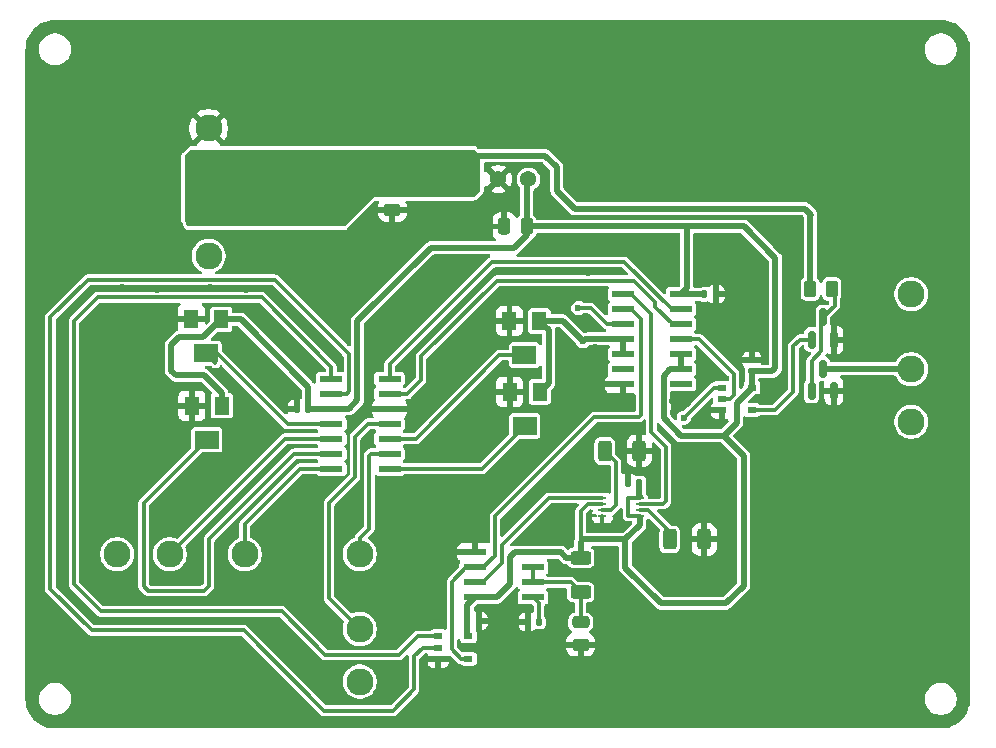
<source format=gbr>
%TF.GenerationSoftware,KiCad,Pcbnew,9.0.0*%
%TF.CreationDate,2025-04-22T19:20:28-05:00*%
%TF.ProjectId,BSPD,42535044-2e6b-4696-9361-645f70636258,rev?*%
%TF.SameCoordinates,Original*%
%TF.FileFunction,Copper,L1,Top*%
%TF.FilePolarity,Positive*%
%FSLAX46Y46*%
G04 Gerber Fmt 4.6, Leading zero omitted, Abs format (unit mm)*
G04 Created by KiCad (PCBNEW 9.0.0) date 2025-04-22 19:20:28*
%MOMM*%
%LPD*%
G01*
G04 APERTURE LIST*
G04 Aperture macros list*
%AMRoundRect*
0 Rectangle with rounded corners*
0 $1 Rounding radius*
0 $2 $3 $4 $5 $6 $7 $8 $9 X,Y pos of 4 corners*
0 Add a 4 corners polygon primitive as box body*
4,1,4,$2,$3,$4,$5,$6,$7,$8,$9,$2,$3,0*
0 Add four circle primitives for the rounded corners*
1,1,$1+$1,$2,$3*
1,1,$1+$1,$4,$5*
1,1,$1+$1,$6,$7*
1,1,$1+$1,$8,$9*
0 Add four rect primitives between the rounded corners*
20,1,$1+$1,$2,$3,$4,$5,0*
20,1,$1+$1,$4,$5,$6,$7,0*
20,1,$1+$1,$6,$7,$8,$9,0*
20,1,$1+$1,$8,$9,$2,$3,0*%
G04 Aperture macros list end*
%TA.AperFunction,SMDPad,CuDef*%
%ADD10R,1.981200X0.558800*%
%TD*%
%TA.AperFunction,SMDPad,CuDef*%
%ADD11RoundRect,0.140000X-0.140000X-0.170000X0.140000X-0.170000X0.140000X0.170000X-0.140000X0.170000X0*%
%TD*%
%TA.AperFunction,ComponentPad*%
%ADD12C,2.286000*%
%TD*%
%TA.AperFunction,SMDPad,CuDef*%
%ADD13R,1.270000X1.549400*%
%TD*%
%TA.AperFunction,SMDPad,CuDef*%
%ADD14R,2.006600X1.549400*%
%TD*%
%TA.AperFunction,SMDPad,CuDef*%
%ADD15RoundRect,0.250000X-0.475000X0.250000X-0.475000X-0.250000X0.475000X-0.250000X0.475000X0.250000X0*%
%TD*%
%TA.AperFunction,SMDPad,CuDef*%
%ADD16RoundRect,0.250000X-0.312500X-0.625000X0.312500X-0.625000X0.312500X0.625000X-0.312500X0.625000X0*%
%TD*%
%TA.AperFunction,SMDPad,CuDef*%
%ADD17RoundRect,0.140000X0.170000X-0.140000X0.170000X0.140000X-0.170000X0.140000X-0.170000X-0.140000X0*%
%TD*%
%TA.AperFunction,SMDPad,CuDef*%
%ADD18RoundRect,0.250000X-0.625000X0.312500X-0.625000X-0.312500X0.625000X-0.312500X0.625000X0.312500X0*%
%TD*%
%TA.AperFunction,SMDPad,CuDef*%
%ADD19RoundRect,0.140000X0.140000X0.170000X-0.140000X0.170000X-0.140000X-0.170000X0.140000X-0.170000X0*%
%TD*%
%TA.AperFunction,SMDPad,CuDef*%
%ADD20R,0.800001X0.549999*%
%TD*%
%TA.AperFunction,SMDPad,CuDef*%
%ADD21RoundRect,0.150000X0.150000X-0.587500X0.150000X0.587500X-0.150000X0.587500X-0.150000X-0.587500X0*%
%TD*%
%TA.AperFunction,SMDPad,CuDef*%
%ADD22RoundRect,0.250000X-0.262500X-0.450000X0.262500X-0.450000X0.262500X0.450000X-0.262500X0.450000X0*%
%TD*%
%TA.AperFunction,SMDPad,CuDef*%
%ADD23RoundRect,0.250000X0.250000X0.475000X-0.250000X0.475000X-0.250000X-0.475000X0.250000X-0.475000X0*%
%TD*%
%TA.AperFunction,ComponentPad*%
%ADD24R,1.371600X1.371600*%
%TD*%
%TA.AperFunction,ComponentPad*%
%ADD25C,1.371600*%
%TD*%
%TA.AperFunction,SMDPad,CuDef*%
%ADD26R,0.762000X0.254000*%
%TD*%
%TA.AperFunction,ViaPad*%
%ADD27C,0.700000*%
%TD*%
%TA.AperFunction,ViaPad*%
%ADD28C,0.600000*%
%TD*%
%TA.AperFunction,Conductor*%
%ADD29C,0.500000*%
%TD*%
%TA.AperFunction,Conductor*%
%ADD30C,0.300000*%
%TD*%
G04 APERTURE END LIST*
D10*
%TO.P,U106,1,GND*%
%TO.N,GND*%
X159236200Y-120695000D03*
%TO.P,U106,2,TRIG*%
%TO.N,Net-(U104-Y)*%
X159236200Y-121965000D03*
%TO.P,U106,3,OUT*%
%TO.N,Net-(U106-OUT)*%
X159236200Y-123235000D03*
%TO.P,U106,4,RESET*%
%TO.N,+5V*%
X159236200Y-124505000D03*
%TO.P,U106,5,CONT*%
%TO.N,Net-(U106-CONT)*%
X164163800Y-124505000D03*
%TO.P,U106,6,THRES*%
%TO.N,Net-(U106-DISCH)*%
X164163800Y-123235000D03*
%TO.P,U106,7,DISCH*%
X164163800Y-121965000D03*
%TO.P,U106,8,VCC*%
%TO.N,+5V*%
X164163800Y-120695000D03*
%TD*%
D11*
%TO.P,C103,1*%
%TO.N,+5V*%
X158620000Y-126500001D03*
%TO.P,C103,2*%
%TO.N,GND*%
X159580000Y-126500001D03*
%TD*%
D12*
%TO.P,U102,1,1*%
%TO.N,+12V*%
X136700000Y-91155000D03*
%TO.P,U102,2,2*%
%TO.N,GND*%
X136700000Y-84805000D03*
%TO.P,U102,3*%
%TO.N,N/C*%
X136700000Y-95600000D03*
%TD*%
D13*
%TO.P,RV101,1,1*%
%TO.N,+5V*%
X137827597Y-108264946D03*
D14*
%TO.P,RV101,2,2*%
%TO.N,THRESH_BSE*%
X136557597Y-111160546D03*
D13*
%TO.P,RV101,3,3*%
%TO.N,GND*%
X135287597Y-108264946D03*
%TD*%
%TO.P,RV103,1,1*%
%TO.N,+5V*%
X164720000Y-101096700D03*
D14*
%TO.P,RV103,2,2*%
%TO.N,10\u0025_THROTTLE*%
X163450000Y-103992300D03*
D13*
%TO.P,RV103,3,3*%
%TO.N,GND*%
X162180000Y-101096700D03*
%TD*%
D12*
%TO.P,U111,1,1*%
%TO.N,THROTTLE_Sense_IN*%
X149500000Y-127186000D03*
%TO.P,U111,2,2*%
%TO.N,BSE_Sense_IN*%
X149500000Y-120836000D03*
%TO.P,U111,3*%
%TO.N,N/C*%
X149500000Y-131631000D03*
%TD*%
D15*
%TO.P,C108,1*%
%TO.N,Net-(U106-DISCH)*%
X168200000Y-126600000D03*
%TO.P,C108,2*%
%TO.N,GND*%
X168200000Y-128500000D03*
%TD*%
D16*
%TO.P,R102,1*%
%TO.N,Net-(U107-3A)*%
X175737500Y-119600001D03*
%TO.P,R102,2*%
%TO.N,GND*%
X178662500Y-119600001D03*
%TD*%
D15*
%TO.P,C102,1*%
%TO.N,+12V*%
X152250000Y-89800000D03*
%TO.P,C102,2*%
%TO.N,GND*%
X152250000Y-91700000D03*
%TD*%
D17*
%TO.P,C109,1*%
%TO.N,+5V*%
X182700000Y-105380000D03*
%TO.P,C109,2*%
%TO.N,GND*%
X182700000Y-104420000D03*
%TD*%
D18*
%TO.P,R103,1*%
%TO.N,+5V*%
X168200000Y-121137500D03*
%TO.P,R103,2*%
%TO.N,Net-(U106-DISCH)*%
X168200000Y-124062500D03*
%TD*%
D19*
%TO.P,C106,1*%
%TO.N,+5V*%
X173180000Y-114800000D03*
%TO.P,C106,2*%
%TO.N,GND*%
X172220000Y-114800000D03*
%TD*%
D12*
%TO.P,U110,1,1*%
%TO.N,BSPD_TO_FAULT*%
X196200000Y-105186000D03*
%TO.P,U110,2,2*%
%TO.N,unconnected-(U110-Pad2)*%
X196200000Y-98836000D03*
%TO.P,U110,3*%
%TO.N,N/C*%
X196200000Y-109631000D03*
%TD*%
D20*
%TO.P,U104,1,A*%
%TO.N,1OUT*%
X156150000Y-127800001D03*
%TO.P,U104,2,B*%
%TO.N,2OUT*%
X156150000Y-128750002D03*
%TO.P,U104,3,V-*%
%TO.N,GND*%
X156150000Y-129700000D03*
%TO.P,U104,4,Y*%
%TO.N,Net-(U104-Y)*%
X158700000Y-129700000D03*
%TO.P,U104,5,V+*%
%TO.N,+5V*%
X158700000Y-127800001D03*
%TD*%
D21*
%TO.P,Q1,1,G*%
%TO.N,Net-(Q1-G)*%
X187751346Y-102679395D03*
%TO.P,Q1,2,S*%
%TO.N,GND*%
X189651346Y-102679395D03*
%TO.P,Q1,3,D*%
%TO.N,Net-(Q1-D)*%
X188701346Y-100804395D03*
%TD*%
D22*
%TO.P,R1,1*%
%TO.N,+12V*%
X187640304Y-98399582D03*
%TO.P,R1,2*%
%TO.N,Net-(Q1-D)*%
X189465304Y-98399582D03*
%TD*%
D23*
%TO.P,C104,1*%
%TO.N,+5V*%
X163650000Y-93100000D03*
%TO.P,C104,2*%
%TO.N,GND*%
X161750000Y-93100000D03*
%TD*%
D19*
%TO.P,C101,1*%
%TO.N,+5V*%
X145130000Y-108550000D03*
%TO.P,C101,2*%
%TO.N,GND*%
X144170000Y-108550000D03*
%TD*%
D24*
%TO.P,U103,1,+VIN*%
%TO.N,+12V*%
X158700000Y-89100000D03*
D25*
%TO.P,U103,2,GND*%
%TO.N,GND*%
X161240000Y-89100000D03*
%TO.P,U103,3,+VOUT*%
%TO.N,+5V*%
X163780000Y-89100000D03*
%TD*%
D11*
%TO.P,C107,1*%
%TO.N,+5V*%
X178690000Y-98850000D03*
%TO.P,C107,2*%
%TO.N,GND*%
X179650000Y-98850000D03*
%TD*%
D21*
%TO.P,Q2,1,G*%
%TO.N,Net-(Q1-D)*%
X187750000Y-107037500D03*
%TO.P,Q2,2,S*%
%TO.N,GND*%
X189650000Y-107037500D03*
%TO.P,Q2,3,D*%
%TO.N,BSPD_TO_FAULT*%
X188700000Y-105162500D03*
%TD*%
D16*
%TO.P,R101,1*%
%TO.N,Net-(U107-2A)*%
X170237500Y-112100001D03*
%TO.P,R101,2*%
%TO.N,GND*%
X173162500Y-112100001D03*
%TD*%
D10*
%TO.P,U108,1,1A*%
%TO.N,Net-(U107-1Y)*%
X171772400Y-98830000D03*
%TO.P,U108,2,1B*%
%TO.N,Net-(U104-Y)*%
X171772400Y-100100000D03*
%TO.P,U108,3,1Y*%
%TO.N,Net-(U108-1Y)*%
X171772400Y-101370000D03*
%TO.P,U108,4,2A*%
%TO.N,+5V*%
X171772400Y-102640000D03*
%TO.P,U108,5,2B*%
X171772400Y-103910000D03*
%TO.P,U108,6,2Y*%
%TO.N,unconnected-(U108-2Y-Pad6)*%
X171772400Y-105180000D03*
%TO.P,U108,7,GND*%
%TO.N,GND*%
X171772400Y-106450000D03*
%TO.P,U108,8,3Y*%
%TO.N,unconnected-(U108-3Y-Pad8)*%
X176700000Y-106450000D03*
%TO.P,U108,9,3A*%
%TO.N,+5V*%
X176700000Y-105180000D03*
%TO.P,U108,10,3B*%
X176700000Y-103910000D03*
%TO.P,U108,11,4Y*%
%TO.N,Net-(U108-4Y)*%
X176700000Y-102640000D03*
%TO.P,U108,12,4A*%
%TO.N,4OUT*%
X176700000Y-101370000D03*
%TO.P,U108,13,4B*%
%TO.N,3OUT*%
X176700000Y-100100000D03*
%TO.P,U108,14,VCC*%
%TO.N,+5V*%
X176700000Y-98830000D03*
%TD*%
D12*
%TO.P,U101,1,1*%
%TO.N,THROTTLE_IN*%
X133414000Y-120850000D03*
%TO.P,U101,2,2*%
%TO.N,BSE_IN*%
X139764000Y-120850000D03*
%TO.P,U101,3*%
%TO.N,N/C*%
X128969000Y-120850000D03*
%TD*%
D20*
%TO.P,U109,1,A*%
%TO.N,Net-(U108-1Y)*%
X180150000Y-106740001D03*
%TO.P,U109,2,B*%
%TO.N,Net-(U108-4Y)*%
X180150000Y-107690002D03*
%TO.P,U109,3,V-*%
%TO.N,GND*%
X180150000Y-108640000D03*
%TO.P,U109,4,Y*%
%TO.N,Net-(Q1-G)*%
X182700000Y-108640000D03*
%TO.P,U109,5,V+*%
%TO.N,+5V*%
X182700000Y-106740001D03*
%TD*%
D26*
%TO.P,U107,1,1A*%
%TO.N,Net-(U106-OUT)*%
X170050400Y-116099999D03*
%TO.P,U107,2,3Y*%
%TO.N,+5V*%
X170050400Y-116600000D03*
%TO.P,U107,3,2A*%
%TO.N,Net-(U107-2A)*%
X170050400Y-117100000D03*
%TO.P,U107,4,GND*%
%TO.N,GND*%
X170050400Y-117600001D03*
%TO.P,U107,5,2Y*%
%TO.N,+5V*%
X173200000Y-117600001D03*
%TO.P,U107,6,3A*%
%TO.N,Net-(U107-3A)*%
X173200000Y-117100000D03*
%TO.P,U107,7,1Y*%
%TO.N,Net-(U107-1Y)*%
X173200000Y-116600000D03*
%TO.P,U107,8,VCC*%
%TO.N,+5V*%
X173200000Y-116099999D03*
%TD*%
D19*
%TO.P,C105,1*%
%TO.N,Net-(U106-CONT)*%
X164680000Y-126600000D03*
%TO.P,C105,2*%
%TO.N,GND*%
X163720000Y-126600000D03*
%TD*%
D13*
%TO.P,RV104,1,1*%
%TO.N,+5V*%
X164740000Y-107100000D03*
D14*
%TO.P,RV104,2,2*%
%TO.N,HARD_BREAK*%
X163470000Y-109995600D03*
D13*
%TO.P,RV104,3,3*%
%TO.N,GND*%
X162200000Y-107100000D03*
%TD*%
D10*
%TO.P,U105,1,1OUT*%
%TO.N,1OUT*%
X147097300Y-105990000D03*
%TO.P,U105,2,2OUT*%
%TO.N,2OUT*%
X147097300Y-107260000D03*
%TO.P,U105,3,VCC*%
%TO.N,+5V*%
X147097300Y-108530000D03*
%TO.P,U105,4,2IN-*%
%TO.N,THRESH_THROTTLE*%
X147097300Y-109800000D03*
%TO.P,U105,5,2IN+*%
%TO.N,THROTTLE_IN*%
X147097300Y-111070000D03*
%TO.P,U105,6,1IN-*%
%TO.N,THRESH_BSE*%
X147097300Y-112340000D03*
%TO.P,U105,7,1IN+*%
%TO.N,BSE_IN*%
X147097300Y-113610000D03*
%TO.P,U105,8,3IN-*%
%TO.N,HARD_BREAK*%
X152024900Y-113610000D03*
%TO.P,U105,9,3IN+*%
%TO.N,BSE_Sense_IN*%
X152024900Y-112340000D03*
%TO.P,U105,10,4IN-*%
%TO.N,10\u0025_THROTTLE*%
X152024900Y-111070000D03*
%TO.P,U105,11,4IN+*%
%TO.N,THROTTLE_Sense_IN*%
X152024900Y-109800000D03*
%TO.P,U105,12,GND*%
%TO.N,GND*%
X152024900Y-108530000D03*
%TO.P,U105,13,OUT4*%
%TO.N,4OUT*%
X152024900Y-107260000D03*
%TO.P,U105,14,OUT3*%
%TO.N,3OUT*%
X152024900Y-105990000D03*
%TD*%
D13*
%TO.P,RV102,1,1*%
%TO.N,+5V*%
X137770000Y-100959400D03*
D14*
%TO.P,RV102,2,2*%
%TO.N,THRESH_THROTTLE*%
X136500000Y-103855000D03*
D13*
%TO.P,RV102,3,3*%
%TO.N,GND*%
X135230000Y-100959400D03*
%TD*%
D27*
%TO.N,GND*%
X178700000Y-83100000D03*
X180933800Y-98910000D03*
X169100000Y-118600000D03*
X171200000Y-123100000D03*
X188700000Y-80600000D03*
X173700000Y-128100000D03*
X188700000Y-115600000D03*
X153700000Y-93100000D03*
X176058400Y-107850000D03*
X123700000Y-90600000D03*
X168600000Y-101800000D03*
X151200000Y-78100000D03*
X173700000Y-120600000D03*
X126200000Y-88100000D03*
X142460565Y-127973776D03*
X178700000Y-88100000D03*
X176200000Y-80600000D03*
X125824442Y-125091850D03*
X178600000Y-117600000D03*
X148700000Y-85600000D03*
X171200000Y-128100000D03*
X128700000Y-115100000D03*
X166200000Y-130600000D03*
X188700000Y-90600000D03*
X188700000Y-95600000D03*
D28*
X162500000Y-126600000D03*
D27*
X186200000Y-83100000D03*
X153705223Y-104720797D03*
X147158689Y-103705180D03*
X193700000Y-128100000D03*
X194200000Y-83100000D03*
X186200000Y-113100000D03*
X130700000Y-113100000D03*
X168700000Y-90600000D03*
X191200000Y-90600000D03*
X198700000Y-120600000D03*
X168700000Y-113100000D03*
X167500000Y-103250000D03*
X148700000Y-83100000D03*
X126695778Y-98556975D03*
X123700000Y-88100000D03*
X196200000Y-125600000D03*
X191200000Y-125600000D03*
X186200000Y-80600000D03*
X171200000Y-130600000D03*
X166700000Y-114100000D03*
X178700000Y-115600000D03*
X171200000Y-90600000D03*
X191200000Y-93100000D03*
X198700000Y-123100000D03*
X128700000Y-130600000D03*
X184096506Y-111052715D03*
X143700000Y-83100000D03*
X136700000Y-114100000D03*
X132360107Y-98373636D03*
X189652715Y-108681892D03*
X168700000Y-80600000D03*
X196700000Y-83100000D03*
X188700000Y-85600000D03*
X143700000Y-80600000D03*
X156200000Y-110600000D03*
X132700000Y-111100000D03*
X144678237Y-121951598D03*
X194200000Y-90600000D03*
X176200000Y-123100000D03*
X152250000Y-93150000D03*
X166200000Y-133100000D03*
X173700000Y-125600000D03*
X168700000Y-88100000D03*
X171200000Y-125600000D03*
X140700000Y-111100000D03*
X173700000Y-83100000D03*
X186200000Y-93100000D03*
X143700000Y-95600000D03*
X163700000Y-133100000D03*
X129351251Y-98324309D03*
X155673057Y-116126942D03*
D28*
X168200000Y-129900000D03*
D27*
X181200000Y-88100000D03*
X153700000Y-78100000D03*
X173100000Y-113800000D03*
X196200000Y-128100000D03*
X178700000Y-80600000D03*
X173700000Y-88100000D03*
X176200000Y-88100000D03*
X194200000Y-88100000D03*
X191200000Y-113100000D03*
X183700000Y-118100000D03*
X159700000Y-103100000D03*
X156700000Y-97100000D03*
X123700000Y-85600000D03*
X151200000Y-85600000D03*
X169900000Y-106500000D03*
X177180025Y-108080025D03*
X123700000Y-83100000D03*
X173700000Y-80600000D03*
X168700000Y-133100000D03*
X188700000Y-93100000D03*
D28*
X156200000Y-130800001D03*
D27*
X160200000Y-107100000D03*
X186200000Y-128100000D03*
X158700000Y-93100000D03*
X188700000Y-125600000D03*
X151200000Y-80600000D03*
X196200000Y-113100000D03*
X126200000Y-90600000D03*
X143700000Y-85600000D03*
X196700000Y-85600000D03*
X157700000Y-105100000D03*
X146200000Y-85600000D03*
X184384296Y-106881260D03*
X178700000Y-90600000D03*
X167700000Y-95100000D03*
X153700000Y-85600000D03*
X144624178Y-117424178D03*
X158700000Y-110600000D03*
X146200000Y-78100000D03*
X160783438Y-126543830D03*
X138728245Y-126487874D03*
X166200000Y-125600000D03*
X183700000Y-120600000D03*
X183700000Y-123100000D03*
X196700000Y-88100000D03*
X160250000Y-101096700D03*
X165293864Y-118986615D03*
X163700000Y-128100000D03*
X183700000Y-125600000D03*
X148700000Y-98100000D03*
X126200000Y-85600000D03*
D28*
X182700000Y-103300000D03*
D27*
X124355375Y-101577137D03*
X191200000Y-88100000D03*
X156200000Y-93100000D03*
X186200000Y-125600000D03*
X146200000Y-98100000D03*
X191200000Y-83100000D03*
X131200000Y-130600000D03*
X146200000Y-83100000D03*
X153700000Y-80600000D03*
X186200000Y-88100000D03*
X165700000Y-95100000D03*
X158105701Y-118356865D03*
X191200000Y-128100000D03*
X181200000Y-95600000D03*
X171200000Y-80600000D03*
X186219915Y-101130361D03*
X161200000Y-115600000D03*
X196700000Y-80600000D03*
X131200000Y-133100000D03*
X178700000Y-85600000D03*
X191200000Y-85600000D03*
X144300000Y-129700000D03*
X194200000Y-80600000D03*
X153700000Y-83100000D03*
X198700000Y-128100000D03*
X148700000Y-78100000D03*
X183700000Y-85600000D03*
X176200000Y-128100000D03*
X155700000Y-105100000D03*
X171200000Y-88100000D03*
X167544379Y-105081136D03*
X146200000Y-80600000D03*
X181200000Y-85600000D03*
X198700000Y-125600000D03*
X196700000Y-90600000D03*
X142698842Y-99265605D03*
X193700000Y-125600000D03*
X178700000Y-105100000D03*
X150700000Y-103100000D03*
X173700000Y-95600000D03*
X168791957Y-96916084D03*
X183700000Y-115600000D03*
X196700000Y-93100000D03*
D28*
X143250000Y-108550000D03*
D27*
X136806506Y-98350402D03*
X181200000Y-90600000D03*
X176200000Y-83100000D03*
X188700000Y-83100000D03*
X134700000Y-116100000D03*
X183700000Y-98100000D03*
X176200000Y-90600000D03*
X167500000Y-99300000D03*
X162602490Y-96901937D03*
X188700000Y-88100000D03*
X188700000Y-128100000D03*
X166537215Y-117594602D03*
X178800000Y-108600000D03*
X148700000Y-80600000D03*
X160260000Y-93149932D03*
X151200000Y-83100000D03*
D28*
X135300000Y-106600000D03*
D27*
X186200000Y-118100000D03*
X151200000Y-95600000D03*
X171200000Y-83100000D03*
X183700000Y-93100000D03*
X123700000Y-93100000D03*
X186200000Y-115600000D03*
X168700000Y-85600000D03*
X178700000Y-100600000D03*
X126200000Y-93100000D03*
X168700000Y-83100000D03*
X171200000Y-133100000D03*
X134349486Y-126501389D03*
X163700000Y-130600000D03*
X181200000Y-83100000D03*
X173700000Y-90600000D03*
X168200000Y-115100000D03*
X169400000Y-103400000D03*
X163700000Y-113100000D03*
X124343090Y-106813037D03*
X166200000Y-128100000D03*
X124348618Y-114594950D03*
X198700000Y-113100000D03*
X181200000Y-100600000D03*
X176200000Y-95600000D03*
X171200000Y-85600000D03*
X157700000Y-103100000D03*
X173700000Y-85600000D03*
X167562063Y-107285766D03*
D28*
X157200000Y-120600000D03*
D27*
X194200000Y-85600000D03*
X186200000Y-85600000D03*
X169700000Y-95100000D03*
X186039536Y-98361016D03*
X126200000Y-83100000D03*
X143700000Y-78100000D03*
X146614079Y-131586702D03*
X194200000Y-93100000D03*
X129862610Y-126487874D03*
X176200000Y-85600000D03*
X178700000Y-113100000D03*
X181200000Y-80600000D03*
X155700000Y-107100000D03*
X183700000Y-80600000D03*
X183700000Y-100600000D03*
X124335103Y-119419693D03*
X188700000Y-113100000D03*
X154700000Y-99100000D03*
X183700000Y-90600000D03*
X148700000Y-95600000D03*
X145232846Y-101840153D03*
X183700000Y-88100000D03*
X128700000Y-133100000D03*
X183700000Y-83100000D03*
X141200000Y-95600000D03*
X178700000Y-95600000D03*
X178700000Y-123100000D03*
X186200000Y-95600000D03*
X155700000Y-131800001D03*
X186200000Y-90600000D03*
X191200000Y-80600000D03*
X198700000Y-115600000D03*
X152700000Y-101100000D03*
X193700000Y-113100000D03*
X158700000Y-108100000D03*
X124316061Y-110200718D03*
X139848857Y-98355190D03*
D28*
X133400000Y-101000000D03*
D27*
X183700000Y-103100000D03*
X146200000Y-95600000D03*
X198700000Y-118100000D03*
X181200000Y-103100000D03*
X171700000Y-95100000D03*
D28*
%TO.N,+5V*%
X175258400Y-108400000D03*
X168400000Y-102800000D03*
%TO.N,Net-(U108-1Y)*%
X176950000Y-109300000D03*
X168000000Y-100000000D03*
%TD*%
D29*
%TO.N,+12V*%
X166200000Y-90100000D02*
X166200000Y-88100000D01*
X166200000Y-88100000D02*
X165200000Y-87100000D01*
X187640304Y-92159696D02*
X187700000Y-92100000D01*
X187640304Y-98399582D02*
X187640304Y-92159696D01*
X187700000Y-92100000D02*
X187200000Y-91600000D01*
X165200000Y-87100000D02*
X159200000Y-87100000D01*
X167700000Y-91600000D02*
X166200000Y-90100000D01*
X187200000Y-91600000D02*
X167700000Y-91600000D01*
D30*
%TO.N,GND*%
X170050400Y-118249600D02*
X170050400Y-117600001D01*
X169100000Y-118600000D02*
X169700000Y-118600000D01*
D29*
X179690000Y-98810000D02*
X179650000Y-98850000D01*
X180150000Y-108640000D02*
X179660000Y-108640000D01*
D30*
X169700000Y-118600000D02*
X170050400Y-118249600D01*
D29*
X156150000Y-130750001D02*
X156200000Y-130800001D01*
%TO.N,+5V*%
X177200000Y-98330000D02*
X177200000Y-93100000D01*
X176700000Y-105180000D02*
X176700000Y-103910000D01*
X171772400Y-102640000D02*
X171772400Y-103910000D01*
X173180000Y-114800000D02*
X173180000Y-115929000D01*
X172000000Y-122000000D02*
X172000000Y-119600000D01*
X133950000Y-105700000D02*
X136300000Y-105700000D01*
D30*
X168200000Y-117200999D02*
X168200000Y-119800000D01*
D29*
X172000000Y-119600000D02*
X173200000Y-118400000D01*
X162600000Y-94900000D02*
X163650000Y-93850000D01*
X180300000Y-110800000D02*
X179566999Y-110800000D01*
D30*
X170050400Y-116600000D02*
X168800999Y-116600000D01*
D29*
X163650000Y-93100000D02*
X163650000Y-89230000D01*
X148587900Y-108530000D02*
X149300000Y-107817900D01*
X163650000Y-89230000D02*
X163780000Y-89100000D01*
X176700000Y-110800000D02*
X175258400Y-109358400D01*
X175798000Y-105180000D02*
X176700000Y-105180000D01*
X161095000Y-124505000D02*
X162200000Y-123400000D01*
X165500000Y-101876700D02*
X165500000Y-106340000D01*
X155500000Y-94900000D02*
X162600000Y-94900000D01*
X145130000Y-108550000D02*
X147077300Y-108550000D01*
X175258400Y-109358400D02*
X175258400Y-108400000D01*
D30*
X172200000Y-117600000D02*
X172200000Y-116100000D01*
D29*
X162605000Y-120695000D02*
X164163800Y-120695000D01*
X175258400Y-108400000D02*
X175258400Y-105719600D01*
X181400000Y-109700000D02*
X180300000Y-110800000D01*
X182000000Y-123500000D02*
X180500000Y-125000000D01*
X181400000Y-108040001D02*
X181400000Y-109700000D01*
X136300000Y-105700000D02*
X137827597Y-107227597D01*
X145130000Y-108550000D02*
X145130000Y-106680000D01*
X145130000Y-106680000D02*
X139409400Y-100959400D01*
X149300000Y-101100000D02*
X155500000Y-94900000D01*
X171732400Y-102600000D02*
X171772400Y-102640000D01*
X182000000Y-112500000D02*
X182000000Y-123500000D01*
D30*
X173200000Y-116099999D02*
X172200000Y-116100000D01*
D29*
X149300000Y-107817900D02*
X149300000Y-101100000D01*
X162200000Y-123400000D02*
X162200000Y-121100000D01*
X133550000Y-103150000D02*
X133550000Y-105300000D01*
X166523392Y-120695000D02*
X164163800Y-120695000D01*
X184420000Y-105380000D02*
X182700000Y-105380000D01*
X176700000Y-103910000D02*
X175988800Y-103910000D01*
X158620000Y-126500001D02*
X158620000Y-127720001D01*
X163650000Y-93850000D02*
X163650000Y-93100000D01*
X168200000Y-121137500D02*
X166965892Y-121137500D01*
X166965892Y-121137500D02*
X166523392Y-120695000D01*
X134200000Y-102500000D02*
X133550000Y-103150000D01*
D30*
X173200000Y-117600001D02*
X172200000Y-117600000D01*
D29*
X165500000Y-106340000D02*
X164740000Y-107100000D01*
X159236200Y-124505000D02*
X158620000Y-125121200D01*
X173180000Y-115929000D02*
X173200000Y-115949000D01*
X178670000Y-98830000D02*
X178690000Y-98850000D01*
X137770000Y-100959400D02*
X136229400Y-102500000D01*
X139409400Y-100959400D02*
X137770000Y-100959400D01*
X168200000Y-119800000D02*
X168200000Y-121137500D01*
X175000000Y-125000000D02*
X172000000Y-122000000D01*
D30*
X168800999Y-116600000D02*
X168200000Y-117200999D01*
D29*
X147097300Y-108530000D02*
X148587900Y-108530000D01*
X184700000Y-105100000D02*
X184420000Y-105380000D01*
X176700000Y-98830000D02*
X178670000Y-98830000D01*
X137827597Y-107227597D02*
X137827597Y-108264946D01*
X159236200Y-124505000D02*
X161095000Y-124505000D01*
X182700000Y-106740001D02*
X181400000Y-108040001D01*
X164720000Y-101096700D02*
X165500000Y-101876700D01*
X168400000Y-119600000D02*
X172000000Y-119600000D01*
X166696700Y-101096700D02*
X168400000Y-102800000D01*
X147077300Y-108550000D02*
X147097300Y-108530000D01*
X177200000Y-93100000D02*
X182000000Y-93100000D01*
X180500000Y-125000000D02*
X175000000Y-125000000D01*
X182700000Y-105380000D02*
X182700000Y-106740001D01*
X182000000Y-93100000D02*
X184700000Y-95800000D01*
X163650000Y-93100000D02*
X177200000Y-93100000D01*
X175258400Y-105719600D02*
X175798000Y-105180000D01*
X179566999Y-110800000D02*
X176700000Y-110800000D01*
X158620000Y-125121200D02*
X158620000Y-126500001D01*
X168400000Y-102800000D02*
X168600000Y-102600000D01*
X158620000Y-127720001D02*
X158700000Y-127800001D01*
X176700000Y-98830000D02*
X177200000Y-98330000D01*
X164720000Y-101096700D02*
X166696700Y-101096700D01*
X136229400Y-102500000D02*
X134200000Y-102500000D01*
X180300000Y-110800000D02*
X182000000Y-112500000D01*
X168200000Y-119800000D02*
X168400000Y-119600000D01*
X184700000Y-95800000D02*
X184700000Y-105100000D01*
X173200000Y-118400000D02*
X173200000Y-117751000D01*
X133550000Y-105300000D02*
X133950000Y-105700000D01*
X168600000Y-102600000D02*
X171732400Y-102600000D01*
X162200000Y-121100000D02*
X162605000Y-120695000D01*
D30*
%TO.N,Net-(U106-CONT)*%
X164680000Y-125021200D02*
X164163800Y-124505000D01*
X164680000Y-126600000D02*
X164680000Y-125021200D01*
%TO.N,Net-(U106-DISCH)*%
X167372500Y-123235000D02*
X164163800Y-123235000D01*
X168200000Y-126600000D02*
X168200000Y-124062500D01*
X164163800Y-123235000D02*
X164163800Y-121965000D01*
X168200000Y-124062500D02*
X167372500Y-123235000D01*
D29*
%TO.N,BSPD_TO_FAULT*%
X196176500Y-105162500D02*
X196200000Y-105186000D01*
X188700000Y-105162500D02*
X196176500Y-105162500D01*
X195076500Y-105162500D02*
X195100000Y-105186000D01*
D30*
%TO.N,2OUT*%
X156100001Y-128800001D02*
X156150000Y-128750002D01*
X154100000Y-129500000D02*
X154100000Y-132300000D01*
X142300000Y-97600000D02*
X148600000Y-103900000D01*
X156150000Y-128750002D02*
X154849998Y-128750002D01*
X152300000Y-134100000D02*
X146500000Y-134100000D01*
X154100000Y-132300000D02*
X152300000Y-134100000D01*
X146500000Y-134100000D02*
X139700000Y-127300000D01*
X139700000Y-127300000D02*
X126800000Y-127300000D01*
X123300000Y-100800000D02*
X126500000Y-97600000D01*
X154849998Y-128750002D02*
X154100000Y-129500000D01*
X148600000Y-107050000D02*
X148390000Y-107260000D01*
X148390000Y-107260000D02*
X147097300Y-107260000D01*
X126500000Y-97600000D02*
X142300000Y-97600000D01*
X148600000Y-103900000D02*
X148600000Y-107050000D01*
X126800000Y-127300000D02*
X123300000Y-123800000D01*
X123300000Y-123800000D02*
X123300000Y-100800000D01*
%TO.N,1OUT*%
X142908521Y-125700000D02*
X127600000Y-125700000D01*
X127600000Y-125700000D02*
X125300000Y-123400000D01*
X154399999Y-127800001D02*
X152829179Y-129370821D01*
X127300000Y-99100000D02*
X141200000Y-99100000D01*
X156150000Y-127800001D02*
X154399999Y-127800001D01*
X146579342Y-129370821D02*
X142908521Y-125700000D01*
X152829179Y-129370821D02*
X146579342Y-129370821D01*
X141200000Y-99100000D02*
X147097300Y-104997300D01*
X125300000Y-123400000D02*
X125300000Y-101100000D01*
X147097300Y-104997300D02*
X147097300Y-105990000D01*
X125300000Y-101100000D02*
X127300000Y-99100000D01*
%TO.N,THRESH_BSE*%
X131200000Y-116518143D02*
X136557597Y-111160546D01*
X136750000Y-123500000D02*
X136300000Y-123950000D01*
X136750000Y-119550000D02*
X136750000Y-123500000D01*
X147097300Y-112340000D02*
X143960000Y-112340000D01*
X131600000Y-123950000D02*
X131200000Y-123550000D01*
X143960000Y-112340000D02*
X136750000Y-119550000D01*
X131200000Y-123550000D02*
X131200000Y-116518143D01*
X136300000Y-123950000D02*
X131600000Y-123950000D01*
%TO.N,THRESH_THROTTLE*%
X143400000Y-109800000D02*
X137455000Y-103855000D01*
X147097300Y-109800000D02*
X143400000Y-109800000D01*
X136500000Y-103855000D02*
X137285000Y-104640000D01*
X137455000Y-103855000D02*
X136500000Y-103855000D01*
%TO.N,10\u0025_THROTTLE*%
X152024900Y-111070000D02*
X154230000Y-111070000D01*
X161307700Y-103992300D02*
X163450000Y-103992300D01*
X154230000Y-111070000D02*
X161307700Y-103992300D01*
%TO.N,HARD_BREAK*%
X152024900Y-113610000D02*
X159855600Y-113610000D01*
X159855600Y-113610000D02*
X163470000Y-109995600D01*
%TO.N,THROTTLE_IN*%
X143194000Y-111070000D02*
X147097300Y-111070000D01*
X133414000Y-120850000D02*
X143194000Y-111070000D01*
%TO.N,BSE_IN*%
X139764000Y-120850000D02*
X139764000Y-118286000D01*
X139764000Y-118286000D02*
X144440000Y-113610000D01*
X144440000Y-113610000D02*
X147097300Y-113610000D01*
%TO.N,Net-(U107-2A)*%
X171200000Y-113062501D02*
X170237500Y-112100001D01*
X171200000Y-116660400D02*
X171200000Y-113062501D01*
X170050400Y-117100000D02*
X170760400Y-117100000D01*
X170760400Y-117100000D02*
X171200000Y-116660400D01*
%TO.N,Net-(U107-3A)*%
X173200000Y-117100000D02*
X173909999Y-117100000D01*
X175737500Y-118927501D02*
X175737500Y-119600001D01*
X173909999Y-117100000D02*
X175737500Y-118927501D01*
%TO.N,Net-(U104-Y)*%
X158700000Y-129700000D02*
X158100000Y-129700000D01*
X160950000Y-120962400D02*
X159947400Y-121965000D01*
X169344075Y-109247405D02*
X160950000Y-117641480D01*
X158100000Y-129700000D02*
X157300000Y-128900000D01*
X172474400Y-100100000D02*
X173300000Y-100925600D01*
X173300000Y-109050000D02*
X173102595Y-109247405D01*
X171772400Y-100100000D02*
X172474400Y-100100000D01*
X157300000Y-128900000D02*
X157300000Y-123190000D01*
X173300000Y-100925600D02*
X173300000Y-109050000D01*
X159947400Y-121965000D02*
X159236200Y-121965000D01*
X160950000Y-117641480D02*
X160950000Y-120962400D01*
X158525000Y-121965000D02*
X159236200Y-121965000D01*
X157300000Y-123190000D02*
X158525000Y-121965000D01*
X173102595Y-109247405D02*
X169344075Y-109247405D01*
%TO.N,4OUT*%
X153540000Y-107260000D02*
X152024900Y-107260000D01*
X176700000Y-101370000D02*
X175988800Y-101370000D01*
X161099000Y-97701000D02*
X154700000Y-104100000D01*
X174500000Y-99481232D02*
X172719768Y-97701000D01*
X154700000Y-106100000D02*
X153540000Y-107260000D01*
X176704491Y-101374491D02*
X176700000Y-101370000D01*
X174500000Y-99881200D02*
X174500000Y-99481232D01*
X172719768Y-97701000D02*
X161099000Y-97701000D01*
X154700000Y-104100000D02*
X154700000Y-106100000D01*
X175988800Y-101370000D02*
X174500000Y-99881200D01*
%TO.N,3OUT*%
X160700000Y-96100000D02*
X152024900Y-104775100D01*
X175898000Y-100100000D02*
X171898000Y-96100000D01*
X176700000Y-100100000D02*
X175898000Y-100100000D01*
X152024900Y-104775100D02*
X152024900Y-105990000D01*
X171898000Y-96100000D02*
X160700000Y-96100000D01*
X177411200Y-100100000D02*
X176700000Y-100100000D01*
%TO.N,Net-(U106-OUT)*%
X159236200Y-123235000D02*
X159938200Y-123235000D01*
X159236200Y-123235000D02*
X159947400Y-123235000D01*
X161550000Y-121623200D02*
X161550000Y-120050000D01*
X159938200Y-123235000D02*
X161550000Y-121623200D01*
X161550000Y-120050000D02*
X165500001Y-116099999D01*
X165500001Y-116099999D02*
X170050400Y-116099999D01*
%TO.N,Net-(U107-1Y)*%
X175431000Y-111731000D02*
X175431000Y-116369000D01*
X171772400Y-98830000D02*
X172483600Y-98830000D01*
X174190695Y-110490695D02*
X175431000Y-111731000D01*
X175431000Y-116369000D02*
X175200000Y-116600000D01*
X175200000Y-116600000D02*
X173200000Y-116600000D01*
X174190695Y-100537095D02*
X174190695Y-110490695D01*
X172483600Y-98830000D02*
X174190695Y-100537095D01*
%TO.N,Net-(U108-1Y)*%
X168000000Y-100000000D02*
X169050000Y-100000000D01*
X180150000Y-106740001D02*
X179509999Y-106740001D01*
X169050000Y-100000000D02*
X170420000Y-101370000D01*
X179509999Y-106740001D02*
X176950000Y-109300000D01*
X170420000Y-101370000D02*
X171772400Y-101370000D01*
%TO.N,Net-(U108-4Y)*%
X181200000Y-107340002D02*
X180850000Y-107690002D01*
X176700000Y-102640000D02*
X178240000Y-102640000D01*
X180850000Y-107690002D02*
X180150000Y-107690002D01*
X178240000Y-102640000D02*
X181200000Y-105600000D01*
X181200000Y-105600000D02*
X181200000Y-107340002D01*
%TO.N,THROTTLE_Sense_IN*%
X149100000Y-114300000D02*
X149100000Y-110900000D01*
X149100000Y-110900000D02*
X150200000Y-109800000D01*
X146900000Y-116500000D02*
X149100000Y-114300000D01*
X146900000Y-124586000D02*
X146900000Y-116500000D01*
X149500000Y-127186000D02*
X146900000Y-124586000D01*
X150200000Y-109800000D02*
X152024900Y-109800000D01*
%TO.N,BSE_Sense_IN*%
X150300000Y-118700000D02*
X149500000Y-119500000D01*
X149500000Y-119500000D02*
X149500000Y-120836000D01*
X149500000Y-120836000D02*
X149900000Y-120436000D01*
X150300000Y-112500000D02*
X150300000Y-118700000D01*
X150460000Y-112340000D02*
X150300000Y-112500000D01*
X152024900Y-112340000D02*
X150460000Y-112340000D01*
%TO.N,Net-(Q1-D)*%
X189700000Y-99805741D02*
X189700000Y-98634278D01*
X188589052Y-103681848D02*
X188589052Y-100916689D01*
X187750000Y-107037500D02*
X187750000Y-104520900D01*
X187637500Y-107150000D02*
X187750000Y-107037500D01*
X187750000Y-104520900D02*
X188589052Y-103681848D01*
X189700000Y-98634278D02*
X189465304Y-98399582D01*
X188589052Y-100916689D02*
X188701346Y-100804395D01*
X188701346Y-100804395D02*
X189700000Y-99805741D01*
%TO.N,Net-(Q1-G)*%
X186200000Y-103258790D02*
X186779395Y-102679395D01*
X182700000Y-108640000D02*
X184660000Y-108640000D01*
X186779395Y-102679395D02*
X187751346Y-102679395D01*
X186200000Y-107100000D02*
X186200000Y-103258790D01*
X184660000Y-108640000D02*
X186200000Y-107100000D01*
%TD*%
%TA.AperFunction,Conductor*%
%TO.N,GND*%
G36*
X142129328Y-98070502D02*
G01*
X142150302Y-98087405D01*
X148112595Y-104049698D01*
X148146621Y-104112010D01*
X148149500Y-104138793D01*
X148149500Y-105284100D01*
X148129498Y-105352221D01*
X148075842Y-105398714D01*
X148023500Y-105410100D01*
X147673800Y-105410100D01*
X147605679Y-105390098D01*
X147559186Y-105336442D01*
X147547800Y-105284100D01*
X147547800Y-104937992D01*
X147542071Y-104916609D01*
X147517099Y-104823414D01*
X147514039Y-104818114D01*
X147503292Y-104799499D01*
X147503291Y-104799498D01*
X147493676Y-104782845D01*
X147457790Y-104720686D01*
X147457788Y-104720684D01*
X147457786Y-104720681D01*
X141476620Y-98739516D01*
X141476610Y-98739508D01*
X141373891Y-98680203D01*
X141373889Y-98680202D01*
X141373887Y-98680201D01*
X141373880Y-98680199D01*
X141349673Y-98673712D01*
X141349673Y-98673713D01*
X141259309Y-98649500D01*
X127240691Y-98649500D01*
X127240690Y-98649500D01*
X127150325Y-98673713D01*
X127150324Y-98673712D01*
X127126114Y-98680200D01*
X127023389Y-98739508D01*
X127023379Y-98739516D01*
X124939516Y-100823379D01*
X124939508Y-100823389D01*
X124880200Y-100926113D01*
X124880201Y-100926114D01*
X124849500Y-101040692D01*
X124849500Y-123459310D01*
X124868495Y-123530197D01*
X124868496Y-123530202D01*
X124880198Y-123573881D01*
X124880201Y-123573887D01*
X124939508Y-123676610D01*
X124939516Y-123676620D01*
X127323379Y-126060483D01*
X127323384Y-126060487D01*
X127323386Y-126060489D01*
X127323387Y-126060490D01*
X127323389Y-126060491D01*
X127346446Y-126073803D01*
X127426113Y-126119799D01*
X127439540Y-126123396D01*
X127450314Y-126126283D01*
X127450318Y-126126284D01*
X127450326Y-126126286D01*
X127540691Y-126150500D01*
X142669728Y-126150500D01*
X142737849Y-126170502D01*
X142758823Y-126187405D01*
X146302721Y-129731305D01*
X146302726Y-129731309D01*
X146302728Y-129731311D01*
X146302729Y-129731312D01*
X146302731Y-129731313D01*
X146405451Y-129790618D01*
X146405452Y-129790618D01*
X146405455Y-129790620D01*
X146418882Y-129794217D01*
X146429656Y-129797104D01*
X146429660Y-129797105D01*
X146429668Y-129797107D01*
X146520033Y-129821321D01*
X152888488Y-129821321D01*
X152978852Y-129797107D01*
X153003066Y-129790620D01*
X153105793Y-129731310D01*
X153434406Y-129402696D01*
X153496717Y-129368673D01*
X153567532Y-129373737D01*
X153624368Y-129416284D01*
X153649179Y-129482804D01*
X153649500Y-129491793D01*
X153649500Y-132061207D01*
X153629498Y-132129328D01*
X153612595Y-132150302D01*
X152150302Y-133612595D01*
X152087990Y-133646621D01*
X152061207Y-133649500D01*
X146738793Y-133649500D01*
X146670672Y-133629498D01*
X146649698Y-133612595D01*
X144638642Y-131601539D01*
X144554497Y-131517394D01*
X148056500Y-131517394D01*
X148056500Y-131744606D01*
X148072946Y-131848443D01*
X148092044Y-131969024D01*
X148162254Y-132185108D01*
X148162255Y-132185111D01*
X148162256Y-132185112D01*
X148251012Y-132359306D01*
X148265410Y-132387562D01*
X148398961Y-132571379D01*
X148559620Y-132732038D01*
X148559623Y-132732040D01*
X148743441Y-132865592D01*
X148945888Y-132968744D01*
X149161980Y-133038957D01*
X149386394Y-133074500D01*
X149386396Y-133074500D01*
X149613604Y-133074500D01*
X149613606Y-133074500D01*
X149838020Y-133038957D01*
X150054112Y-132968744D01*
X150256559Y-132865592D01*
X150440377Y-132732040D01*
X150601040Y-132571377D01*
X150734592Y-132387559D01*
X150837744Y-132185112D01*
X150907957Y-131969020D01*
X150943500Y-131744606D01*
X150943500Y-131517394D01*
X150907957Y-131292980D01*
X150837744Y-131076888D01*
X150734592Y-130874441D01*
X150601040Y-130690623D01*
X150601038Y-130690620D01*
X150440379Y-130529961D01*
X150256562Y-130396410D01*
X150256561Y-130396409D01*
X150256559Y-130396408D01*
X150054112Y-130293256D01*
X150054111Y-130293255D01*
X150054108Y-130293254D01*
X149838024Y-130223044D01*
X149838022Y-130223043D01*
X149838020Y-130223043D01*
X149613606Y-130187500D01*
X149386394Y-130187500D01*
X149161980Y-130223043D01*
X149161978Y-130223043D01*
X149161975Y-130223044D01*
X148945891Y-130293254D01*
X148743437Y-130396410D01*
X148559620Y-130529961D01*
X148398961Y-130690620D01*
X148265410Y-130874437D01*
X148162254Y-131076891D01*
X148092044Y-131292975D01*
X148092043Y-131292978D01*
X148092043Y-131292980D01*
X148056500Y-131517394D01*
X144554497Y-131517394D01*
X139976620Y-126939516D01*
X139976610Y-126939508D01*
X139873891Y-126880203D01*
X139873889Y-126880202D01*
X139873887Y-126880201D01*
X139873880Y-126880199D01*
X139849673Y-126873712D01*
X139849673Y-126873713D01*
X139759309Y-126849500D01*
X139759308Y-126849500D01*
X127038793Y-126849500D01*
X126970672Y-126829498D01*
X126949698Y-126812595D01*
X123787405Y-123650302D01*
X123753379Y-123587990D01*
X123750500Y-123561207D01*
X123750500Y-101038793D01*
X123770502Y-100970672D01*
X123787405Y-100949698D01*
X126649698Y-98087405D01*
X126712010Y-98053379D01*
X126738793Y-98050500D01*
X142061207Y-98050500D01*
X142129328Y-98070502D01*
G37*
%TD.AperFunction*%
%TA.AperFunction,Conductor*%
G36*
X160456707Y-95451374D02*
G01*
X160459724Y-95450643D01*
X160490548Y-95461311D01*
X160521850Y-95470502D01*
X160523882Y-95472847D01*
X160526816Y-95473863D01*
X160546980Y-95499503D01*
X160568343Y-95524158D01*
X160568784Y-95527230D01*
X160570703Y-95529670D01*
X160573802Y-95562132D01*
X160578447Y-95594432D01*
X160577157Y-95597256D01*
X160577452Y-95600345D01*
X160562503Y-95629341D01*
X160548953Y-95659012D01*
X160545914Y-95661520D01*
X160544920Y-95663450D01*
X160516729Y-95685619D01*
X160423389Y-95739508D01*
X160423379Y-95739516D01*
X151664416Y-104498479D01*
X151664408Y-104498489D01*
X151605100Y-104601213D01*
X151605101Y-104601214D01*
X151577694Y-104703500D01*
X151574400Y-104715792D01*
X151574400Y-105284100D01*
X151554398Y-105352221D01*
X151500742Y-105398714D01*
X151448400Y-105410100D01*
X150989440Y-105410100D01*
X150989433Y-105410101D01*
X150964309Y-105413014D01*
X150964305Y-105413016D01*
X150861534Y-105458393D01*
X150782095Y-105537832D01*
X150782094Y-105537834D01*
X150736714Y-105640609D01*
X150733800Y-105665729D01*
X150733800Y-106314259D01*
X150733801Y-106314266D01*
X150736714Y-106339390D01*
X150736715Y-106339391D01*
X150782093Y-106442165D01*
X150869790Y-106529862D01*
X150868758Y-106530893D01*
X150905621Y-106576054D01*
X150913652Y-106646595D01*
X150882271Y-106710279D01*
X150862629Y-106727298D01*
X150782095Y-106807832D01*
X150782094Y-106807834D01*
X150736714Y-106910609D01*
X150733800Y-106935729D01*
X150733800Y-107584259D01*
X150733801Y-107584266D01*
X150736714Y-107609390D01*
X150736716Y-107609397D01*
X150775673Y-107697626D01*
X150784891Y-107768021D01*
X150754586Y-107832225D01*
X150735920Y-107849386D01*
X150677110Y-107893411D01*
X150590947Y-108008510D01*
X150540700Y-108143228D01*
X150534300Y-108202759D01*
X150534300Y-108280000D01*
X153515500Y-108280000D01*
X153515500Y-108202776D01*
X153515499Y-108202759D01*
X153509099Y-108143228D01*
X153458852Y-108008510D01*
X153386612Y-107912009D01*
X153384496Y-107906337D01*
X153380010Y-107902274D01*
X153372231Y-107873453D01*
X153361801Y-107845489D01*
X153363087Y-107839574D01*
X153361510Y-107833730D01*
X153370547Y-107805280D01*
X153376892Y-107776115D01*
X153381172Y-107771834D01*
X153383005Y-107766066D01*
X153405990Y-107747016D01*
X153427095Y-107725913D01*
X153434208Y-107723631D01*
X153437670Y-107720763D01*
X153453009Y-107717602D01*
X153472294Y-107711418D01*
X153479855Y-107710500D01*
X153599309Y-107710500D01*
X153689673Y-107686286D01*
X153713887Y-107679799D01*
X153816614Y-107620489D01*
X155060490Y-106376614D01*
X155119799Y-106273887D01*
X155130866Y-106232584D01*
X155150500Y-106159309D01*
X155150500Y-104338793D01*
X155170502Y-104270672D01*
X155187405Y-104249698D01*
X157517864Y-101919240D01*
X161045000Y-101919240D01*
X161051400Y-101978771D01*
X161101647Y-102113489D01*
X161187810Y-102228589D01*
X161302910Y-102314752D01*
X161437628Y-102364999D01*
X161497159Y-102371399D01*
X161497176Y-102371400D01*
X161930000Y-102371400D01*
X162430000Y-102371400D01*
X162862824Y-102371400D01*
X162862840Y-102371399D01*
X162922371Y-102364999D01*
X163057089Y-102314752D01*
X163172189Y-102228589D01*
X163258352Y-102113489D01*
X163308599Y-101978771D01*
X163314999Y-101919240D01*
X163315000Y-101919223D01*
X163315000Y-101346700D01*
X162430000Y-101346700D01*
X162430000Y-102371400D01*
X161930000Y-102371400D01*
X161930000Y-101346700D01*
X161045000Y-101346700D01*
X161045000Y-101919240D01*
X157517864Y-101919240D01*
X158231690Y-101205414D01*
X159162945Y-100274159D01*
X161045000Y-100274159D01*
X161045000Y-100846700D01*
X161930000Y-100846700D01*
X162430000Y-100846700D01*
X163315000Y-100846700D01*
X163315000Y-100274176D01*
X163314999Y-100274159D01*
X163308599Y-100214628D01*
X163258352Y-100079910D01*
X163172189Y-99964810D01*
X163057089Y-99878647D01*
X162922371Y-99828400D01*
X162862840Y-99822000D01*
X162430000Y-99822000D01*
X162430000Y-100846700D01*
X161930000Y-100846700D01*
X161930000Y-99822000D01*
X161497159Y-99822000D01*
X161437628Y-99828400D01*
X161302910Y-99878647D01*
X161187810Y-99964810D01*
X161101647Y-100079910D01*
X161051400Y-100214628D01*
X161045000Y-100274159D01*
X159162945Y-100274159D01*
X161248699Y-98188405D01*
X161311011Y-98154379D01*
X161337794Y-98151500D01*
X170451738Y-98151500D01*
X170519859Y-98171502D01*
X170566352Y-98225158D01*
X170576456Y-98295432D01*
X170546962Y-98360012D01*
X170540833Y-98366595D01*
X170529595Y-98377832D01*
X170529594Y-98377834D01*
X170484214Y-98480609D01*
X170481300Y-98505729D01*
X170481300Y-99154259D01*
X170481301Y-99154266D01*
X170484214Y-99179390D01*
X170484216Y-99179394D01*
X170529593Y-99282165D01*
X170617290Y-99369862D01*
X170616258Y-99370893D01*
X170653121Y-99416054D01*
X170661152Y-99486595D01*
X170629771Y-99550279D01*
X170610129Y-99567298D01*
X170529595Y-99647832D01*
X170529594Y-99647834D01*
X170484214Y-99750609D01*
X170481300Y-99775729D01*
X170481300Y-100424259D01*
X170481301Y-100424264D01*
X170484214Y-100449390D01*
X170484215Y-100449391D01*
X170486881Y-100455429D01*
X170496097Y-100525825D01*
X170465792Y-100590029D01*
X170405587Y-100627656D01*
X170334596Y-100626761D01*
X170282521Y-100595417D01*
X169326620Y-99639516D01*
X169326610Y-99639508D01*
X169223891Y-99580203D01*
X169223889Y-99580202D01*
X169223887Y-99580201D01*
X169223880Y-99580199D01*
X169199673Y-99573712D01*
X169199673Y-99573713D01*
X169109309Y-99549500D01*
X169109308Y-99549500D01*
X168450610Y-99549500D01*
X168382489Y-99529498D01*
X168373906Y-99523462D01*
X168368717Y-99519480D01*
X168231788Y-99440424D01*
X168180875Y-99426782D01*
X168079057Y-99399500D01*
X167920943Y-99399500D01*
X167859163Y-99416054D01*
X167768211Y-99440424D01*
X167631287Y-99519477D01*
X167631277Y-99519485D01*
X167519485Y-99631277D01*
X167519477Y-99631287D01*
X167440424Y-99768211D01*
X167426012Y-99822000D01*
X167399500Y-99920943D01*
X167399500Y-100079057D01*
X167418304Y-100149234D01*
X167440424Y-100231788D01*
X167519477Y-100368712D01*
X167519485Y-100368722D01*
X167631277Y-100480514D01*
X167631282Y-100480518D01*
X167631284Y-100480520D01*
X167631285Y-100480521D01*
X167631287Y-100480522D01*
X167768211Y-100559575D01*
X167768213Y-100559575D01*
X167768216Y-100559577D01*
X167920943Y-100600500D01*
X167920945Y-100600500D01*
X168079055Y-100600500D01*
X168079057Y-100600500D01*
X168231784Y-100559577D01*
X168231787Y-100559575D01*
X168231788Y-100559575D01*
X168302248Y-100518895D01*
X168368716Y-100480520D01*
X168368717Y-100480519D01*
X168373906Y-100476538D01*
X168440126Y-100450937D01*
X168450610Y-100450500D01*
X168811207Y-100450500D01*
X168879328Y-100470502D01*
X168900297Y-100487400D01*
X170143386Y-101730490D01*
X170227347Y-101778964D01*
X170246114Y-101789799D01*
X170296897Y-101803406D01*
X170302725Y-101805604D01*
X170326294Y-101823380D01*
X170351501Y-101838745D01*
X170354296Y-101844500D01*
X170359407Y-101848355D01*
X170369626Y-101876058D01*
X170382522Y-101902606D01*
X170381762Y-101908958D01*
X170383978Y-101914964D01*
X170377598Y-101943789D01*
X170374094Y-101973100D01*
X170370018Y-101978035D01*
X170368636Y-101984283D01*
X170347691Y-102005076D01*
X170328891Y-102027847D01*
X170322793Y-102029796D01*
X170318253Y-102034304D01*
X170289385Y-102040475D01*
X170261265Y-102049464D01*
X170258267Y-102049500D01*
X168527525Y-102049500D01*
X168519315Y-102051700D01*
X168448338Y-102050008D01*
X168397612Y-102019087D01*
X167034721Y-100656195D01*
X167034711Y-100656187D01*
X166909186Y-100583716D01*
X166909188Y-100583716D01*
X166839752Y-100565110D01*
X166839752Y-100565111D01*
X166816225Y-100558807D01*
X166769175Y-100546200D01*
X166769173Y-100546200D01*
X165781499Y-100546200D01*
X165713378Y-100526198D01*
X165666885Y-100472542D01*
X165655499Y-100420200D01*
X165655499Y-100277140D01*
X165655499Y-100277136D01*
X165652585Y-100252009D01*
X165607206Y-100149235D01*
X165607206Y-100149234D01*
X165527767Y-100069795D01*
X165527765Y-100069794D01*
X165424989Y-100024414D01*
X165424990Y-100024414D01*
X165399868Y-100021500D01*
X164040140Y-100021500D01*
X164040133Y-100021501D01*
X164015009Y-100024414D01*
X164015005Y-100024416D01*
X163912234Y-100069793D01*
X163832795Y-100149232D01*
X163832794Y-100149234D01*
X163787414Y-100252009D01*
X163784500Y-100277129D01*
X163784500Y-101916259D01*
X163784501Y-101916266D01*
X163787414Y-101941390D01*
X163787416Y-101941394D01*
X163832793Y-102044165D01*
X163912232Y-102123604D01*
X163912234Y-102123605D01*
X163912235Y-102123606D01*
X164015009Y-102168985D01*
X164040135Y-102171900D01*
X164823500Y-102171899D01*
X164891621Y-102191901D01*
X164938114Y-102245557D01*
X164949500Y-102297899D01*
X164949500Y-103000123D01*
X164929498Y-103068244D01*
X164875842Y-103114737D01*
X164805568Y-103124841D01*
X164740988Y-103095347D01*
X164708237Y-103051019D01*
X164705506Y-103044836D01*
X164705504Y-103044832D01*
X164626067Y-102965395D01*
X164626065Y-102965394D01*
X164523289Y-102920014D01*
X164523290Y-102920014D01*
X164498168Y-102917100D01*
X162401840Y-102917100D01*
X162401833Y-102917101D01*
X162376709Y-102920014D01*
X162376705Y-102920016D01*
X162273934Y-102965393D01*
X162194495Y-103044832D01*
X162194494Y-103044834D01*
X162149114Y-103147609D01*
X162146200Y-103172729D01*
X162146200Y-103415800D01*
X162126198Y-103483921D01*
X162072542Y-103530414D01*
X162020200Y-103541800D01*
X161248391Y-103541800D01*
X161199966Y-103554775D01*
X161133815Y-103572500D01*
X161133810Y-103572502D01*
X161113314Y-103584336D01*
X161110891Y-103585736D01*
X161070988Y-103608773D01*
X161031087Y-103631810D01*
X161031079Y-103631816D01*
X154080302Y-110582595D01*
X154017990Y-110616621D01*
X153991207Y-110619500D01*
X153321562Y-110619500D01*
X153292990Y-110611110D01*
X153263758Y-110605458D01*
X153257052Y-110600558D01*
X153253441Y-110599498D01*
X153234557Y-110584638D01*
X153233498Y-110583627D01*
X153188265Y-110538394D01*
X153184267Y-110536628D01*
X153173278Y-110526138D01*
X153160436Y-110503865D01*
X153144181Y-110483952D01*
X153143005Y-110473631D01*
X153137817Y-110464632D01*
X153139055Y-110438956D01*
X153136146Y-110413412D01*
X153140737Y-110404092D01*
X153141238Y-110393718D01*
X153156162Y-110372786D01*
X153167524Y-110349726D01*
X153180817Y-110338207D01*
X153182455Y-110335910D01*
X153184335Y-110335158D01*
X153187167Y-110332704D01*
X153267704Y-110252167D01*
X153267706Y-110252165D01*
X153313085Y-110149391D01*
X153316000Y-110124265D01*
X153315999Y-109475736D01*
X153313085Y-109450609D01*
X153281997Y-109380201D01*
X153274126Y-109362374D01*
X153264908Y-109291978D01*
X153295213Y-109227774D01*
X153313881Y-109210612D01*
X153372689Y-109166588D01*
X153458852Y-109051489D01*
X153509099Y-108916771D01*
X153515499Y-108857240D01*
X153515500Y-108857223D01*
X153515500Y-108780000D01*
X150534300Y-108780000D01*
X150534300Y-108857240D01*
X150540700Y-108916771D01*
X150590947Y-109051489D01*
X150663188Y-109147991D01*
X150687999Y-109214511D01*
X150672908Y-109283885D01*
X150622705Y-109334087D01*
X150562320Y-109349500D01*
X150140690Y-109349500D01*
X150050325Y-109373713D01*
X150050324Y-109373712D01*
X150026114Y-109380200D01*
X149923389Y-109439508D01*
X149923379Y-109439516D01*
X148739516Y-110623379D01*
X148739508Y-110623389D01*
X148680200Y-110726114D01*
X148674942Y-110745735D01*
X148674943Y-110745736D01*
X148649608Y-110840290D01*
X148649500Y-110840692D01*
X148649500Y-114061206D01*
X148629498Y-114129327D01*
X148612595Y-114150301D01*
X146539516Y-116223379D01*
X146539508Y-116223389D01*
X146480200Y-116326113D01*
X146480201Y-116326114D01*
X146452819Y-116428307D01*
X146449500Y-116440692D01*
X146449500Y-124645310D01*
X146458980Y-124680687D01*
X146458980Y-124680690D01*
X146458981Y-124680690D01*
X146480200Y-124759884D01*
X146480203Y-124759891D01*
X146539508Y-124862610D01*
X146539516Y-124862620D01*
X148146983Y-126470087D01*
X148181009Y-126532399D01*
X148175944Y-126603214D01*
X148170158Y-126616379D01*
X148162256Y-126631888D01*
X148092043Y-126847977D01*
X148084896Y-126893105D01*
X148056500Y-127072394D01*
X148056500Y-127299606D01*
X148092043Y-127524020D01*
X148092044Y-127524024D01*
X148162254Y-127740108D01*
X148162255Y-127740111D01*
X148162256Y-127740112D01*
X148177740Y-127770502D01*
X148265410Y-127942562D01*
X148398961Y-128126379D01*
X148559620Y-128287038D01*
X148646969Y-128350501D01*
X148743441Y-128420592D01*
X148945888Y-128523744D01*
X149161980Y-128593957D01*
X149386394Y-128629500D01*
X149386396Y-128629500D01*
X149613604Y-128629500D01*
X149613606Y-128629500D01*
X149838020Y-128593957D01*
X150054112Y-128523744D01*
X150256559Y-128420592D01*
X150440377Y-128287040D01*
X150601040Y-128126377D01*
X150734592Y-127942559D01*
X150837744Y-127740112D01*
X150907957Y-127524020D01*
X150943500Y-127299606D01*
X150943500Y-127072394D01*
X150907957Y-126847980D01*
X150837744Y-126631888D01*
X150734592Y-126429441D01*
X150623790Y-126276935D01*
X150601038Y-126245620D01*
X150440379Y-126084961D01*
X150256562Y-125951410D01*
X150256561Y-125951409D01*
X150256559Y-125951408D01*
X150054112Y-125848256D01*
X150054111Y-125848255D01*
X150054108Y-125848254D01*
X149838024Y-125778044D01*
X149838022Y-125778043D01*
X149838020Y-125778043D01*
X149613606Y-125742500D01*
X149386394Y-125742500D01*
X149296628Y-125756717D01*
X149161977Y-125778043D01*
X148945887Y-125848256D01*
X148930376Y-125856159D01*
X148860598Y-125869258D01*
X148794816Y-125842553D01*
X148784086Y-125832983D01*
X147387405Y-124436302D01*
X147353379Y-124373990D01*
X147350500Y-124347207D01*
X147350500Y-116738793D01*
X147370502Y-116670672D01*
X147387405Y-116649698D01*
X149460484Y-114576620D01*
X149460484Y-114576619D01*
X149460490Y-114576614D01*
X149519799Y-114473887D01*
X149533744Y-114421843D01*
X149550500Y-114359309D01*
X149550500Y-111138793D01*
X149570502Y-111070672D01*
X149587405Y-111049698D01*
X150349698Y-110287405D01*
X150412010Y-110253379D01*
X150438793Y-110250500D01*
X150728238Y-110250500D01*
X150756807Y-110258888D01*
X150786043Y-110264542D01*
X150792749Y-110269442D01*
X150796359Y-110270502D01*
X150815244Y-110285363D01*
X150816302Y-110286373D01*
X150861535Y-110331606D01*
X150865531Y-110333370D01*
X150876522Y-110343863D01*
X150889362Y-110366135D01*
X150905621Y-110386054D01*
X150906795Y-110396373D01*
X150911982Y-110405369D01*
X150910743Y-110431046D01*
X150913652Y-110456595D01*
X150909061Y-110465911D01*
X150908561Y-110476283D01*
X150893636Y-110497214D01*
X150882271Y-110520279D01*
X150868977Y-110531798D01*
X150867343Y-110534090D01*
X150865467Y-110534839D01*
X150862629Y-110537298D01*
X150782095Y-110617832D01*
X150782094Y-110617834D01*
X150736714Y-110720609D01*
X150733800Y-110745729D01*
X150733800Y-111394259D01*
X150733801Y-111394266D01*
X150736714Y-111419390D01*
X150736716Y-111419394D01*
X150782093Y-111522165D01*
X150869790Y-111609862D01*
X150868758Y-111610893D01*
X150905621Y-111656054D01*
X150913652Y-111726595D01*
X150882271Y-111790279D01*
X150876522Y-111796137D01*
X150865531Y-111806629D01*
X150861535Y-111808394D01*
X150816302Y-111853626D01*
X150815244Y-111854637D01*
X150784953Y-111870275D01*
X150755021Y-111886621D01*
X150752842Y-111886855D01*
X150752159Y-111887208D01*
X150750778Y-111887077D01*
X150728238Y-111889500D01*
X150400690Y-111889500D01*
X150310325Y-111913713D01*
X150310324Y-111913712D01*
X150286114Y-111920200D01*
X150183389Y-111979508D01*
X150183379Y-111979516D01*
X149939516Y-112223379D01*
X149939508Y-112223389D01*
X149880200Y-112326113D01*
X149880201Y-112326114D01*
X149870371Y-112362802D01*
X149849500Y-112440692D01*
X149849500Y-118461205D01*
X149829498Y-118529326D01*
X149812596Y-118550300D01*
X149139513Y-119223383D01*
X149139508Y-119223389D01*
X149080199Y-119326114D01*
X149080200Y-119326115D01*
X149060191Y-119400788D01*
X149023240Y-119461410D01*
X148977425Y-119488008D01*
X148945890Y-119498255D01*
X148945888Y-119498255D01*
X148945888Y-119498256D01*
X148902909Y-119520155D01*
X148743437Y-119601410D01*
X148559620Y-119734961D01*
X148398961Y-119895620D01*
X148265410Y-120079437D01*
X148162254Y-120281891D01*
X148092044Y-120497975D01*
X148092043Y-120497978D01*
X148092043Y-120497980D01*
X148056500Y-120722394D01*
X148056500Y-120949606D01*
X148092043Y-121174020D01*
X148092044Y-121174024D01*
X148162254Y-121390108D01*
X148162255Y-121390111D01*
X148162256Y-121390112D01*
X148257993Y-121578007D01*
X148265410Y-121592562D01*
X148398961Y-121776379D01*
X148559620Y-121937038D01*
X148646968Y-122000500D01*
X148743441Y-122070592D01*
X148945888Y-122173744D01*
X149161980Y-122243957D01*
X149386394Y-122279500D01*
X149386396Y-122279500D01*
X149613604Y-122279500D01*
X149613606Y-122279500D01*
X149838020Y-122243957D01*
X150054112Y-122173744D01*
X150256559Y-122070592D01*
X150440377Y-121937040D01*
X150601040Y-121776377D01*
X150734592Y-121592559D01*
X150837744Y-121390112D01*
X150907957Y-121174020D01*
X150943500Y-120949606D01*
X150943500Y-120722394D01*
X150907957Y-120497980D01*
X150886544Y-120432077D01*
X150877205Y-120403334D01*
X150865646Y-120367759D01*
X157745600Y-120367759D01*
X157745600Y-120445000D01*
X158986200Y-120445000D01*
X158986200Y-119915600D01*
X158197759Y-119915600D01*
X158138228Y-119922000D01*
X158003510Y-119972247D01*
X157888410Y-120058410D01*
X157802247Y-120173510D01*
X157752000Y-120308228D01*
X157745600Y-120367759D01*
X150865646Y-120367759D01*
X150842294Y-120295891D01*
X150837744Y-120281888D01*
X150734592Y-120079441D01*
X150611212Y-119909623D01*
X150601038Y-119895620D01*
X150440379Y-119734961D01*
X150256554Y-119601404D01*
X150255891Y-119600998D01*
X150255691Y-119600777D01*
X150252554Y-119598498D01*
X150253032Y-119597838D01*
X150208260Y-119548351D01*
X150196653Y-119478309D01*
X150224756Y-119413112D01*
X150232616Y-119404486D01*
X150660490Y-118976614D01*
X150719799Y-118873887D01*
X150728742Y-118840509D01*
X150750500Y-118759309D01*
X150750500Y-114285949D01*
X150770502Y-114217828D01*
X150824158Y-114171335D01*
X150894432Y-114161231D01*
X150927388Y-114170683D01*
X150964309Y-114186985D01*
X150989435Y-114189900D01*
X153060364Y-114189899D01*
X153085491Y-114186985D01*
X153188265Y-114141606D01*
X153209591Y-114120280D01*
X153232467Y-114097405D01*
X153294779Y-114063379D01*
X153321562Y-114060500D01*
X159914909Y-114060500D01*
X160005273Y-114036286D01*
X160029487Y-114029799D01*
X160132214Y-113970489D01*
X162994998Y-111107703D01*
X163057310Y-111073679D01*
X163084093Y-111070799D01*
X164518160Y-111070799D01*
X164518164Y-111070799D01*
X164543291Y-111067885D01*
X164646065Y-111022506D01*
X164725506Y-110943065D01*
X164770885Y-110840291D01*
X164773800Y-110815165D01*
X164773799Y-109176036D01*
X164770885Y-109150909D01*
X164744212Y-109090500D01*
X164725506Y-109048134D01*
X164646067Y-108968695D01*
X164646065Y-108968694D01*
X164543289Y-108923314D01*
X164543290Y-108923314D01*
X164518168Y-108920400D01*
X162421840Y-108920400D01*
X162421833Y-108920401D01*
X162396709Y-108923314D01*
X162396705Y-108923316D01*
X162293934Y-108968693D01*
X162214495Y-109048132D01*
X162214494Y-109048134D01*
X162169114Y-109150909D01*
X162166200Y-109176029D01*
X162166200Y-110610106D01*
X162146198Y-110678227D01*
X162129295Y-110699201D01*
X159705902Y-113122595D01*
X159643590Y-113156620D01*
X159616807Y-113159500D01*
X153321562Y-113159500D01*
X153292990Y-113151110D01*
X153263758Y-113145458D01*
X153257052Y-113140558D01*
X153253441Y-113139498D01*
X153234557Y-113124638D01*
X153233498Y-113123627D01*
X153188265Y-113078394D01*
X153184267Y-113076628D01*
X153173278Y-113066138D01*
X153160436Y-113043865D01*
X153144181Y-113023952D01*
X153143005Y-113013631D01*
X153137817Y-113004632D01*
X153139055Y-112978956D01*
X153136146Y-112953412D01*
X153140737Y-112944092D01*
X153141238Y-112933718D01*
X153156162Y-112912786D01*
X153167524Y-112889726D01*
X153180817Y-112878207D01*
X153182455Y-112875910D01*
X153184335Y-112875158D01*
X153187167Y-112872704D01*
X153267704Y-112792167D01*
X153267706Y-112792165D01*
X153313085Y-112689391D01*
X153316000Y-112664265D01*
X153315999Y-112015736D01*
X153313085Y-111990609D01*
X153281997Y-111920201D01*
X153267706Y-111887834D01*
X153180010Y-111800138D01*
X153181041Y-111799106D01*
X153144181Y-111753952D01*
X153136146Y-111683412D01*
X153167524Y-111619726D01*
X153173278Y-111613862D01*
X153184267Y-111603371D01*
X153188265Y-111601606D01*
X153233498Y-111556372D01*
X153234557Y-111555362D01*
X153264862Y-111539715D01*
X153294779Y-111523379D01*
X153296956Y-111523144D01*
X153297642Y-111522791D01*
X153299026Y-111522922D01*
X153321562Y-111520500D01*
X154289309Y-111520500D01*
X154379673Y-111496286D01*
X154403887Y-111489799D01*
X154506614Y-111430489D01*
X158014563Y-107922540D01*
X161065000Y-107922540D01*
X161071400Y-107982071D01*
X161121647Y-108116789D01*
X161207810Y-108231889D01*
X161322910Y-108318052D01*
X161457628Y-108368299D01*
X161517159Y-108374699D01*
X161517176Y-108374700D01*
X161950000Y-108374700D01*
X162450000Y-108374700D01*
X162882824Y-108374700D01*
X162882840Y-108374699D01*
X162942371Y-108368299D01*
X163077089Y-108318052D01*
X163192189Y-108231889D01*
X163278352Y-108116789D01*
X163328599Y-107982071D01*
X163334999Y-107922540D01*
X163335000Y-107922523D01*
X163335000Y-107350000D01*
X162450000Y-107350000D01*
X162450000Y-108374700D01*
X161950000Y-108374700D01*
X161950000Y-107350000D01*
X161065000Y-107350000D01*
X161065000Y-107922540D01*
X158014563Y-107922540D01*
X159659644Y-106277459D01*
X161065000Y-106277459D01*
X161065000Y-106850000D01*
X161950000Y-106850000D01*
X162450000Y-106850000D01*
X163335000Y-106850000D01*
X163335000Y-106277476D01*
X163334999Y-106277459D01*
X163328599Y-106217928D01*
X163278352Y-106083210D01*
X163192189Y-105968110D01*
X163077089Y-105881947D01*
X162942371Y-105831700D01*
X162882840Y-105825300D01*
X162450000Y-105825300D01*
X162450000Y-106850000D01*
X161950000Y-106850000D01*
X161950000Y-105825300D01*
X161517159Y-105825300D01*
X161457628Y-105831700D01*
X161322910Y-105881947D01*
X161207810Y-105968110D01*
X161121647Y-106083210D01*
X161071400Y-106217928D01*
X161065000Y-106277459D01*
X159659644Y-106277459D01*
X161457398Y-104479705D01*
X161519710Y-104445679D01*
X161546493Y-104442800D01*
X162020201Y-104442800D01*
X162088322Y-104462802D01*
X162134815Y-104516458D01*
X162146201Y-104568800D01*
X162146201Y-104811866D01*
X162149114Y-104836990D01*
X162149116Y-104836994D01*
X162194493Y-104939765D01*
X162273932Y-105019204D01*
X162273934Y-105019205D01*
X162273935Y-105019206D01*
X162376709Y-105064585D01*
X162401835Y-105067500D01*
X164498164Y-105067499D01*
X164523291Y-105064585D01*
X164626065Y-105019206D01*
X164705506Y-104939765D01*
X164708236Y-104933583D01*
X164754048Y-104879345D01*
X164821911Y-104858486D01*
X164890279Y-104877628D01*
X164937445Y-104930693D01*
X164949500Y-104984476D01*
X164949500Y-105898800D01*
X164929498Y-105966921D01*
X164875842Y-106013414D01*
X164823500Y-106024800D01*
X164060140Y-106024800D01*
X164060133Y-106024801D01*
X164035009Y-106027714D01*
X164035005Y-106027716D01*
X163932234Y-106073093D01*
X163852795Y-106152532D01*
X163852794Y-106152534D01*
X163807414Y-106255309D01*
X163804500Y-106280429D01*
X163804500Y-107919559D01*
X163804501Y-107919566D01*
X163807414Y-107944690D01*
X163807416Y-107944694D01*
X163852793Y-108047465D01*
X163932232Y-108126904D01*
X163932234Y-108126905D01*
X163932235Y-108126906D01*
X164035009Y-108172285D01*
X164060135Y-108175200D01*
X165419864Y-108175199D01*
X165444991Y-108172285D01*
X165547765Y-108126906D01*
X165627206Y-108047465D01*
X165672585Y-107944691D01*
X165675500Y-107919565D01*
X165675499Y-106995215D01*
X165695501Y-106927095D01*
X165712404Y-106906120D01*
X165793682Y-106824842D01*
X165841284Y-106777240D01*
X170281800Y-106777240D01*
X170288200Y-106836771D01*
X170338447Y-106971489D01*
X170424610Y-107086589D01*
X170539710Y-107172752D01*
X170674428Y-107222999D01*
X170733959Y-107229399D01*
X170733976Y-107229400D01*
X171522400Y-107229400D01*
X171522400Y-106700000D01*
X170281800Y-106700000D01*
X170281800Y-106777240D01*
X165841284Y-106777240D01*
X165940510Y-106678015D01*
X166012984Y-106552485D01*
X166013516Y-106550500D01*
X166050500Y-106412475D01*
X166050500Y-101804225D01*
X166050499Y-101804224D01*
X166049422Y-101796039D01*
X166051161Y-101795809D01*
X166051529Y-101780410D01*
X166047914Y-101755268D01*
X166052361Y-101745529D01*
X166052617Y-101734827D01*
X166066856Y-101713791D01*
X166077408Y-101690688D01*
X166086413Y-101684900D01*
X166092416Y-101676033D01*
X166115768Y-101666034D01*
X166137134Y-101652304D01*
X166153252Y-101649986D01*
X166157682Y-101648090D01*
X166172632Y-101647200D01*
X166416485Y-101647200D01*
X166484606Y-101667202D01*
X166505580Y-101684105D01*
X167813623Y-102992148D01*
X167835599Y-103025034D01*
X167836295Y-103024633D01*
X167840422Y-103031782D01*
X167840423Y-103031784D01*
X167919480Y-103168716D01*
X167919482Y-103168718D01*
X167919485Y-103168722D01*
X168031277Y-103280514D01*
X168031282Y-103280518D01*
X168031284Y-103280520D01*
X168031285Y-103280521D01*
X168031287Y-103280522D01*
X168168211Y-103359575D01*
X168168213Y-103359575D01*
X168168216Y-103359577D01*
X168320943Y-103400500D01*
X168320945Y-103400500D01*
X168479055Y-103400500D01*
X168479057Y-103400500D01*
X168631784Y-103359577D01*
X168631787Y-103359575D01*
X168631788Y-103359575D01*
X168744619Y-103294432D01*
X168768716Y-103280520D01*
X168795824Y-103253412D01*
X168861832Y-103187405D01*
X168924144Y-103153379D01*
X168950927Y-103150500D01*
X170534827Y-103150500D01*
X170602948Y-103170502D01*
X170649441Y-103224158D01*
X170659545Y-103294432D01*
X170630051Y-103359012D01*
X170614825Y-103372602D01*
X170529595Y-103457832D01*
X170529594Y-103457834D01*
X170484214Y-103560609D01*
X170481300Y-103585729D01*
X170481300Y-104234259D01*
X170481301Y-104234266D01*
X170484214Y-104259390D01*
X170484216Y-104259394D01*
X170529593Y-104362165D01*
X170617290Y-104449862D01*
X170616258Y-104450893D01*
X170653121Y-104496054D01*
X170661152Y-104566595D01*
X170629771Y-104630279D01*
X170610129Y-104647298D01*
X170529595Y-104727832D01*
X170529594Y-104727834D01*
X170484214Y-104830609D01*
X170481300Y-104855729D01*
X170481300Y-105504259D01*
X170481301Y-105504266D01*
X170484214Y-105529390D01*
X170484216Y-105529397D01*
X170523173Y-105617626D01*
X170532391Y-105688021D01*
X170502086Y-105752225D01*
X170483420Y-105769386D01*
X170424610Y-105813411D01*
X170338447Y-105928510D01*
X170288200Y-106063228D01*
X170281800Y-106122759D01*
X170281800Y-106200000D01*
X171646400Y-106200000D01*
X171714521Y-106220002D01*
X171761014Y-106273658D01*
X171772400Y-106326000D01*
X171772400Y-106450000D01*
X171896400Y-106450000D01*
X171964521Y-106470002D01*
X172011014Y-106523658D01*
X172022400Y-106576000D01*
X172022400Y-107229400D01*
X172723500Y-107229400D01*
X172791621Y-107249402D01*
X172838114Y-107303058D01*
X172849500Y-107355400D01*
X172849500Y-108670905D01*
X172829498Y-108739026D01*
X172775842Y-108785519D01*
X172723500Y-108796905D01*
X169284766Y-108796905D01*
X169199325Y-108819799D01*
X169199324Y-108819798D01*
X169170189Y-108827605D01*
X169170186Y-108827606D01*
X169067464Y-108886912D01*
X169067454Y-108886920D01*
X160589516Y-117364859D01*
X160589508Y-117364869D01*
X160530200Y-117467594D01*
X160523712Y-117491804D01*
X160523713Y-117491805D01*
X160499500Y-117582170D01*
X160499500Y-119802190D01*
X160479498Y-119870311D01*
X160425842Y-119916804D01*
X160355568Y-119926908D01*
X160341931Y-119923427D01*
X160341840Y-119923813D01*
X160334174Y-119922001D01*
X160274640Y-119915600D01*
X159486200Y-119915600D01*
X159486200Y-120569000D01*
X159466198Y-120637121D01*
X159412542Y-120683614D01*
X159360200Y-120695000D01*
X159236200Y-120695000D01*
X159236200Y-120819000D01*
X159216198Y-120887121D01*
X159162542Y-120933614D01*
X159110200Y-120945000D01*
X157745600Y-120945000D01*
X157745600Y-121022240D01*
X157752000Y-121081771D01*
X157802247Y-121216489D01*
X157888410Y-121331588D01*
X157947219Y-121375612D01*
X157989766Y-121432447D01*
X157994831Y-121503263D01*
X157986974Y-121527373D01*
X157948015Y-121615607D01*
X157948014Y-121615609D01*
X157945100Y-121640729D01*
X157945100Y-121855604D01*
X157925098Y-121923725D01*
X157908196Y-121944699D01*
X156939513Y-122913383D01*
X156939508Y-122913389D01*
X156880200Y-123016113D01*
X156880201Y-123016114D01*
X156852423Y-123119785D01*
X156849500Y-123130692D01*
X156849500Y-127135383D01*
X156829498Y-127203504D01*
X156775842Y-127249997D01*
X156705568Y-127260101D01*
X156672607Y-127250647D01*
X156619993Y-127227416D01*
X156619991Y-127227415D01*
X156594869Y-127224501D01*
X155705139Y-127224501D01*
X155705132Y-127224502D01*
X155680008Y-127227415D01*
X155680004Y-127227417D01*
X155577234Y-127272794D01*
X155565525Y-127284504D01*
X155537431Y-127312597D01*
X155475123Y-127346621D01*
X155448338Y-127349501D01*
X154340689Y-127349501D01*
X154250324Y-127373714D01*
X154250323Y-127373713D01*
X154226113Y-127380201D01*
X154123388Y-127439509D01*
X154123378Y-127439517D01*
X152679481Y-128883416D01*
X152617169Y-128917441D01*
X152590386Y-128920321D01*
X146818136Y-128920321D01*
X146750015Y-128900319D01*
X146729041Y-128883416D01*
X143185141Y-125339516D01*
X143185131Y-125339508D01*
X143082412Y-125280203D01*
X143082410Y-125280202D01*
X143082408Y-125280201D01*
X143082401Y-125280199D01*
X143058194Y-125273712D01*
X143058194Y-125273713D01*
X142967830Y-125249500D01*
X142967829Y-125249500D01*
X127838793Y-125249500D01*
X127770672Y-125229498D01*
X127749698Y-125212595D01*
X125787405Y-123250302D01*
X125753379Y-123187990D01*
X125750500Y-123161207D01*
X125750500Y-120736394D01*
X127525500Y-120736394D01*
X127525500Y-120963606D01*
X127561043Y-121188020D01*
X127561044Y-121188024D01*
X127631254Y-121404108D01*
X127631255Y-121404111D01*
X127631256Y-121404112D01*
X127727276Y-121592562D01*
X127734410Y-121606562D01*
X127867961Y-121790379D01*
X128028620Y-121951038D01*
X128028623Y-121951040D01*
X128212441Y-122084592D01*
X128414888Y-122187744D01*
X128630980Y-122257957D01*
X128855394Y-122293500D01*
X128855396Y-122293500D01*
X129082604Y-122293500D01*
X129082606Y-122293500D01*
X129307020Y-122257957D01*
X129523112Y-122187744D01*
X129725559Y-122084592D01*
X129909377Y-121951040D01*
X130070040Y-121790377D01*
X130203592Y-121606559D01*
X130306744Y-121404112D01*
X130376957Y-121188020D01*
X130412500Y-120963606D01*
X130412500Y-120736394D01*
X130376957Y-120511980D01*
X130306744Y-120295888D01*
X130203592Y-120093441D01*
X130079033Y-119922001D01*
X130070038Y-119909620D01*
X129909379Y-119748961D01*
X129725562Y-119615410D01*
X129725561Y-119615409D01*
X129725559Y-119615408D01*
X129523112Y-119512256D01*
X129523111Y-119512255D01*
X129523108Y-119512254D01*
X129307024Y-119442044D01*
X129307022Y-119442043D01*
X129307020Y-119442043D01*
X129082606Y-119406500D01*
X128855394Y-119406500D01*
X128630980Y-119442043D01*
X128630978Y-119442043D01*
X128630975Y-119442044D01*
X128414891Y-119512254D01*
X128212437Y-119615410D01*
X128028620Y-119748961D01*
X127867961Y-119909620D01*
X127734410Y-120093437D01*
X127631254Y-120295891D01*
X127561044Y-120511975D01*
X127561043Y-120511978D01*
X127561043Y-120511980D01*
X127525500Y-120736394D01*
X125750500Y-120736394D01*
X125750500Y-109087486D01*
X134152597Y-109087486D01*
X134158997Y-109147017D01*
X134209244Y-109281735D01*
X134295407Y-109396835D01*
X134410507Y-109482998D01*
X134545225Y-109533245D01*
X134604756Y-109539645D01*
X134604773Y-109539646D01*
X135037597Y-109539646D01*
X135537597Y-109539646D01*
X135970421Y-109539646D01*
X135970437Y-109539645D01*
X136029968Y-109533245D01*
X136164686Y-109482998D01*
X136279786Y-109396835D01*
X136365949Y-109281735D01*
X136416196Y-109147017D01*
X136422596Y-109087486D01*
X136422597Y-109087469D01*
X136422597Y-108514946D01*
X135537597Y-108514946D01*
X135537597Y-109539646D01*
X135037597Y-109539646D01*
X135037597Y-108514946D01*
X134152597Y-108514946D01*
X134152597Y-109087486D01*
X125750500Y-109087486D01*
X125750500Y-107442405D01*
X134152597Y-107442405D01*
X134152597Y-108014946D01*
X135037597Y-108014946D01*
X135537597Y-108014946D01*
X136422597Y-108014946D01*
X136422597Y-107442422D01*
X136422596Y-107442405D01*
X136416196Y-107382874D01*
X136365949Y-107248156D01*
X136279786Y-107133056D01*
X136164686Y-107046893D01*
X136029968Y-106996646D01*
X135970437Y-106990246D01*
X135537597Y-106990246D01*
X135537597Y-108014946D01*
X135037597Y-108014946D01*
X135037597Y-106990246D01*
X134604756Y-106990246D01*
X134545225Y-106996646D01*
X134410507Y-107046893D01*
X134295407Y-107133056D01*
X134209244Y-107248156D01*
X134158997Y-107382874D01*
X134152597Y-107442405D01*
X125750500Y-107442405D01*
X125750500Y-101338793D01*
X125770502Y-101270672D01*
X125787405Y-101249698D01*
X127449698Y-99587405D01*
X127512010Y-99553379D01*
X127538793Y-99550500D01*
X134229284Y-99550500D01*
X134297405Y-99570502D01*
X134343898Y-99624158D01*
X134354002Y-99694432D01*
X134324508Y-99759012D01*
X134304794Y-99777368D01*
X134237809Y-99827512D01*
X134151647Y-99942610D01*
X134101400Y-100077328D01*
X134095000Y-100136859D01*
X134095000Y-100709400D01*
X136365000Y-100709400D01*
X136365000Y-100136876D01*
X136364999Y-100136859D01*
X136358599Y-100077328D01*
X136308352Y-99942610D01*
X136222190Y-99827512D01*
X136155206Y-99777368D01*
X136112660Y-99720532D01*
X136107596Y-99649716D01*
X136141621Y-99587404D01*
X136203934Y-99553379D01*
X136230716Y-99550500D01*
X140961207Y-99550500D01*
X141029328Y-99570502D01*
X141050302Y-99587405D01*
X146609895Y-105146998D01*
X146624839Y-105174366D01*
X146641696Y-105200595D01*
X146642601Y-105206893D01*
X146643921Y-105209310D01*
X146646800Y-105236093D01*
X146646800Y-105284100D01*
X146626798Y-105352221D01*
X146573142Y-105398714D01*
X146520800Y-105410100D01*
X146061840Y-105410100D01*
X146061833Y-105410101D01*
X146036709Y-105413014D01*
X146036705Y-105413016D01*
X145933934Y-105458393D01*
X145854495Y-105537832D01*
X145854494Y-105537834D01*
X145809114Y-105640609D01*
X145806200Y-105665729D01*
X145806200Y-106279976D01*
X145786198Y-106348097D01*
X145732542Y-106394590D01*
X145662268Y-106404694D01*
X145597688Y-106375200D01*
X145575618Y-106348469D01*
X145575534Y-106348534D01*
X145573726Y-106346178D01*
X145571081Y-106342974D01*
X145570510Y-106341985D01*
X145570506Y-106341981D01*
X145570503Y-106341977D01*
X139747421Y-100518895D01*
X139747411Y-100518887D01*
X139621886Y-100446416D01*
X139539218Y-100424264D01*
X139539218Y-100424265D01*
X139510546Y-100416582D01*
X139481875Y-100408900D01*
X139481874Y-100408900D01*
X138831499Y-100408900D01*
X138763378Y-100388898D01*
X138716885Y-100335242D01*
X138705499Y-100282900D01*
X138705499Y-100139840D01*
X138705499Y-100139836D01*
X138702585Y-100114709D01*
X138662717Y-100024416D01*
X138657206Y-100011934D01*
X138577767Y-99932495D01*
X138577765Y-99932494D01*
X138474989Y-99887114D01*
X138474990Y-99887114D01*
X138449868Y-99884200D01*
X137090140Y-99884200D01*
X137090133Y-99884201D01*
X137065009Y-99887114D01*
X137065005Y-99887116D01*
X136962234Y-99932493D01*
X136882795Y-100011932D01*
X136882794Y-100011934D01*
X136837414Y-100114709D01*
X136834500Y-100139829D01*
X136834500Y-101064184D01*
X136814498Y-101132305D01*
X136797595Y-101153279D01*
X136580095Y-101370779D01*
X136517783Y-101404805D01*
X136446968Y-101399740D01*
X136390132Y-101357193D01*
X136365321Y-101290673D01*
X136365000Y-101281684D01*
X136365000Y-101209400D01*
X134095000Y-101209400D01*
X134095000Y-101781940D01*
X134101890Y-101846024D01*
X134089284Y-101915893D01*
X134040905Y-101967854D01*
X134009224Y-101981198D01*
X133990166Y-101986304D01*
X133990167Y-101986305D01*
X133987519Y-101987014D01*
X133987511Y-101987017D01*
X133861988Y-102059487D01*
X133861978Y-102059495D01*
X133109495Y-102811978D01*
X133109489Y-102811986D01*
X133100189Y-102828095D01*
X133048802Y-102917101D01*
X133037016Y-102937515D01*
X133006603Y-103051019D01*
X132999500Y-103077526D01*
X132999500Y-105372478D01*
X133013872Y-105426112D01*
X133013872Y-105426113D01*
X133037016Y-105512486D01*
X133109487Y-105638011D01*
X133109495Y-105638021D01*
X133611978Y-106140504D01*
X133611983Y-106140508D01*
X133611985Y-106140510D01*
X133611986Y-106140511D01*
X133611988Y-106140512D01*
X133669708Y-106173836D01*
X133696841Y-106189501D01*
X133710949Y-106197646D01*
X133737510Y-106212982D01*
X133737512Y-106212982D01*
X133737515Y-106212984D01*
X133877525Y-106250500D01*
X136019785Y-106250500D01*
X136087906Y-106270502D01*
X136108880Y-106287405D01*
X136950578Y-107129103D01*
X136984604Y-107191415D01*
X136979539Y-107262230D01*
X136950578Y-107307293D01*
X136940392Y-107317478D01*
X136940391Y-107317480D01*
X136895011Y-107420255D01*
X136892097Y-107445375D01*
X136892097Y-109084505D01*
X136892098Y-109084512D01*
X136895011Y-109109636D01*
X136895013Y-109109640D01*
X136940390Y-109212411D01*
X137019829Y-109291850D01*
X137019831Y-109291851D01*
X137019832Y-109291852D01*
X137122606Y-109337231D01*
X137147732Y-109340146D01*
X138507461Y-109340145D01*
X138532588Y-109337231D01*
X138635362Y-109291852D01*
X138714803Y-109212411D01*
X138760182Y-109109637D01*
X138763097Y-109084511D01*
X138763096Y-107445382D01*
X138760182Y-107420255D01*
X138730223Y-107352404D01*
X138714803Y-107317480D01*
X138635364Y-107238041D01*
X138635362Y-107238040D01*
X138532586Y-107192660D01*
X138532587Y-107192660D01*
X138507467Y-107189746D01*
X138507462Y-107189746D01*
X138484057Y-107189746D01*
X138415936Y-107169744D01*
X138369443Y-107116088D01*
X138362353Y-107096365D01*
X138340581Y-107015112D01*
X138340579Y-107015109D01*
X138340579Y-107015107D01*
X138268109Y-106889585D01*
X138268101Y-106889575D01*
X136638021Y-105259495D01*
X136638011Y-105259487D01*
X136512486Y-105187016D01*
X136512488Y-105187016D01*
X136487052Y-105180200D01*
X136487052Y-105180201D01*
X136487048Y-105180200D01*
X136487047Y-105180200D01*
X136478483Y-105177905D01*
X136451400Y-105161395D01*
X136417864Y-105140954D01*
X136417862Y-105140951D01*
X136393249Y-105090280D01*
X136386843Y-105077093D01*
X136386843Y-105077092D01*
X136386842Y-105077090D01*
X136392911Y-105026341D01*
X136395271Y-105006599D01*
X136395272Y-105006596D01*
X136395273Y-105006595D01*
X136417846Y-104979258D01*
X136440474Y-104951852D01*
X136440475Y-104951851D01*
X136440477Y-104951850D01*
X136475677Y-104940599D01*
X136508100Y-104930235D01*
X136511074Y-104930199D01*
X136885904Y-104930199D01*
X136954025Y-104950201D01*
X136974999Y-104967104D01*
X137008378Y-105000483D01*
X137008381Y-105000485D01*
X137008386Y-105000490D01*
X137088197Y-105046568D01*
X137111110Y-105059797D01*
X137111114Y-105059799D01*
X137225691Y-105090499D01*
X137225693Y-105090499D01*
X137344308Y-105090499D01*
X137344310Y-105090499D01*
X137458887Y-105059799D01*
X137561614Y-105000490D01*
X137645490Y-104916614D01*
X137645493Y-104916609D01*
X137647943Y-104913416D01*
X137648334Y-104912148D01*
X137657787Y-104902537D01*
X137667976Y-104890355D01*
X137667796Y-104890175D01*
X137669831Y-104888139D01*
X137672166Y-104885348D01*
X137679152Y-104879450D01*
X137681528Y-104878401D01*
X137682249Y-104877669D01*
X137685705Y-104875302D01*
X137686365Y-104876266D01*
X137706959Y-104867180D01*
X137733633Y-104852610D01*
X137739095Y-104852999D01*
X137744106Y-104850789D01*
X137774134Y-104855501D01*
X137804450Y-104857665D01*
X137809789Y-104861095D01*
X137814244Y-104861795D01*
X137823014Y-104869594D01*
X137849529Y-104886632D01*
X143123378Y-110160483D01*
X143123381Y-110160485D01*
X143123386Y-110160490D01*
X143214310Y-110212984D01*
X143226114Y-110219799D01*
X143340691Y-110250500D01*
X145800638Y-110250500D01*
X145829207Y-110258888D01*
X145858443Y-110264542D01*
X145865149Y-110269442D01*
X145868759Y-110270502D01*
X145887644Y-110285363D01*
X145888702Y-110286373D01*
X145933935Y-110331606D01*
X145937931Y-110333370D01*
X145948922Y-110343863D01*
X145961762Y-110366135D01*
X145978021Y-110386054D01*
X145979195Y-110396373D01*
X145984382Y-110405369D01*
X145983143Y-110431046D01*
X145986052Y-110456595D01*
X145981461Y-110465911D01*
X145980961Y-110476283D01*
X145966036Y-110497214D01*
X145954671Y-110520279D01*
X145941377Y-110531798D01*
X145939743Y-110534090D01*
X145937867Y-110534839D01*
X145935029Y-110537298D01*
X145889733Y-110582595D01*
X145827421Y-110616621D01*
X145800638Y-110619500D01*
X143134691Y-110619500D01*
X143027018Y-110648351D01*
X143025661Y-110648714D01*
X143020111Y-110650201D01*
X142917388Y-110709508D01*
X142917378Y-110709516D01*
X134129912Y-119496983D01*
X134067600Y-119531009D01*
X133996785Y-119525944D01*
X133983615Y-119520155D01*
X133968113Y-119512256D01*
X133968109Y-119512255D01*
X133752024Y-119442044D01*
X133752022Y-119442043D01*
X133752020Y-119442043D01*
X133527606Y-119406500D01*
X133300394Y-119406500D01*
X133075980Y-119442043D01*
X133075978Y-119442043D01*
X133075975Y-119442044D01*
X132859891Y-119512254D01*
X132657437Y-119615410D01*
X132473620Y-119748961D01*
X132312961Y-119909620D01*
X132179410Y-120093437D01*
X132076254Y-120295891D01*
X132006044Y-120511975D01*
X132006043Y-120511978D01*
X132006043Y-120511980D01*
X131970500Y-120736394D01*
X131970500Y-120963606D01*
X132006043Y-121188020D01*
X132006044Y-121188024D01*
X132076254Y-121404108D01*
X132076255Y-121404111D01*
X132076256Y-121404112D01*
X132172276Y-121592562D01*
X132179410Y-121606562D01*
X132312961Y-121790379D01*
X132473620Y-121951038D01*
X132473623Y-121951040D01*
X132657441Y-122084592D01*
X132859888Y-122187744D01*
X133075980Y-122257957D01*
X133300394Y-122293500D01*
X133300396Y-122293500D01*
X133527604Y-122293500D01*
X133527606Y-122293500D01*
X133752020Y-122257957D01*
X133968112Y-122187744D01*
X134170559Y-122084592D01*
X134354377Y-121951040D01*
X134515040Y-121790377D01*
X134648592Y-121606559D01*
X134751744Y-121404112D01*
X134821957Y-121188020D01*
X134857500Y-120963606D01*
X134857500Y-120736394D01*
X134821957Y-120511980D01*
X134751744Y-120295888D01*
X134743844Y-120280384D01*
X134730739Y-120210611D01*
X134757437Y-120144826D01*
X134767006Y-120134095D01*
X143343699Y-111557405D01*
X143406011Y-111523379D01*
X143432794Y-111520500D01*
X145800638Y-111520500D01*
X145829207Y-111528888D01*
X145858443Y-111534542D01*
X145865149Y-111539442D01*
X145868759Y-111540502D01*
X145887644Y-111555363D01*
X145888702Y-111556373D01*
X145933935Y-111601606D01*
X145937931Y-111603370D01*
X145948922Y-111613863D01*
X145961762Y-111636135D01*
X145978021Y-111656054D01*
X145979195Y-111666373D01*
X145984382Y-111675369D01*
X145983143Y-111701046D01*
X145986052Y-111726595D01*
X145981461Y-111735911D01*
X145980961Y-111746283D01*
X145966036Y-111767214D01*
X145954671Y-111790279D01*
X145941377Y-111801798D01*
X145939743Y-111804090D01*
X145937867Y-111804839D01*
X145935029Y-111807298D01*
X145889733Y-111852595D01*
X145827421Y-111886621D01*
X145800638Y-111889500D01*
X143900690Y-111889500D01*
X143810325Y-111913713D01*
X143810324Y-111913712D01*
X143786115Y-111920199D01*
X143683387Y-111979509D01*
X143683379Y-111979515D01*
X136389516Y-119273379D01*
X136389508Y-119273389D01*
X136330201Y-119376112D01*
X136330198Y-119376118D01*
X136327146Y-119387513D01*
X136327146Y-119387515D01*
X136302556Y-119479288D01*
X136299500Y-119490692D01*
X136299500Y-123261207D01*
X136290716Y-123291122D01*
X136284088Y-123321592D01*
X136280273Y-123326687D01*
X136279498Y-123329328D01*
X136262595Y-123350302D01*
X136150302Y-123462595D01*
X136087990Y-123496621D01*
X136061207Y-123499500D01*
X131838793Y-123499500D01*
X131770672Y-123479498D01*
X131749698Y-123462595D01*
X131687405Y-123400302D01*
X131653379Y-123337990D01*
X131650500Y-123311207D01*
X131650500Y-116756935D01*
X131670502Y-116688814D01*
X131687400Y-116667845D01*
X136082595Y-112272649D01*
X136144907Y-112238624D01*
X136171690Y-112235745D01*
X137605757Y-112235745D01*
X137605761Y-112235745D01*
X137630888Y-112232831D01*
X137733662Y-112187452D01*
X137813103Y-112108011D01*
X137858482Y-112005237D01*
X137861397Y-111980111D01*
X137861396Y-110340982D01*
X137858482Y-110315855D01*
X137825305Y-110240716D01*
X137813103Y-110213080D01*
X137733664Y-110133641D01*
X137733662Y-110133640D01*
X137630886Y-110088260D01*
X137630887Y-110088260D01*
X137605765Y-110085346D01*
X135509437Y-110085346D01*
X135509430Y-110085347D01*
X135484306Y-110088260D01*
X135484302Y-110088262D01*
X135381531Y-110133639D01*
X135302092Y-110213078D01*
X135302091Y-110213080D01*
X135256711Y-110315855D01*
X135253797Y-110340975D01*
X135253797Y-111775052D01*
X135233795Y-111843173D01*
X135216892Y-111864147D01*
X130839516Y-116241522D01*
X130839508Y-116241532D01*
X130780200Y-116344256D01*
X130780201Y-116344257D01*
X130749500Y-116458834D01*
X130749500Y-123609309D01*
X130769373Y-123683475D01*
X130770361Y-123687160D01*
X130770361Y-123687166D01*
X130770362Y-123687166D01*
X130777146Y-123712485D01*
X130780201Y-123723888D01*
X130811941Y-123778862D01*
X130839511Y-123826614D01*
X130839513Y-123826616D01*
X130839516Y-123826620D01*
X131323378Y-124310482D01*
X131323381Y-124310484D01*
X131323386Y-124310489D01*
X131382696Y-124344731D01*
X131426114Y-124369799D01*
X131540691Y-124400500D01*
X131540693Y-124400500D01*
X136359309Y-124400500D01*
X136449673Y-124376286D01*
X136473887Y-124369799D01*
X136576614Y-124310489D01*
X137110489Y-123776614D01*
X137169799Y-123673887D01*
X137187102Y-123609309D01*
X137200500Y-123559309D01*
X137200500Y-119788793D01*
X137220502Y-119720672D01*
X137237405Y-119699698D01*
X144109699Y-112827405D01*
X144172011Y-112793379D01*
X144198794Y-112790500D01*
X145800638Y-112790500D01*
X145829207Y-112798888D01*
X145858443Y-112804542D01*
X145865149Y-112809442D01*
X145868759Y-112810502D01*
X145887644Y-112825363D01*
X145888702Y-112826373D01*
X145933935Y-112871606D01*
X145937931Y-112873370D01*
X145948922Y-112883863D01*
X145961762Y-112906135D01*
X145978021Y-112926054D01*
X145979195Y-112936373D01*
X145984382Y-112945369D01*
X145983143Y-112971046D01*
X145986052Y-112996595D01*
X145981461Y-113005911D01*
X145980961Y-113016283D01*
X145966036Y-113037214D01*
X145954671Y-113060279D01*
X145941377Y-113071798D01*
X145939743Y-113074090D01*
X145937867Y-113074839D01*
X145935029Y-113077298D01*
X145889733Y-113122595D01*
X145827421Y-113156621D01*
X145800638Y-113159500D01*
X144380691Y-113159500D01*
X144266114Y-113190201D01*
X144266113Y-113190201D01*
X144266111Y-113190202D01*
X144198239Y-113229388D01*
X144163386Y-113249510D01*
X144163384Y-113249511D01*
X144163378Y-113249516D01*
X139403516Y-118009379D01*
X139403508Y-118009389D01*
X139344200Y-118112113D01*
X139344201Y-118112114D01*
X139313500Y-118226692D01*
X139313500Y-119387046D01*
X139293498Y-119455167D01*
X139239842Y-119501660D01*
X139226439Y-119506878D01*
X139223215Y-119507925D01*
X139209889Y-119512255D01*
X139007437Y-119615410D01*
X138823620Y-119748961D01*
X138662961Y-119909620D01*
X138529410Y-120093437D01*
X138426254Y-120295891D01*
X138356044Y-120511975D01*
X138356043Y-120511978D01*
X138356043Y-120511980D01*
X138320500Y-120736394D01*
X138320500Y-120963606D01*
X138356043Y-121188020D01*
X138356044Y-121188024D01*
X138426254Y-121404108D01*
X138426255Y-121404111D01*
X138426256Y-121404112D01*
X138522276Y-121592562D01*
X138529410Y-121606562D01*
X138662961Y-121790379D01*
X138823620Y-121951038D01*
X138823623Y-121951040D01*
X139007441Y-122084592D01*
X139209888Y-122187744D01*
X139425980Y-122257957D01*
X139650394Y-122293500D01*
X139650396Y-122293500D01*
X139877604Y-122293500D01*
X139877606Y-122293500D01*
X140102020Y-122257957D01*
X140318112Y-122187744D01*
X140520559Y-122084592D01*
X140704377Y-121951040D01*
X140865040Y-121790377D01*
X140998592Y-121606559D01*
X141101744Y-121404112D01*
X141171957Y-121188020D01*
X141207500Y-120963606D01*
X141207500Y-120736394D01*
X141171957Y-120511980D01*
X141101744Y-120295888D01*
X140998592Y-120093441D01*
X140874033Y-119922001D01*
X140865038Y-119909620D01*
X140704379Y-119748961D01*
X140520562Y-119615410D01*
X140520561Y-119615409D01*
X140520559Y-119615408D01*
X140318112Y-119512256D01*
X140318111Y-119512255D01*
X140318110Y-119512255D01*
X140306626Y-119508524D01*
X140301562Y-119506878D01*
X140242958Y-119466805D01*
X140215321Y-119401408D01*
X140214500Y-119387046D01*
X140214500Y-118524793D01*
X140234502Y-118456672D01*
X140251405Y-118435698D01*
X144589699Y-114097405D01*
X144652011Y-114063379D01*
X144678794Y-114060500D01*
X145800638Y-114060500D01*
X145868759Y-114080502D01*
X145889733Y-114097405D01*
X145933932Y-114141604D01*
X145933934Y-114141605D01*
X145933935Y-114141606D01*
X146036709Y-114186985D01*
X146061835Y-114189900D01*
X148132764Y-114189899D01*
X148157891Y-114186985D01*
X148260665Y-114141606D01*
X148340106Y-114062165D01*
X148385485Y-113959391D01*
X148388400Y-113934265D01*
X148388399Y-113285736D01*
X148385485Y-113260609D01*
X148355785Y-113193345D01*
X148340106Y-113157834D01*
X148252410Y-113070138D01*
X148253441Y-113069106D01*
X148216581Y-113023952D01*
X148208546Y-112953412D01*
X148239924Y-112889726D01*
X148259567Y-112872704D01*
X148340104Y-112792167D01*
X148340106Y-112792165D01*
X148385485Y-112689391D01*
X148388400Y-112664265D01*
X148388399Y-112015736D01*
X148385485Y-111990609D01*
X148354397Y-111920201D01*
X148340106Y-111887834D01*
X148252410Y-111800138D01*
X148253441Y-111799106D01*
X148216581Y-111753952D01*
X148208546Y-111683412D01*
X148239924Y-111619726D01*
X148259567Y-111602704D01*
X148340104Y-111522167D01*
X148340106Y-111522165D01*
X148385485Y-111419391D01*
X148388400Y-111394265D01*
X148388399Y-110745736D01*
X148385485Y-110720609D01*
X148360747Y-110664582D01*
X148340106Y-110617834D01*
X148252410Y-110530138D01*
X148253441Y-110529106D01*
X148216581Y-110483952D01*
X148208546Y-110413412D01*
X148239924Y-110349726D01*
X148259567Y-110332704D01*
X148340104Y-110252167D01*
X148340106Y-110252165D01*
X148385485Y-110149391D01*
X148388400Y-110124265D01*
X148388399Y-109475736D01*
X148385485Y-109450609D01*
X148354397Y-109380201D01*
X148340106Y-109347834D01*
X148287867Y-109295595D01*
X148253841Y-109233283D01*
X148258906Y-109162468D01*
X148301453Y-109105632D01*
X148367973Y-109080821D01*
X148376962Y-109080500D01*
X148660372Y-109080500D01*
X148660374Y-109080500D01*
X148660375Y-109080500D01*
X148800385Y-109042984D01*
X148925915Y-108970510D01*
X149740510Y-108155915D01*
X149812984Y-108030385D01*
X149818482Y-108009866D01*
X149818846Y-108008510D01*
X149841886Y-107922523D01*
X149850500Y-107890375D01*
X149850500Y-101380215D01*
X149870502Y-101312094D01*
X149887405Y-101291120D01*
X155691120Y-95487405D01*
X155753432Y-95453379D01*
X155780215Y-95450500D01*
X160453729Y-95450500D01*
X160456707Y-95451374D01*
G37*
%TD.AperFunction*%
%TA.AperFunction,Conductor*%
G36*
X174849707Y-109728687D02*
G01*
X174856290Y-109734816D01*
X176361978Y-111240504D01*
X176361983Y-111240508D01*
X176361985Y-111240510D01*
X176361986Y-111240511D01*
X176361988Y-111240512D01*
X176484428Y-111311202D01*
X176484430Y-111311203D01*
X176487515Y-111312984D01*
X176627525Y-111350500D01*
X179494524Y-111350500D01*
X180019785Y-111350500D01*
X180087906Y-111370502D01*
X180108880Y-111387405D01*
X181412595Y-112691120D01*
X181446621Y-112753432D01*
X181449500Y-112780215D01*
X181449500Y-123219785D01*
X181429498Y-123287906D01*
X181412595Y-123308880D01*
X180308880Y-124412595D01*
X180246568Y-124446621D01*
X180219785Y-124449500D01*
X175280214Y-124449500D01*
X175212093Y-124429498D01*
X175191119Y-124412595D01*
X172587405Y-121808880D01*
X172553379Y-121746568D01*
X172550500Y-121719785D01*
X172550500Y-119880215D01*
X172570502Y-119812094D01*
X172587405Y-119791120D01*
X173640504Y-118738021D01*
X173640510Y-118738015D01*
X173712984Y-118612485D01*
X173721131Y-118582079D01*
X173750500Y-118472475D01*
X173750500Y-118034663D01*
X173758076Y-118008859D01*
X173761921Y-117982244D01*
X173768797Y-117972347D01*
X173770502Y-117966542D01*
X173781331Y-117952087D01*
X173784255Y-117948716D01*
X173833206Y-117899766D01*
X173839917Y-117884565D01*
X173852350Y-117870237D01*
X173866903Y-117860897D01*
X173878063Y-117847685D01*
X173896163Y-117842120D01*
X173912101Y-117831893D01*
X173929395Y-117831904D01*
X173945926Y-117826823D01*
X173964162Y-117831928D01*
X173983098Y-117831941D01*
X173997638Y-117841299D01*
X174014294Y-117845962D01*
X174036609Y-117863713D01*
X174863795Y-118690900D01*
X174897819Y-118753210D01*
X174892754Y-118824026D01*
X174891914Y-118826214D01*
X174885124Y-118843432D01*
X174885122Y-118843440D01*
X174874500Y-118931895D01*
X174874500Y-120268106D01*
X174885122Y-120356565D01*
X174940638Y-120497342D01*
X174940641Y-120497346D01*
X175032077Y-120617923D01*
X175152654Y-120709359D01*
X175152658Y-120709362D01*
X175293435Y-120764878D01*
X175293434Y-120764878D01*
X175321394Y-120768235D01*
X175381898Y-120775501D01*
X175381901Y-120775501D01*
X176093099Y-120775501D01*
X176093102Y-120775501D01*
X176181564Y-120764878D01*
X176322342Y-120709362D01*
X176442922Y-120617923D01*
X176534361Y-120497343D01*
X176589877Y-120356565D01*
X176599674Y-120274979D01*
X177600001Y-120274979D01*
X177610493Y-120377692D01*
X177665642Y-120544123D01*
X177757683Y-120693345D01*
X177757688Y-120693351D01*
X177881649Y-120817312D01*
X177881655Y-120817317D01*
X178030877Y-120909358D01*
X178197308Y-120964507D01*
X178300012Y-120975000D01*
X178412500Y-120975000D01*
X178912500Y-120975000D01*
X179024978Y-120975000D01*
X179127691Y-120964507D01*
X179294122Y-120909358D01*
X179443344Y-120817317D01*
X179443350Y-120817312D01*
X179567311Y-120693351D01*
X179567316Y-120693345D01*
X179659357Y-120544123D01*
X179714506Y-120377692D01*
X179724999Y-120274988D01*
X179725000Y-120274988D01*
X179725000Y-119850001D01*
X178912500Y-119850001D01*
X178912500Y-120975000D01*
X178412500Y-120975000D01*
X178412500Y-119850001D01*
X177600001Y-119850001D01*
X177600001Y-120274979D01*
X176599674Y-120274979D01*
X176600500Y-120268103D01*
X176600500Y-118931899D01*
X176599674Y-118925013D01*
X177600000Y-118925013D01*
X177600000Y-119350001D01*
X178412500Y-119350001D01*
X178912500Y-119350001D01*
X179724999Y-119350001D01*
X179724999Y-118925022D01*
X179714506Y-118822309D01*
X179659357Y-118655878D01*
X179567316Y-118506656D01*
X179567311Y-118506650D01*
X179443350Y-118382689D01*
X179443344Y-118382684D01*
X179294122Y-118290643D01*
X179127691Y-118235494D01*
X179024987Y-118225001D01*
X178912500Y-118225001D01*
X178912500Y-119350001D01*
X178412500Y-119350001D01*
X178412500Y-118225001D01*
X178300021Y-118225001D01*
X178197308Y-118235494D01*
X178030877Y-118290643D01*
X177881655Y-118382684D01*
X177881649Y-118382689D01*
X177757688Y-118506650D01*
X177757683Y-118506656D01*
X177665642Y-118655878D01*
X177610493Y-118822309D01*
X177600000Y-118925013D01*
X176599674Y-118925013D01*
X176599492Y-118923500D01*
X176589877Y-118843436D01*
X176534361Y-118702659D01*
X176534358Y-118702655D01*
X176442922Y-118582078D01*
X176322345Y-118490642D01*
X176322341Y-118490639D01*
X176181564Y-118435123D01*
X176181565Y-118435123D01*
X176093105Y-118424501D01*
X176093102Y-118424501D01*
X175923794Y-118424501D01*
X175855673Y-118404499D01*
X175834699Y-118387596D01*
X175273926Y-117826823D01*
X174712696Y-117265594D01*
X174678672Y-117203283D01*
X174683736Y-117132468D01*
X174726283Y-117075632D01*
X174792803Y-117050821D01*
X174801792Y-117050500D01*
X175259307Y-117050500D01*
X175259309Y-117050500D01*
X175356025Y-117024585D01*
X175373887Y-117019799D01*
X175476614Y-116960489D01*
X175791489Y-116645614D01*
X175846403Y-116550500D01*
X175850799Y-116542886D01*
X175881500Y-116428309D01*
X175881500Y-111671691D01*
X175850799Y-111557114D01*
X175850799Y-111557113D01*
X175834503Y-111528888D01*
X175791491Y-111454389D01*
X175791483Y-111454379D01*
X174678100Y-110340996D01*
X174644074Y-110278684D01*
X174641195Y-110251901D01*
X174641195Y-109823911D01*
X174661197Y-109755790D01*
X174714853Y-109709297D01*
X174785127Y-109699193D01*
X174849707Y-109728687D01*
G37*
%TD.AperFunction*%
%TA.AperFunction,Conductor*%
G36*
X167930793Y-116556837D02*
G01*
X167953238Y-116558443D01*
X167964194Y-116566644D01*
X167977327Y-116570501D01*
X167992062Y-116587506D01*
X168010074Y-116600990D01*
X168014856Y-116613812D01*
X168023820Y-116624157D01*
X168027022Y-116646429D01*
X168034885Y-116667510D01*
X168031976Y-116680882D01*
X168033924Y-116694431D01*
X168024576Y-116714897D01*
X168019794Y-116736884D01*
X168006308Y-116754897D01*
X168004430Y-116759011D01*
X167998301Y-116765594D01*
X167839516Y-116924378D01*
X167839510Y-116924385D01*
X167780202Y-117027110D01*
X167780098Y-117027494D01*
X167780097Y-117027500D01*
X167764046Y-117087405D01*
X167749500Y-117141691D01*
X167749500Y-119445526D01*
X167745283Y-119461263D01*
X167745949Y-119475230D01*
X167732620Y-119508524D01*
X167703302Y-119559306D01*
X167703301Y-119559308D01*
X167687018Y-119587509D01*
X167687015Y-119587516D01*
X167649500Y-119727526D01*
X167649500Y-120148777D01*
X167629498Y-120216898D01*
X167575842Y-120263391D01*
X167535561Y-120273424D01*
X167535637Y-120274051D01*
X167443435Y-120285122D01*
X167302658Y-120340638D01*
X167188245Y-120427401D01*
X167121880Y-120452624D01*
X167052413Y-120437963D01*
X167023016Y-120416098D01*
X166861413Y-120254495D01*
X166861403Y-120254487D01*
X166735882Y-120182018D01*
X166735879Y-120182017D01*
X166735877Y-120182016D01*
X166595867Y-120144500D01*
X166595864Y-120144500D01*
X165310953Y-120144500D01*
X165260059Y-120133764D01*
X165224389Y-120118014D01*
X165224390Y-120118014D01*
X165199268Y-120115100D01*
X163128340Y-120115100D01*
X163128333Y-120115101D01*
X163103209Y-120118014D01*
X163103205Y-120118016D01*
X163067540Y-120133764D01*
X163016646Y-120144500D01*
X162532525Y-120144500D01*
X162424259Y-120173510D01*
X162385793Y-120183817D01*
X162314817Y-120182127D01*
X162256021Y-120142333D01*
X162228073Y-120077068D01*
X162239847Y-120007055D01*
X162264084Y-119973018D01*
X165649699Y-116587404D01*
X165712011Y-116553378D01*
X165738794Y-116550499D01*
X167909206Y-116550499D01*
X167930793Y-116556837D01*
G37*
%TD.AperFunction*%
%TA.AperFunction,Conductor*%
G36*
X173658227Y-109433043D02*
G01*
X173715063Y-109475590D01*
X173739874Y-109542110D01*
X173740195Y-109551099D01*
X173740195Y-110550005D01*
X173747160Y-110575997D01*
X173745472Y-110646974D01*
X173705678Y-110705770D01*
X173640414Y-110733719D01*
X173612647Y-110733957D01*
X173524987Y-110725001D01*
X173412500Y-110725001D01*
X173412500Y-111850001D01*
X174224999Y-111850001D01*
X174224999Y-111466292D01*
X174245001Y-111398171D01*
X174298657Y-111351678D01*
X174368931Y-111341574D01*
X174433511Y-111371068D01*
X174440094Y-111377197D01*
X174943595Y-111880698D01*
X174977621Y-111943010D01*
X174980500Y-111969793D01*
X174980500Y-116023500D01*
X174960498Y-116091621D01*
X174906842Y-116138114D01*
X174854500Y-116149500D01*
X174007499Y-116149500D01*
X173939378Y-116129498D01*
X173892885Y-116075842D01*
X173881499Y-116023500D01*
X173881499Y-115928138D01*
X173881499Y-115928135D01*
X173878585Y-115903008D01*
X173833206Y-115800234D01*
X173833206Y-115800233D01*
X173767405Y-115734432D01*
X173733379Y-115672120D01*
X173730500Y-115645337D01*
X173730500Y-115151988D01*
X173737571Y-115110371D01*
X173757709Y-115052821D01*
X173757710Y-115052819D01*
X173760500Y-115023066D01*
X173760500Y-114576934D01*
X173757710Y-114547181D01*
X173732063Y-114473888D01*
X173713852Y-114421843D01*
X173713851Y-114421841D01*
X173634999Y-114315000D01*
X173528158Y-114236148D01*
X173528153Y-114236146D01*
X173402824Y-114192291D01*
X173402819Y-114192290D01*
X173373068Y-114189500D01*
X173373066Y-114189500D01*
X172986934Y-114189500D01*
X172986931Y-114189500D01*
X172957178Y-114192290D01*
X172935756Y-114199786D01*
X172864852Y-114203404D01*
X172805047Y-114169951D01*
X172755377Y-114120280D01*
X172616196Y-114037968D01*
X172470000Y-113995494D01*
X172470000Y-114674000D01*
X172467408Y-114682825D01*
X172468718Y-114691932D01*
X172457562Y-114716357D01*
X172449998Y-114742121D01*
X172443044Y-114748145D01*
X172439224Y-114756512D01*
X172416638Y-114771026D01*
X172396342Y-114788614D01*
X172385655Y-114790938D01*
X172379498Y-114794896D01*
X172344000Y-114800000D01*
X172096000Y-114800000D01*
X172027879Y-114779998D01*
X171981386Y-114726342D01*
X171970000Y-114674000D01*
X171970000Y-113995494D01*
X171816192Y-114040180D01*
X171815598Y-114038135D01*
X171756074Y-114045480D01*
X171692097Y-114014700D01*
X171654917Y-113954217D01*
X171650500Y-113921147D01*
X171650500Y-113003193D01*
X171650500Y-113003192D01*
X171619799Y-112888615D01*
X171609979Y-112871606D01*
X171560490Y-112785888D01*
X171560487Y-112785885D01*
X171560484Y-112785881D01*
X171549582Y-112774979D01*
X172100001Y-112774979D01*
X172110493Y-112877692D01*
X172165642Y-113044123D01*
X172257683Y-113193345D01*
X172257688Y-113193351D01*
X172381649Y-113317312D01*
X172381655Y-113317317D01*
X172530877Y-113409358D01*
X172697308Y-113464507D01*
X172800012Y-113475000D01*
X172912500Y-113475000D01*
X173412500Y-113475000D01*
X173524978Y-113475000D01*
X173627691Y-113464507D01*
X173794122Y-113409358D01*
X173943344Y-113317317D01*
X173943350Y-113317312D01*
X174067311Y-113193351D01*
X174067316Y-113193345D01*
X174159357Y-113044123D01*
X174214506Y-112877692D01*
X174224999Y-112774988D01*
X174225000Y-112774988D01*
X174225000Y-112350001D01*
X173412500Y-112350001D01*
X173412500Y-113475000D01*
X172912500Y-113475000D01*
X172912500Y-112350001D01*
X172100001Y-112350001D01*
X172100001Y-112774979D01*
X171549582Y-112774979D01*
X171137405Y-112362802D01*
X171103379Y-112300490D01*
X171100500Y-112273707D01*
X171100500Y-111431898D01*
X171099673Y-111425013D01*
X172100000Y-111425013D01*
X172100000Y-111850001D01*
X172912500Y-111850001D01*
X172912500Y-110725001D01*
X172800021Y-110725001D01*
X172697308Y-110735494D01*
X172530877Y-110790643D01*
X172381655Y-110882684D01*
X172381649Y-110882689D01*
X172257688Y-111006650D01*
X172257683Y-111006656D01*
X172165642Y-111155878D01*
X172110493Y-111322309D01*
X172100000Y-111425013D01*
X171099673Y-111425013D01*
X171089877Y-111343436D01*
X171034361Y-111202659D01*
X171034358Y-111202655D01*
X170942922Y-111082078D01*
X170822345Y-110990642D01*
X170822341Y-110990639D01*
X170681564Y-110935123D01*
X170681565Y-110935123D01*
X170593105Y-110924501D01*
X170593102Y-110924501D01*
X169881898Y-110924501D01*
X169881894Y-110924501D01*
X169793435Y-110935123D01*
X169652658Y-110990639D01*
X169652654Y-110990642D01*
X169532077Y-111082078D01*
X169440641Y-111202655D01*
X169440638Y-111202659D01*
X169385122Y-111343436D01*
X169374500Y-111431895D01*
X169374500Y-112768106D01*
X169385122Y-112856565D01*
X169440638Y-112997342D01*
X169440641Y-112997346D01*
X169532077Y-113117923D01*
X169652654Y-113209359D01*
X169652658Y-113209362D01*
X169793435Y-113264878D01*
X169793434Y-113264878D01*
X169821394Y-113268235D01*
X169881898Y-113275501D01*
X169881901Y-113275501D01*
X170593097Y-113275501D01*
X170593102Y-113275501D01*
X170608477Y-113273654D01*
X170678493Y-113285389D01*
X170731053Y-113333117D01*
X170749500Y-113398755D01*
X170749500Y-115591594D01*
X170729498Y-115659715D01*
X170675842Y-115706208D01*
X170605568Y-115716312D01*
X170572607Y-115706858D01*
X170501392Y-115675414D01*
X170501390Y-115675413D01*
X170476270Y-115672499D01*
X170476265Y-115672499D01*
X170212135Y-115672499D01*
X170179524Y-115668206D01*
X170109709Y-115649499D01*
X165440692Y-115649499D01*
X165402566Y-115659715D01*
X165354851Y-115672500D01*
X165326116Y-115680199D01*
X165326113Y-115680200D01*
X165223390Y-115739507D01*
X165223380Y-115739515D01*
X161615595Y-119347301D01*
X161553283Y-119381327D01*
X161482468Y-119376262D01*
X161425632Y-119333715D01*
X161400821Y-119267195D01*
X161400500Y-119258206D01*
X161400500Y-117880273D01*
X161420502Y-117812152D01*
X161437405Y-117791178D01*
X169493774Y-109734810D01*
X169556086Y-109700784D01*
X169582869Y-109697905D01*
X173161904Y-109697905D01*
X173252268Y-109673691D01*
X173276482Y-109667204D01*
X173379209Y-109607894D01*
X173447458Y-109539645D01*
X173525100Y-109462004D01*
X173587412Y-109427978D01*
X173658227Y-109433043D01*
G37*
%TD.AperFunction*%
%TA.AperFunction,Conductor*%
G36*
X171667532Y-116934138D02*
G01*
X171724368Y-116976685D01*
X171749179Y-117043205D01*
X171749500Y-117052194D01*
X171749500Y-117659307D01*
X171749499Y-117659307D01*
X171780201Y-117773886D01*
X171839508Y-117876609D01*
X171839516Y-117876619D01*
X171923380Y-117960483D01*
X171923385Y-117960487D01*
X171923387Y-117960489D01*
X172026114Y-118019799D01*
X172140691Y-118050500D01*
X172466785Y-118050500D01*
X172534906Y-118070502D01*
X172581399Y-118124158D01*
X172591503Y-118194432D01*
X172562009Y-118259012D01*
X172555880Y-118265595D01*
X171808880Y-119012595D01*
X171746568Y-119046621D01*
X171719785Y-119049500D01*
X168776500Y-119049500D01*
X168708379Y-119029498D01*
X168661886Y-118975842D01*
X168650500Y-118923500D01*
X168650500Y-117439792D01*
X168670502Y-117371671D01*
X168687405Y-117350697D01*
X168950697Y-117087405D01*
X168978065Y-117072460D01*
X169004294Y-117055604D01*
X169010592Y-117054698D01*
X169013009Y-117053379D01*
X169039792Y-117050500D01*
X169112198Y-117050500D01*
X169180319Y-117070502D01*
X169226812Y-117124158D01*
X169236916Y-117194432D01*
X169227763Y-117221933D01*
X169229197Y-117222468D01*
X169175800Y-117365629D01*
X169169400Y-117425160D01*
X169169400Y-117473001D01*
X169456003Y-117473001D01*
X169465878Y-117475084D01*
X169472368Y-117474068D01*
X169506900Y-117483738D01*
X169511431Y-117485739D01*
X169565666Y-117531555D01*
X169586522Y-117599419D01*
X169567377Y-117667786D01*
X169514309Y-117714949D01*
X169460532Y-117727001D01*
X169169400Y-117727001D01*
X169169400Y-117774841D01*
X169175800Y-117834372D01*
X169226047Y-117969090D01*
X169312210Y-118084190D01*
X169427310Y-118170353D01*
X169562028Y-118220600D01*
X169621559Y-118227000D01*
X169621576Y-118227001D01*
X169923400Y-118227001D01*
X169923400Y-117676500D01*
X169925991Y-117667674D01*
X169924682Y-117658568D01*
X169935837Y-117634142D01*
X169943402Y-117608379D01*
X169950355Y-117602354D01*
X169954176Y-117593988D01*
X169976761Y-117579473D01*
X169997058Y-117561886D01*
X170007744Y-117559561D01*
X170013902Y-117555604D01*
X170049400Y-117550500D01*
X170051400Y-117550500D01*
X170119521Y-117570502D01*
X170166014Y-117624158D01*
X170177400Y-117676500D01*
X170177400Y-118227001D01*
X170479224Y-118227001D01*
X170479240Y-118227000D01*
X170538771Y-118220600D01*
X170673489Y-118170353D01*
X170788589Y-118084190D01*
X170874752Y-117969090D01*
X170924999Y-117834372D01*
X170931399Y-117774841D01*
X170931400Y-117774824D01*
X170931400Y-117727000D01*
X170917207Y-117712807D01*
X170883181Y-117650495D01*
X170888246Y-117579680D01*
X170930793Y-117522844D01*
X170943284Y-117514604D01*
X171037014Y-117460489D01*
X171275570Y-117221933D01*
X171534405Y-116963099D01*
X171596717Y-116929073D01*
X171667532Y-116934138D01*
G37*
%TD.AperFunction*%
%TA.AperFunction,Conductor*%
G36*
X179367531Y-107623737D02*
G01*
X179424367Y-107666284D01*
X179449178Y-107732804D01*
X179449499Y-107741793D01*
X179449499Y-107902303D01*
X179429497Y-107970424D01*
X179399010Y-108003170D01*
X179392808Y-108007812D01*
X179306646Y-108122910D01*
X179256399Y-108257628D01*
X179249999Y-108317159D01*
X179249999Y-108390000D01*
X180024000Y-108390000D01*
X180092121Y-108410002D01*
X180138614Y-108463658D01*
X180150000Y-108516000D01*
X180150000Y-108640000D01*
X180274000Y-108640000D01*
X180342121Y-108660002D01*
X180388614Y-108713658D01*
X180400000Y-108766000D01*
X180400000Y-109415000D01*
X180601203Y-109415000D01*
X180601203Y-109416461D01*
X180664626Y-109431406D01*
X180713956Y-109482465D01*
X180727852Y-109552088D01*
X180701900Y-109618172D01*
X180691442Y-109630033D01*
X180108878Y-110212596D01*
X180046568Y-110246620D01*
X180019785Y-110249500D01*
X176980215Y-110249500D01*
X176950299Y-110240716D01*
X176919830Y-110234088D01*
X176914734Y-110230273D01*
X176912094Y-110229498D01*
X176891120Y-110212595D01*
X176794120Y-110115595D01*
X176760094Y-110053283D01*
X176765159Y-109982468D01*
X176807706Y-109925632D01*
X176874226Y-109900821D01*
X176883215Y-109900500D01*
X177029055Y-109900500D01*
X177029057Y-109900500D01*
X177181784Y-109859577D01*
X177181787Y-109859575D01*
X177181788Y-109859575D01*
X177250250Y-109820048D01*
X177318716Y-109780520D01*
X177430520Y-109668716D01*
X177498426Y-109551099D01*
X177509575Y-109531788D01*
X177509575Y-109531787D01*
X177509577Y-109531784D01*
X177550500Y-109379057D01*
X177550500Y-109379050D01*
X177551352Y-109372578D01*
X177580071Y-109307649D01*
X177587168Y-109299934D01*
X177924262Y-108962840D01*
X179249999Y-108962840D01*
X179256399Y-109022371D01*
X179306646Y-109157089D01*
X179392809Y-109272189D01*
X179507909Y-109358352D01*
X179642627Y-109408599D01*
X179702158Y-109414999D01*
X179702175Y-109415000D01*
X179900000Y-109415000D01*
X179900000Y-108890000D01*
X179249999Y-108890000D01*
X179249999Y-108962840D01*
X177924262Y-108962840D01*
X179234404Y-107652697D01*
X179296716Y-107618672D01*
X179367531Y-107623737D01*
G37*
%TD.AperFunction*%
%TA.AperFunction,Conductor*%
G36*
X178026323Y-103097874D02*
G01*
X178043421Y-103099497D01*
X178050330Y-103104923D01*
X178069328Y-103110502D01*
X178090302Y-103127405D01*
X180712595Y-105749698D01*
X180727539Y-105777066D01*
X180744396Y-105803295D01*
X180745301Y-105809593D01*
X180746621Y-105812010D01*
X180749500Y-105838793D01*
X180749500Y-106040977D01*
X180729498Y-106109098D01*
X180675842Y-106155591D01*
X180608984Y-106166138D01*
X180594868Y-106164501D01*
X179705139Y-106164501D01*
X179705132Y-106164502D01*
X179680008Y-106167415D01*
X179680004Y-106167417D01*
X179577234Y-106212794D01*
X179562596Y-106227433D01*
X179537431Y-106252597D01*
X179486773Y-106283496D01*
X179468025Y-106289501D01*
X179450690Y-106289501D01*
X179336113Y-106320202D01*
X179302877Y-106339391D01*
X179291179Y-106346144D01*
X179291175Y-106346146D01*
X179233388Y-106379509D01*
X179233378Y-106379517D01*
X176950077Y-108662819D01*
X176887765Y-108696845D01*
X176877431Y-108698646D01*
X176870944Y-108699500D01*
X176870943Y-108699500D01*
X176818105Y-108713658D01*
X176718211Y-108740424D01*
X176581287Y-108819477D01*
X176581277Y-108819485D01*
X176469485Y-108931277D01*
X176469477Y-108931287D01*
X176390424Y-109068211D01*
X176369308Y-109147017D01*
X176350959Y-109215500D01*
X176349500Y-109220944D01*
X176349500Y-109366785D01*
X176329498Y-109434906D01*
X176275842Y-109481399D01*
X176205568Y-109491503D01*
X176140988Y-109462009D01*
X176134405Y-109455880D01*
X175845805Y-109167280D01*
X175811779Y-109104968D01*
X175808900Y-109078185D01*
X175808900Y-108678761D01*
X175816615Y-108639970D01*
X175815839Y-108639762D01*
X175817977Y-108631784D01*
X175858900Y-108479057D01*
X175858900Y-108320943D01*
X175817977Y-108168216D01*
X175817975Y-108168214D01*
X175815839Y-108160239D01*
X175816615Y-108160030D01*
X175808900Y-108121239D01*
X175808900Y-107155899D01*
X175828902Y-107087778D01*
X175882558Y-107041285D01*
X175934900Y-107029899D01*
X177735460Y-107029899D01*
X177735464Y-107029899D01*
X177760591Y-107026985D01*
X177863365Y-106981606D01*
X177942806Y-106902165D01*
X177988185Y-106799391D01*
X177991100Y-106774265D01*
X177991099Y-106125736D01*
X177988185Y-106100609D01*
X177956000Y-106027716D01*
X177942806Y-105997834D01*
X177855110Y-105910138D01*
X177856141Y-105909106D01*
X177819281Y-105863952D01*
X177811246Y-105793412D01*
X177842624Y-105729726D01*
X177862267Y-105712704D01*
X177942804Y-105632167D01*
X177942806Y-105632165D01*
X177988185Y-105529391D01*
X177991100Y-105504265D01*
X177991099Y-104855736D01*
X177988185Y-104830609D01*
X177959785Y-104766289D01*
X177942806Y-104727834D01*
X177855110Y-104640138D01*
X177856141Y-104639106D01*
X177819281Y-104593952D01*
X177811246Y-104523412D01*
X177842624Y-104459726D01*
X177862267Y-104442704D01*
X177942804Y-104362167D01*
X177942806Y-104362165D01*
X177988185Y-104259391D01*
X177991100Y-104234265D01*
X177991099Y-103585736D01*
X177988185Y-103560609D01*
X177967828Y-103514505D01*
X177942806Y-103457834D01*
X177855110Y-103370138D01*
X177856141Y-103369106D01*
X177819281Y-103323952D01*
X177811246Y-103253412D01*
X177842624Y-103189726D01*
X177848378Y-103183862D01*
X177859367Y-103173371D01*
X177863365Y-103171606D01*
X177908598Y-103126372D01*
X177909657Y-103125362D01*
X177939962Y-103109715D01*
X177969879Y-103093379D01*
X177972056Y-103093144D01*
X177972742Y-103092791D01*
X177974126Y-103092922D01*
X177996662Y-103090500D01*
X178001207Y-103090500D01*
X178026323Y-103097874D01*
G37*
%TD.AperFunction*%
%TA.AperFunction,Conductor*%
G36*
X139197306Y-101529902D02*
G01*
X139218280Y-101546805D01*
X144542595Y-106871120D01*
X144576621Y-106933432D01*
X144579500Y-106960215D01*
X144579500Y-107624016D01*
X144559498Y-107692137D01*
X144505842Y-107738630D01*
X144435568Y-107748734D01*
X144420127Y-107745397D01*
X144420000Y-107745493D01*
X144420000Y-108424000D01*
X144399998Y-108492121D01*
X144346342Y-108538614D01*
X144294000Y-108550000D01*
X144170000Y-108550000D01*
X144170000Y-108674000D01*
X144149998Y-108742121D01*
X144096342Y-108788614D01*
X144044000Y-108800000D01*
X143391210Y-108800000D01*
X143392855Y-108820916D01*
X143393058Y-108821614D01*
X143393056Y-108822021D01*
X143394012Y-108827253D01*
X143393041Y-108827430D01*
X143392855Y-108892610D01*
X143354301Y-108952227D01*
X143289637Y-108981535D01*
X143219392Y-108971231D01*
X143182966Y-108945862D01*
X142537103Y-108299999D01*
X143391208Y-108299999D01*
X143391209Y-108300000D01*
X143920000Y-108300000D01*
X143920000Y-107745494D01*
X143773803Y-107787968D01*
X143634622Y-107870280D01*
X143634618Y-107870283D01*
X143520283Y-107984618D01*
X143520280Y-107984622D01*
X143437969Y-108123802D01*
X143392854Y-108279087D01*
X143392854Y-108279088D01*
X143391208Y-108299999D01*
X142537103Y-108299999D01*
X137840704Y-103603600D01*
X137806678Y-103541288D01*
X137803799Y-103514505D01*
X137803799Y-103035440D01*
X137803799Y-103035436D01*
X137800885Y-103010309D01*
X137780552Y-102964259D01*
X137755506Y-102907534D01*
X137676067Y-102828095D01*
X137676065Y-102828094D01*
X137573289Y-102782714D01*
X137573290Y-102782714D01*
X137548170Y-102779800D01*
X137548165Y-102779800D01*
X137032314Y-102779800D01*
X136964193Y-102759798D01*
X136917700Y-102706142D01*
X136907596Y-102635868D01*
X136937090Y-102571288D01*
X136943219Y-102564705D01*
X137436420Y-102071504D01*
X137498732Y-102037478D01*
X137525515Y-102034599D01*
X138449860Y-102034599D01*
X138449864Y-102034599D01*
X138474991Y-102031685D01*
X138577765Y-101986306D01*
X138657206Y-101906865D01*
X138702585Y-101804091D01*
X138705500Y-101778965D01*
X138705500Y-101635900D01*
X138725502Y-101567779D01*
X138779158Y-101521286D01*
X138831500Y-101509900D01*
X139129185Y-101509900D01*
X139197306Y-101529902D01*
G37*
%TD.AperFunction*%
%TA.AperFunction,Conductor*%
G36*
X181787906Y-93670502D02*
G01*
X181808880Y-93687405D01*
X184112595Y-95991119D01*
X184146620Y-96053431D01*
X184149500Y-96080214D01*
X184149500Y-104703500D01*
X184129498Y-104771621D01*
X184075842Y-104818114D01*
X184023500Y-104829500D01*
X183625982Y-104829500D01*
X183557861Y-104809498D01*
X183511368Y-104755842D01*
X183501264Y-104685568D01*
X183504600Y-104670127D01*
X183504505Y-104670000D01*
X181895495Y-104670000D01*
X181937969Y-104816197D01*
X182020280Y-104955377D01*
X182069951Y-105005047D01*
X182103976Y-105067359D01*
X182099786Y-105135756D01*
X182092290Y-105157178D01*
X182089500Y-105186931D01*
X182089500Y-105573068D01*
X182092290Y-105602819D01*
X182092291Y-105602824D01*
X182105512Y-105640605D01*
X182130844Y-105713000D01*
X182139267Y-105737069D01*
X182137820Y-105737575D01*
X182149500Y-105784668D01*
X182149500Y-106138338D01*
X182129498Y-106206459D01*
X182112595Y-106227433D01*
X182047794Y-106292233D01*
X182047793Y-106292235D01*
X182002413Y-106395010D01*
X181999499Y-106420130D01*
X181999499Y-106609787D01*
X181990715Y-106639702D01*
X181984087Y-106670172D01*
X181980272Y-106675267D01*
X181979497Y-106677908D01*
X181962594Y-106698882D01*
X181865595Y-106795881D01*
X181803283Y-106829907D01*
X181732468Y-106824842D01*
X181675632Y-106782295D01*
X181650821Y-106715775D01*
X181650500Y-106706786D01*
X181650500Y-105540692D01*
X181649734Y-105537835D01*
X181619799Y-105426114D01*
X181619799Y-105426113D01*
X181577137Y-105352221D01*
X181560491Y-105323389D01*
X181560483Y-105323379D01*
X180407103Y-104169999D01*
X181895494Y-104169999D01*
X181895495Y-104170000D01*
X182450000Y-104170000D01*
X182950000Y-104170000D01*
X183504505Y-104170000D01*
X183504505Y-104169999D01*
X183462030Y-104023802D01*
X183379719Y-103884622D01*
X183379716Y-103884618D01*
X183265381Y-103770283D01*
X183265377Y-103770280D01*
X183126197Y-103687969D01*
X182970912Y-103642854D01*
X182950000Y-103641208D01*
X182950000Y-104170000D01*
X182450000Y-104170000D01*
X182450000Y-103641209D01*
X182449999Y-103641208D01*
X182429088Y-103642854D01*
X182429087Y-103642854D01*
X182273802Y-103687969D01*
X182134622Y-103770280D01*
X182134618Y-103770283D01*
X182020283Y-103884618D01*
X182020280Y-103884622D01*
X181937969Y-104023802D01*
X181895494Y-104169999D01*
X180407103Y-104169999D01*
X178516620Y-102279516D01*
X178516610Y-102279508D01*
X178413891Y-102220203D01*
X178413889Y-102220202D01*
X178413887Y-102220201D01*
X178413880Y-102220199D01*
X178389673Y-102213712D01*
X178389673Y-102213713D01*
X178299309Y-102189500D01*
X178299308Y-102189500D01*
X177996662Y-102189500D01*
X177968090Y-102181110D01*
X177938858Y-102175458D01*
X177932152Y-102170558D01*
X177928541Y-102169498D01*
X177909657Y-102154638D01*
X177908598Y-102153627D01*
X177863365Y-102108394D01*
X177859367Y-102106628D01*
X177848378Y-102096138D01*
X177835536Y-102073865D01*
X177819281Y-102053952D01*
X177818105Y-102043631D01*
X177812917Y-102034632D01*
X177814155Y-102008956D01*
X177811246Y-101983412D01*
X177815837Y-101974092D01*
X177816338Y-101963718D01*
X177831262Y-101942786D01*
X177842624Y-101919726D01*
X177855917Y-101908207D01*
X177857555Y-101905910D01*
X177859435Y-101905158D01*
X177862267Y-101902704D01*
X177942804Y-101822167D01*
X177942806Y-101822165D01*
X177988185Y-101719391D01*
X177991100Y-101694265D01*
X177991099Y-101045736D01*
X177988185Y-101020609D01*
X177942806Y-100917835D01*
X177942806Y-100917834D01*
X177855110Y-100830138D01*
X177856141Y-100829106D01*
X177819281Y-100783952D01*
X177811246Y-100713412D01*
X177842624Y-100649726D01*
X177862267Y-100632704D01*
X177942804Y-100552167D01*
X177942806Y-100552165D01*
X177988185Y-100449391D01*
X177991100Y-100424265D01*
X177991099Y-99775736D01*
X177988185Y-99750609D01*
X177942806Y-99647835D01*
X177942806Y-99647834D01*
X177890567Y-99595595D01*
X177856541Y-99533283D01*
X177861606Y-99462468D01*
X177904153Y-99405632D01*
X177970673Y-99380821D01*
X177979662Y-99380500D01*
X178255192Y-99380500D01*
X178323313Y-99400502D01*
X178329998Y-99405110D01*
X178341843Y-99413852D01*
X178341844Y-99413852D01*
X178341845Y-99413853D01*
X178462508Y-99456075D01*
X178467181Y-99457710D01*
X178496934Y-99460500D01*
X178496937Y-99460500D01*
X178883063Y-99460500D01*
X178883066Y-99460500D01*
X178912819Y-99457710D01*
X178934241Y-99450213D01*
X179005142Y-99446594D01*
X179064950Y-99480048D01*
X179114618Y-99529716D01*
X179114622Y-99529719D01*
X179253802Y-99612030D01*
X179399999Y-99654505D01*
X179400000Y-99654505D01*
X179900000Y-99654505D01*
X180046197Y-99612030D01*
X180185377Y-99529719D01*
X180185381Y-99529716D01*
X180299716Y-99415381D01*
X180299719Y-99415377D01*
X180382030Y-99276197D01*
X180427145Y-99120912D01*
X180427145Y-99120911D01*
X180428791Y-99100000D01*
X179900000Y-99100000D01*
X179900000Y-99654505D01*
X179400000Y-99654505D01*
X179400000Y-98600000D01*
X179900000Y-98600000D01*
X180428790Y-98600000D01*
X180428790Y-98599999D01*
X180427144Y-98579083D01*
X180382030Y-98423802D01*
X180299719Y-98284622D01*
X180299716Y-98284618D01*
X180185381Y-98170283D01*
X180185377Y-98170280D01*
X180046196Y-98087968D01*
X179900000Y-98045494D01*
X179900000Y-98600000D01*
X179400000Y-98600000D01*
X179400000Y-98045494D01*
X179253803Y-98087968D01*
X179114622Y-98170280D01*
X179064950Y-98219952D01*
X179002637Y-98253977D01*
X178934239Y-98249785D01*
X178912820Y-98242290D01*
X178883068Y-98239500D01*
X178883066Y-98239500D01*
X178496934Y-98239500D01*
X178496931Y-98239500D01*
X178467180Y-98242290D01*
X178467175Y-98242291D01*
X178381049Y-98272429D01*
X178339433Y-98279500D01*
X177876500Y-98279500D01*
X177808379Y-98259498D01*
X177761886Y-98205842D01*
X177750500Y-98153500D01*
X177750500Y-93776500D01*
X177770502Y-93708379D01*
X177824158Y-93661886D01*
X177876500Y-93650500D01*
X181719785Y-93650500D01*
X181787906Y-93670502D01*
G37*
%TD.AperFunction*%
%TA.AperFunction,Conductor*%
G36*
X171727328Y-96570502D02*
G01*
X171748302Y-96587405D01*
X172196302Y-97035405D01*
X172230328Y-97097717D01*
X172225263Y-97168532D01*
X172182716Y-97225368D01*
X172116196Y-97250179D01*
X172107207Y-97250500D01*
X161039691Y-97250500D01*
X160925114Y-97281201D01*
X160925113Y-97281201D01*
X160925111Y-97281202D01*
X160840307Y-97330163D01*
X160822386Y-97340510D01*
X160822384Y-97340511D01*
X160822378Y-97340516D01*
X154339516Y-103823379D01*
X154339508Y-103823389D01*
X154280200Y-103926113D01*
X154280201Y-103926114D01*
X154254026Y-104023802D01*
X154249500Y-104040692D01*
X154249500Y-105861205D01*
X154229498Y-105929326D01*
X154212595Y-105950301D01*
X153400478Y-106762417D01*
X153393962Y-106765974D01*
X153389681Y-106772040D01*
X153363223Y-106782759D01*
X153338166Y-106796442D01*
X153330760Y-106795912D01*
X153323880Y-106798700D01*
X153295826Y-106793413D01*
X153267350Y-106791377D01*
X153259690Y-106786604D01*
X153254111Y-106785553D01*
X153230776Y-106768587D01*
X153224812Y-106764871D01*
X153223524Y-106763653D01*
X153188265Y-106728394D01*
X153184460Y-106726714D01*
X153173712Y-106716550D01*
X153160620Y-106694090D01*
X153144181Y-106673952D01*
X153143039Y-106663928D01*
X153137959Y-106655213D01*
X153139088Y-106629241D01*
X153136146Y-106603412D01*
X153140604Y-106594362D01*
X153141043Y-106584283D01*
X153156035Y-106563042D01*
X153167524Y-106539726D01*
X153180323Y-106528635D01*
X153181985Y-106526281D01*
X153183966Y-106525478D01*
X153187167Y-106522704D01*
X153267704Y-106442167D01*
X153267706Y-106442165D01*
X153313085Y-106339391D01*
X153316000Y-106314265D01*
X153315999Y-105665736D01*
X153313085Y-105640609D01*
X153283262Y-105573066D01*
X153267706Y-105537834D01*
X153188267Y-105458395D01*
X153188265Y-105458394D01*
X153085489Y-105413014D01*
X153085490Y-105413014D01*
X153060370Y-105410100D01*
X153060365Y-105410100D01*
X152601400Y-105410100D01*
X152533279Y-105390098D01*
X152486786Y-105336442D01*
X152475400Y-105284100D01*
X152475400Y-105013893D01*
X152495402Y-104945772D01*
X152512305Y-104924798D01*
X160849698Y-96587405D01*
X160912010Y-96553379D01*
X160938793Y-96550500D01*
X171659207Y-96550500D01*
X171727328Y-96570502D01*
G37*
%TD.AperFunction*%
%TA.AperFunction,Conductor*%
G36*
X176591621Y-93670502D02*
G01*
X176638114Y-93724158D01*
X176649500Y-93776500D01*
X176649500Y-98049783D01*
X176640716Y-98079698D01*
X176634088Y-98110168D01*
X176630273Y-98115263D01*
X176629498Y-98117904D01*
X176612595Y-98138878D01*
X176538278Y-98213195D01*
X176475966Y-98247221D01*
X176449183Y-98250100D01*
X175664540Y-98250100D01*
X175664533Y-98250101D01*
X175639409Y-98253014D01*
X175639405Y-98253016D01*
X175536634Y-98298393D01*
X175457195Y-98377832D01*
X175457194Y-98377834D01*
X175411814Y-98480609D01*
X175408900Y-98505729D01*
X175408900Y-98669606D01*
X175388898Y-98737727D01*
X175335242Y-98784220D01*
X175264968Y-98794324D01*
X175200388Y-98764830D01*
X175193805Y-98758701D01*
X172174620Y-95739516D01*
X172174610Y-95739508D01*
X172071891Y-95680203D01*
X172071889Y-95680202D01*
X172071887Y-95680201D01*
X172071880Y-95680199D01*
X172047673Y-95673712D01*
X172047673Y-95673713D01*
X171957309Y-95649500D01*
X162873067Y-95649500D01*
X162804946Y-95629498D01*
X162758453Y-95575842D01*
X162748349Y-95505568D01*
X162777843Y-95440988D01*
X162810067Y-95414381D01*
X162907360Y-95358208D01*
X162938015Y-95340510D01*
X164090510Y-94188015D01*
X164146186Y-94091578D01*
X164179167Y-94054185D01*
X164292922Y-93967922D01*
X164384361Y-93847342D01*
X164430526Y-93730275D01*
X164474124Y-93674243D01*
X164541095Y-93650675D01*
X164547741Y-93650500D01*
X176523500Y-93650500D01*
X176591621Y-93670502D01*
G37*
%TD.AperFunction*%
%TA.AperFunction,Conductor*%
G36*
X198703801Y-75600730D02*
G01*
X198733105Y-75602502D01*
X198993684Y-75618264D01*
X199008765Y-75620095D01*
X199290682Y-75671758D01*
X199305429Y-75675393D01*
X199579071Y-75760663D01*
X199593283Y-75766054D01*
X199854624Y-75883674D01*
X199868090Y-75890740D01*
X200113367Y-76039016D01*
X200125866Y-76047643D01*
X200351485Y-76224404D01*
X200362865Y-76234487D01*
X200565512Y-76437134D01*
X200575596Y-76448515D01*
X200752353Y-76674130D01*
X200760985Y-76686635D01*
X200819092Y-76782755D01*
X200909255Y-76931903D01*
X200916325Y-76945375D01*
X201033943Y-77206711D01*
X201039339Y-77220937D01*
X201124602Y-77494554D01*
X201128243Y-77509328D01*
X201179902Y-77791222D01*
X201181736Y-77806326D01*
X201199270Y-78096197D01*
X201199500Y-78103805D01*
X201199500Y-133096194D01*
X201199270Y-133103802D01*
X201181736Y-133393673D01*
X201179902Y-133408777D01*
X201128243Y-133690671D01*
X201124602Y-133705445D01*
X201039339Y-133979062D01*
X201033943Y-133993288D01*
X200916325Y-134254624D01*
X200909255Y-134268096D01*
X200760990Y-134513357D01*
X200752347Y-134525877D01*
X200632967Y-134678255D01*
X200575602Y-134751477D01*
X200565512Y-134762865D01*
X200362865Y-134965512D01*
X200351477Y-134975602D01*
X200125880Y-135152346D01*
X200113357Y-135160990D01*
X199868096Y-135309255D01*
X199854624Y-135316325D01*
X199593288Y-135433943D01*
X199579062Y-135439339D01*
X199305445Y-135524602D01*
X199290671Y-135528243D01*
X199008777Y-135579902D01*
X198993673Y-135581736D01*
X198703802Y-135599270D01*
X198696194Y-135599500D01*
X123703806Y-135599500D01*
X123696198Y-135599270D01*
X123406326Y-135581736D01*
X123391222Y-135579902D01*
X123109328Y-135528243D01*
X123094558Y-135524603D01*
X122820937Y-135439339D01*
X122806711Y-135433943D01*
X122545375Y-135316325D01*
X122531903Y-135309255D01*
X122286635Y-135160985D01*
X122274130Y-135152353D01*
X122048515Y-134975596D01*
X122037134Y-134965512D01*
X121834487Y-134762865D01*
X121824404Y-134751485D01*
X121647643Y-134525866D01*
X121639016Y-134513367D01*
X121490740Y-134268090D01*
X121483674Y-134254624D01*
X121366056Y-133993288D01*
X121360663Y-133979071D01*
X121275393Y-133705429D01*
X121271758Y-133690682D01*
X121220095Y-133408765D01*
X121218264Y-133393684D01*
X121200730Y-133103801D01*
X121200500Y-133096194D01*
X121200500Y-132993713D01*
X122349500Y-132993713D01*
X122349500Y-133206287D01*
X122382754Y-133416243D01*
X122448443Y-133618412D01*
X122544949Y-133807816D01*
X122669896Y-133979792D01*
X122669898Y-133979794D01*
X122669900Y-133979797D01*
X122820202Y-134130099D01*
X122820205Y-134130101D01*
X122820208Y-134130104D01*
X122992184Y-134255051D01*
X123181588Y-134351557D01*
X123383757Y-134417246D01*
X123593713Y-134450500D01*
X123593716Y-134450500D01*
X123806284Y-134450500D01*
X123806287Y-134450500D01*
X124016243Y-134417246D01*
X124218412Y-134351557D01*
X124407816Y-134255051D01*
X124579792Y-134130104D01*
X124730104Y-133979792D01*
X124855051Y-133807816D01*
X124951557Y-133618412D01*
X125017246Y-133416243D01*
X125050500Y-133206287D01*
X125050500Y-132993713D01*
X125017246Y-132783757D01*
X124951557Y-132581588D01*
X124855051Y-132392184D01*
X124730104Y-132220208D01*
X124730101Y-132220205D01*
X124730099Y-132220202D01*
X124579797Y-132069900D01*
X124579794Y-132069898D01*
X124579792Y-132069896D01*
X124407816Y-131944949D01*
X124218412Y-131848443D01*
X124016243Y-131782754D01*
X123806287Y-131749500D01*
X123593713Y-131749500D01*
X123383757Y-131782754D01*
X123383754Y-131782754D01*
X123383753Y-131782755D01*
X123181588Y-131848443D01*
X123181586Y-131848444D01*
X122992180Y-131944951D01*
X122820205Y-132069898D01*
X122820202Y-132069900D01*
X122669900Y-132220202D01*
X122669898Y-132220205D01*
X122544951Y-132392180D01*
X122448444Y-132581586D01*
X122448443Y-132581588D01*
X122399559Y-132732038D01*
X122382754Y-132783757D01*
X122349500Y-132993713D01*
X121200500Y-132993713D01*
X121200500Y-100740691D01*
X122849500Y-100740691D01*
X122849500Y-100740692D01*
X122849500Y-123859312D01*
X122867128Y-123925097D01*
X122867128Y-123925099D01*
X122867129Y-123925099D01*
X122867129Y-123925100D01*
X122867910Y-123928015D01*
X122880200Y-123973884D01*
X122880203Y-123973891D01*
X122939508Y-124076610D01*
X122939516Y-124076620D01*
X126523378Y-127660482D01*
X126523381Y-127660484D01*
X126523386Y-127660489D01*
X126582696Y-127694731D01*
X126626114Y-127719799D01*
X126740691Y-127750500D01*
X139461207Y-127750500D01*
X139529328Y-127770502D01*
X139550302Y-127787405D01*
X146223379Y-134460483D01*
X146223384Y-134460487D01*
X146223386Y-134460489D01*
X146326113Y-134519799D01*
X146339540Y-134523396D01*
X146350314Y-134526283D01*
X146350318Y-134526284D01*
X146350326Y-134526286D01*
X146440691Y-134550500D01*
X152359309Y-134550500D01*
X152449673Y-134526286D01*
X152473887Y-134519799D01*
X152576614Y-134460489D01*
X153346432Y-133690671D01*
X154043391Y-132993713D01*
X197349500Y-132993713D01*
X197349500Y-133206287D01*
X197382754Y-133416243D01*
X197448443Y-133618412D01*
X197544949Y-133807816D01*
X197669896Y-133979792D01*
X197669898Y-133979794D01*
X197669900Y-133979797D01*
X197820202Y-134130099D01*
X197820205Y-134130101D01*
X197820208Y-134130104D01*
X197992184Y-134255051D01*
X198181588Y-134351557D01*
X198383757Y-134417246D01*
X198593713Y-134450500D01*
X198593716Y-134450500D01*
X198806284Y-134450500D01*
X198806287Y-134450500D01*
X199016243Y-134417246D01*
X199218412Y-134351557D01*
X199407816Y-134255051D01*
X199579792Y-134130104D01*
X199730104Y-133979792D01*
X199855051Y-133807816D01*
X199951557Y-133618412D01*
X200017246Y-133416243D01*
X200050500Y-133206287D01*
X200050500Y-132993713D01*
X200017246Y-132783757D01*
X199951557Y-132581588D01*
X199855051Y-132392184D01*
X199730104Y-132220208D01*
X199730101Y-132220205D01*
X199730099Y-132220202D01*
X199579797Y-132069900D01*
X199579794Y-132069898D01*
X199579792Y-132069896D01*
X199407816Y-131944949D01*
X199218412Y-131848443D01*
X199016243Y-131782754D01*
X198806287Y-131749500D01*
X198593713Y-131749500D01*
X198383757Y-131782754D01*
X198383754Y-131782754D01*
X198383753Y-131782755D01*
X198181588Y-131848443D01*
X198181586Y-131848444D01*
X197992180Y-131944951D01*
X197820205Y-132069898D01*
X197820202Y-132069900D01*
X197669900Y-132220202D01*
X197669898Y-132220205D01*
X197544951Y-132392180D01*
X197448444Y-132581586D01*
X197448443Y-132581588D01*
X197399559Y-132732038D01*
X197382754Y-132783757D01*
X197349500Y-132993713D01*
X154043391Y-132993713D01*
X154137437Y-132899667D01*
X154460483Y-132576620D01*
X154460489Y-132576614D01*
X154519798Y-132473887D01*
X154519799Y-132473886D01*
X154550500Y-132359309D01*
X154550500Y-130022840D01*
X155249999Y-130022840D01*
X155256399Y-130082371D01*
X155306646Y-130217089D01*
X155392809Y-130332189D01*
X155507909Y-130418352D01*
X155642627Y-130468599D01*
X155702158Y-130474999D01*
X155702175Y-130475000D01*
X155900000Y-130475000D01*
X156400000Y-130475000D01*
X156597825Y-130475000D01*
X156597841Y-130474999D01*
X156657372Y-130468599D01*
X156792090Y-130418352D01*
X156907190Y-130332189D01*
X156993353Y-130217089D01*
X157043600Y-130082371D01*
X157050000Y-130022840D01*
X157050001Y-130022823D01*
X157050001Y-129950000D01*
X156400000Y-129950000D01*
X156400000Y-130475000D01*
X155900000Y-130475000D01*
X155900000Y-129950000D01*
X155249999Y-129950000D01*
X155249999Y-130022840D01*
X154550500Y-130022840D01*
X154550500Y-129738793D01*
X154570502Y-129670672D01*
X154587405Y-129649698D01*
X154999696Y-129237407D01*
X155062008Y-129203381D01*
X155088791Y-129200502D01*
X155128720Y-129200502D01*
X155196841Y-129220504D01*
X155243334Y-129274160D01*
X155253998Y-129339970D01*
X155249999Y-129377159D01*
X155249999Y-129450000D01*
X157056359Y-129450000D01*
X157104663Y-129423623D01*
X157175478Y-129428687D01*
X157220543Y-129457648D01*
X157823379Y-130060484D01*
X157823384Y-130060488D01*
X157823386Y-130060490D01*
X157823387Y-130060491D01*
X157823389Y-130060492D01*
X157926109Y-130119797D01*
X157926110Y-130119797D01*
X157926113Y-130119799D01*
X157941882Y-130124023D01*
X157950318Y-130126284D01*
X157950321Y-130126284D01*
X157950326Y-130126286D01*
X158021519Y-130145362D01*
X158077999Y-130177971D01*
X158127234Y-130227206D01*
X158230008Y-130272585D01*
X158255134Y-130275500D01*
X159144865Y-130275499D01*
X159169992Y-130272585D01*
X159272766Y-130227206D01*
X159352207Y-130147765D01*
X159397586Y-130044991D01*
X159400501Y-130019865D01*
X159400500Y-129380136D01*
X159397586Y-129355009D01*
X159352207Y-129252235D01*
X159352207Y-129252234D01*
X159272768Y-129172795D01*
X159272766Y-129172794D01*
X159169990Y-129127414D01*
X159169991Y-129127414D01*
X159144869Y-129124500D01*
X158255139Y-129124500D01*
X158255125Y-129124501D01*
X158231846Y-129127201D01*
X158161875Y-129115178D01*
X158128238Y-129091135D01*
X157837082Y-128799978D01*
X166975001Y-128799978D01*
X166985493Y-128902691D01*
X167040642Y-129069122D01*
X167132683Y-129218344D01*
X167132688Y-129218350D01*
X167256649Y-129342311D01*
X167256655Y-129342316D01*
X167405877Y-129434357D01*
X167572308Y-129489506D01*
X167675012Y-129499999D01*
X167950000Y-129499999D01*
X168450000Y-129499999D01*
X168724978Y-129499999D01*
X168827691Y-129489506D01*
X168994122Y-129434357D01*
X169143344Y-129342316D01*
X169143350Y-129342311D01*
X169267311Y-129218350D01*
X169267316Y-129218344D01*
X169359357Y-129069122D01*
X169414506Y-128902691D01*
X169424999Y-128799987D01*
X169425000Y-128799987D01*
X169425000Y-128750000D01*
X168450000Y-128750000D01*
X168450000Y-129499999D01*
X167950000Y-129499999D01*
X167950000Y-128750000D01*
X166975001Y-128750000D01*
X166975001Y-128799978D01*
X157837082Y-128799978D01*
X157824008Y-128786904D01*
X157824006Y-128786901D01*
X157787405Y-128750300D01*
X157753379Y-128687988D01*
X157750500Y-128661205D01*
X157750500Y-128153013D01*
X157770502Y-128084892D01*
X157824158Y-128038399D01*
X157894432Y-128028295D01*
X157959012Y-128057789D01*
X157997396Y-128117515D01*
X158001661Y-128138499D01*
X158002413Y-128144990D01*
X158002415Y-128144995D01*
X158047792Y-128247766D01*
X158127231Y-128327205D01*
X158127233Y-128327206D01*
X158127234Y-128327207D01*
X158230008Y-128372586D01*
X158255134Y-128375501D01*
X159144865Y-128375500D01*
X159169992Y-128372586D01*
X159272766Y-128327207D01*
X159352207Y-128247766D01*
X159397586Y-128144992D01*
X159400501Y-128119866D01*
X159400500Y-127480137D01*
X159397586Y-127455010D01*
X159366214Y-127383959D01*
X159352207Y-127352235D01*
X159352051Y-127352008D01*
X159351894Y-127351528D01*
X159347491Y-127341555D01*
X159348499Y-127341109D01*
X159336572Y-127304506D01*
X159830000Y-127304506D01*
X159976197Y-127262031D01*
X160115377Y-127179720D01*
X160115381Y-127179717D01*
X160229716Y-127065382D01*
X160229719Y-127065378D01*
X160312030Y-126926198D01*
X160334168Y-126850000D01*
X162941210Y-126850000D01*
X162942855Y-126870916D01*
X162987969Y-127026197D01*
X163070280Y-127165377D01*
X163070283Y-127165381D01*
X163184618Y-127279716D01*
X163184622Y-127279719D01*
X163323802Y-127362030D01*
X163469999Y-127404505D01*
X163470000Y-127404505D01*
X163470000Y-126850000D01*
X162941210Y-126850000D01*
X160334168Y-126850000D01*
X160357145Y-126770913D01*
X160357145Y-126770912D01*
X160358791Y-126750001D01*
X159830000Y-126750001D01*
X159830000Y-127304506D01*
X159336572Y-127304506D01*
X159330054Y-127284504D01*
X159330000Y-127280800D01*
X159330000Y-126349999D01*
X162941208Y-126349999D01*
X162941209Y-126350000D01*
X163470000Y-126350000D01*
X163470000Y-125795494D01*
X163323803Y-125837968D01*
X163184622Y-125920280D01*
X163184618Y-125920283D01*
X163070283Y-126034618D01*
X163070280Y-126034622D01*
X162987969Y-126173802D01*
X162942854Y-126329087D01*
X162942854Y-126329088D01*
X162941208Y-126349999D01*
X159330000Y-126349999D01*
X159330000Y-126250001D01*
X159830000Y-126250001D01*
X160358790Y-126250001D01*
X160358790Y-126250000D01*
X160357144Y-126229084D01*
X160312030Y-126073803D01*
X160229719Y-125934623D01*
X160229716Y-125934619D01*
X160115381Y-125820284D01*
X160115377Y-125820281D01*
X159976196Y-125737969D01*
X159830000Y-125695495D01*
X159830000Y-126250001D01*
X159330000Y-126250001D01*
X159330000Y-125720520D01*
X159253101Y-125692307D01*
X159227644Y-125673462D01*
X159201039Y-125656256D01*
X159199341Y-125652510D01*
X159196038Y-125650065D01*
X159184809Y-125620445D01*
X159171732Y-125591591D01*
X159171246Y-125584670D01*
X159170871Y-125583679D01*
X159171101Y-125582592D01*
X159170500Y-125574017D01*
X159170500Y-125401415D01*
X159190502Y-125333294D01*
X159207405Y-125312320D01*
X159397921Y-125121804D01*
X159460233Y-125087778D01*
X159487016Y-125084899D01*
X160271660Y-125084899D01*
X160271664Y-125084899D01*
X160296791Y-125081985D01*
X160322886Y-125070463D01*
X160332460Y-125066236D01*
X160383354Y-125055500D01*
X161167473Y-125055500D01*
X161167474Y-125055500D01*
X161167475Y-125055500D01*
X161307485Y-125017984D01*
X161328590Y-125005799D01*
X161433015Y-124945510D01*
X162640510Y-123738015D01*
X162688050Y-123655671D01*
X162739432Y-123606679D01*
X162809145Y-123593242D01*
X162875056Y-123619629D01*
X162892356Y-123636116D01*
X162904777Y-123650438D01*
X162920994Y-123687165D01*
X163000435Y-123766606D01*
X163008692Y-123770251D01*
X163023603Y-123787444D01*
X163031901Y-123805593D01*
X163044521Y-123821054D01*
X163046361Y-123837219D01*
X163053125Y-123852012D01*
X163050294Y-123871763D01*
X163052552Y-123891595D01*
X163045360Y-123906189D01*
X163043053Y-123922290D01*
X163029992Y-123937376D01*
X163021171Y-123955279D01*
X163001529Y-123972298D01*
X162920995Y-124052832D01*
X162920994Y-124052834D01*
X162875614Y-124155609D01*
X162872700Y-124180729D01*
X162872700Y-124829259D01*
X162872701Y-124829266D01*
X162875614Y-124854390D01*
X162875616Y-124854394D01*
X162920993Y-124957165D01*
X163000432Y-125036604D01*
X163000434Y-125036605D01*
X163000435Y-125036606D01*
X163103209Y-125081985D01*
X163128335Y-125084900D01*
X164054406Y-125084899D01*
X164084321Y-125093682D01*
X164114791Y-125100311D01*
X164119886Y-125104125D01*
X164122527Y-125104901D01*
X164143501Y-125121804D01*
X164192595Y-125170898D01*
X164226621Y-125233210D01*
X164229500Y-125259993D01*
X164229500Y-125703069D01*
X164209498Y-125771190D01*
X164155842Y-125817683D01*
X164085568Y-125827787D01*
X164068347Y-125824066D01*
X163970000Y-125795493D01*
X163970000Y-127404505D01*
X164116197Y-127362030D01*
X164255377Y-127279719D01*
X164305048Y-127230048D01*
X164367360Y-127196023D01*
X164435758Y-127200213D01*
X164457181Y-127207710D01*
X164486934Y-127210500D01*
X164486937Y-127210500D01*
X164873063Y-127210500D01*
X164873066Y-127210500D01*
X164902819Y-127207710D01*
X165028157Y-127163852D01*
X165134999Y-127084999D01*
X165213852Y-126978157D01*
X165257710Y-126852819D01*
X165260500Y-126823066D01*
X165260500Y-126376934D01*
X165257710Y-126347181D01*
X165213852Y-126221843D01*
X165155119Y-126142263D01*
X165130763Y-126075576D01*
X165130500Y-126067443D01*
X165130500Y-125203829D01*
X165150502Y-125135708D01*
X165204158Y-125089215D01*
X165223430Y-125082246D01*
X165224385Y-125081985D01*
X165224391Y-125081985D01*
X165327165Y-125036606D01*
X165406606Y-124957165D01*
X165451985Y-124854391D01*
X165454900Y-124829265D01*
X165454899Y-124180736D01*
X165451985Y-124155609D01*
X165417108Y-124076620D01*
X165406606Y-124052834D01*
X165318910Y-123965138D01*
X165319941Y-123964106D01*
X165283081Y-123918952D01*
X165275046Y-123848412D01*
X165306424Y-123784726D01*
X165312178Y-123778862D01*
X165323167Y-123768371D01*
X165327165Y-123766606D01*
X165372398Y-123721372D01*
X165373457Y-123720362D01*
X165403762Y-123704715D01*
X165433679Y-123688379D01*
X165435856Y-123688144D01*
X165436542Y-123687791D01*
X165437926Y-123687922D01*
X165460462Y-123685500D01*
X166898500Y-123685500D01*
X166966621Y-123705502D01*
X167013114Y-123759158D01*
X167024500Y-123811500D01*
X167024500Y-124418105D01*
X167035122Y-124506564D01*
X167090638Y-124647341D01*
X167090641Y-124647345D01*
X167182077Y-124767922D01*
X167302654Y-124859358D01*
X167302658Y-124859361D01*
X167443435Y-124914877D01*
X167443434Y-124914877D01*
X167471394Y-124918234D01*
X167531898Y-124925500D01*
X167623500Y-124925500D01*
X167691621Y-124945502D01*
X167738114Y-124999158D01*
X167749500Y-125051500D01*
X167749500Y-125679607D01*
X167729498Y-125747728D01*
X167675842Y-125794221D01*
X167638524Y-125804708D01*
X167593435Y-125810122D01*
X167452658Y-125865638D01*
X167452654Y-125865641D01*
X167332077Y-125957077D01*
X167240641Y-126077654D01*
X167240638Y-126077658D01*
X167185122Y-126218435D01*
X167174500Y-126306894D01*
X167174500Y-126893105D01*
X167185122Y-126981564D01*
X167240638Y-127122341D01*
X167240641Y-127122345D01*
X167332077Y-127242922D01*
X167459525Y-127339569D01*
X167457342Y-127342446D01*
X167495140Y-127381174D01*
X167509387Y-127450727D01*
X167483770Y-127516940D01*
X167426421Y-127558793D01*
X167423463Y-127559815D01*
X167405878Y-127565642D01*
X167256655Y-127657683D01*
X167256649Y-127657688D01*
X167132688Y-127781649D01*
X167132683Y-127781655D01*
X167040642Y-127930877D01*
X166985493Y-128097308D01*
X166975000Y-128200012D01*
X166975000Y-128250000D01*
X169424999Y-128250000D01*
X169424999Y-128200021D01*
X169414506Y-128097308D01*
X169359357Y-127930877D01*
X169267316Y-127781655D01*
X169267311Y-127781649D01*
X169143350Y-127657688D01*
X169143344Y-127657683D01*
X168994119Y-127565641D01*
X168976538Y-127559815D01*
X168918167Y-127519400D01*
X168890912Y-127453844D01*
X168903426Y-127383959D01*
X168942349Y-127342041D01*
X168940475Y-127339569D01*
X169067922Y-127242922D01*
X169094625Y-127207709D01*
X169159361Y-127122342D01*
X169214877Y-126981564D01*
X169225500Y-126893102D01*
X169225500Y-126306898D01*
X169216156Y-126229084D01*
X169214877Y-126218435D01*
X169159361Y-126077658D01*
X169159358Y-126077654D01*
X169067922Y-125957077D01*
X168947345Y-125865641D01*
X168947341Y-125865638D01*
X168806564Y-125810122D01*
X168761476Y-125804708D01*
X168696226Y-125776726D01*
X168656463Y-125717910D01*
X168650500Y-125679607D01*
X168650500Y-125051500D01*
X168670502Y-124983379D01*
X168724158Y-124936886D01*
X168776500Y-124925500D01*
X168868099Y-124925500D01*
X168868102Y-124925500D01*
X168956564Y-124914877D01*
X169097342Y-124859361D01*
X169217922Y-124767922D01*
X169309361Y-124647342D01*
X169364877Y-124506564D01*
X169375500Y-124418102D01*
X169375500Y-123706898D01*
X169364877Y-123618436D01*
X169362530Y-123612485D01*
X169309361Y-123477658D01*
X169309358Y-123477654D01*
X169217922Y-123357077D01*
X169097345Y-123265641D01*
X169097341Y-123265638D01*
X168956564Y-123210122D01*
X168956565Y-123210122D01*
X168868105Y-123199500D01*
X168868102Y-123199500D01*
X168026293Y-123199500D01*
X167958172Y-123179498D01*
X167937202Y-123162599D01*
X167649114Y-122874511D01*
X167649112Y-122874510D01*
X167649110Y-122874508D01*
X167546391Y-122815203D01*
X167546389Y-122815202D01*
X167546387Y-122815201D01*
X167546380Y-122815199D01*
X167522173Y-122808712D01*
X167522173Y-122808713D01*
X167431809Y-122784500D01*
X167431808Y-122784500D01*
X165460462Y-122784500D01*
X165431890Y-122776110D01*
X165402658Y-122770458D01*
X165395952Y-122765558D01*
X165392341Y-122764498D01*
X165373457Y-122749638D01*
X165372398Y-122748627D01*
X165327165Y-122703394D01*
X165323167Y-122701628D01*
X165312178Y-122691138D01*
X165299336Y-122668865D01*
X165283081Y-122648952D01*
X165281905Y-122638631D01*
X165276717Y-122629632D01*
X165277955Y-122603956D01*
X165275046Y-122578412D01*
X165279637Y-122569092D01*
X165280138Y-122558718D01*
X165295062Y-122537786D01*
X165306424Y-122514726D01*
X165319717Y-122503207D01*
X165321355Y-122500910D01*
X165323235Y-122500158D01*
X165326067Y-122497704D01*
X165406604Y-122417167D01*
X165406606Y-122417165D01*
X165451985Y-122314391D01*
X165454900Y-122289265D01*
X165454899Y-121640736D01*
X165451985Y-121615609D01*
X165406606Y-121512835D01*
X165406606Y-121512834D01*
X165354367Y-121460595D01*
X165320341Y-121398283D01*
X165325406Y-121327468D01*
X165367953Y-121270632D01*
X165434473Y-121245821D01*
X165443462Y-121245500D01*
X166243176Y-121245500D01*
X166311297Y-121265502D01*
X166332271Y-121282404D01*
X166627878Y-121578010D01*
X166627879Y-121578011D01*
X166627881Y-121578012D01*
X166677332Y-121606562D01*
X166688455Y-121612984D01*
X166753407Y-121650484D01*
X166893417Y-121688000D01*
X166893418Y-121688000D01*
X167002014Y-121688000D01*
X167070135Y-121708002D01*
X167102411Y-121737866D01*
X167182077Y-121842922D01*
X167302654Y-121934358D01*
X167302658Y-121934361D01*
X167443435Y-121989877D01*
X167443434Y-121989877D01*
X167471394Y-121993234D01*
X167531898Y-122000500D01*
X167531901Y-122000500D01*
X168868099Y-122000500D01*
X168868102Y-122000500D01*
X168956564Y-121989877D01*
X169097342Y-121934361D01*
X169217922Y-121842922D01*
X169309361Y-121722342D01*
X169364877Y-121581564D01*
X169375500Y-121493102D01*
X169375500Y-120781898D01*
X169364877Y-120693436D01*
X169364843Y-120693351D01*
X169309361Y-120552658D01*
X169309358Y-120552654D01*
X169217922Y-120432077D01*
X169145156Y-120376897D01*
X169102963Y-120319798D01*
X169098338Y-120248952D01*
X169132750Y-120186853D01*
X169195272Y-120153215D01*
X169221290Y-120150500D01*
X171323500Y-120150500D01*
X171391621Y-120170502D01*
X171438114Y-120224158D01*
X171449500Y-120276500D01*
X171449500Y-122072474D01*
X171452746Y-122084587D01*
X171452747Y-122084594D01*
X171487016Y-122212486D01*
X171559487Y-122338011D01*
X171559495Y-122338021D01*
X174661979Y-125440504D01*
X174661983Y-125440507D01*
X174661986Y-125440510D01*
X174787515Y-125512984D01*
X174927525Y-125550500D01*
X174927526Y-125550500D01*
X174927528Y-125550500D01*
X180572472Y-125550500D01*
X180572474Y-125550500D01*
X180572475Y-125550500D01*
X180712485Y-125512984D01*
X180838015Y-125440510D01*
X182440510Y-123838015D01*
X182512984Y-123712485D01*
X182514481Y-123706898D01*
X182523327Y-123673887D01*
X182537865Y-123619629D01*
X182550500Y-123572475D01*
X182550500Y-112427525D01*
X182512984Y-112287515D01*
X182509044Y-112280691D01*
X182440510Y-112161985D01*
X182440507Y-112161982D01*
X182440504Y-112161978D01*
X181167620Y-110889095D01*
X181133595Y-110826783D01*
X181138659Y-110755968D01*
X181167618Y-110710906D01*
X181840510Y-110038015D01*
X181912984Y-109912485D01*
X181950500Y-109772474D01*
X181950500Y-109627526D01*
X181950500Y-109517394D01*
X194756500Y-109517394D01*
X194756500Y-109744606D01*
X194792043Y-109969020D01*
X194792044Y-109969024D01*
X194862254Y-110185108D01*
X194862255Y-110185111D01*
X194862256Y-110185112D01*
X194964641Y-110386054D01*
X194965410Y-110387562D01*
X195098961Y-110571379D01*
X195259620Y-110732038D01*
X195264377Y-110735494D01*
X195443441Y-110865592D01*
X195645888Y-110968744D01*
X195861980Y-111038957D01*
X196086394Y-111074500D01*
X196086396Y-111074500D01*
X196313604Y-111074500D01*
X196313606Y-111074500D01*
X196538020Y-111038957D01*
X196754112Y-110968744D01*
X196956559Y-110865592D01*
X197140377Y-110732040D01*
X197301040Y-110571377D01*
X197434592Y-110387559D01*
X197537744Y-110185112D01*
X197607957Y-109969020D01*
X197643500Y-109744606D01*
X197643500Y-109517394D01*
X197607957Y-109292980D01*
X197537744Y-109076888D01*
X197434592Y-108874441D01*
X197301040Y-108690623D01*
X197301038Y-108690620D01*
X197140379Y-108529961D01*
X196956562Y-108396410D01*
X196956561Y-108396409D01*
X196956559Y-108396408D01*
X196754112Y-108293256D01*
X196754111Y-108293255D01*
X196754108Y-108293254D01*
X196538024Y-108223044D01*
X196538022Y-108223043D01*
X196538020Y-108223043D01*
X196313606Y-108187500D01*
X196086394Y-108187500D01*
X195861980Y-108223043D01*
X195861978Y-108223043D01*
X195861975Y-108223044D01*
X195645891Y-108293254D01*
X195443437Y-108396410D01*
X195259620Y-108529961D01*
X195098961Y-108690620D01*
X194965410Y-108874437D01*
X194862254Y-109076891D01*
X194792044Y-109292975D01*
X194792043Y-109292978D01*
X194792043Y-109292980D01*
X194756500Y-109517394D01*
X181950500Y-109517394D01*
X181950500Y-109282540D01*
X181970502Y-109214419D01*
X182024158Y-109167926D01*
X182094432Y-109157822D01*
X182127389Y-109167274D01*
X182230008Y-109212585D01*
X182255134Y-109215500D01*
X183144865Y-109215499D01*
X183169992Y-109212585D01*
X183272766Y-109167206D01*
X183312568Y-109127403D01*
X183374877Y-109093380D01*
X183401662Y-109090500D01*
X184719309Y-109090500D01*
X184796552Y-109069801D01*
X184809666Y-109066288D01*
X184809667Y-109066287D01*
X184809673Y-109066286D01*
X184833887Y-109059799D01*
X184936614Y-109000489D01*
X186560489Y-107376614D01*
X186619799Y-107273887D01*
X186633196Y-107223887D01*
X186650500Y-107159309D01*
X186650500Y-103497583D01*
X186670502Y-103429462D01*
X186687405Y-103408488D01*
X186929093Y-103166800D01*
X186956461Y-103151855D01*
X186982690Y-103134999D01*
X186988988Y-103134093D01*
X186991405Y-103132774D01*
X187018188Y-103129895D01*
X187024846Y-103129895D01*
X187092967Y-103149897D01*
X187139460Y-103203553D01*
X187150846Y-103255895D01*
X187150846Y-103321161D01*
X187153700Y-103351595D01*
X187153701Y-103351599D01*
X187198552Y-103479776D01*
X187198554Y-103479780D01*
X187279195Y-103589045D01*
X187388460Y-103669686D01*
X187388464Y-103669688D01*
X187516647Y-103714541D01*
X187547080Y-103717395D01*
X187612210Y-103717395D01*
X187680331Y-103737397D01*
X187726824Y-103791053D01*
X187736928Y-103861327D01*
X187707434Y-103925907D01*
X187701306Y-103932490D01*
X187389513Y-104244283D01*
X187389508Y-104244289D01*
X187330202Y-104347009D01*
X187330202Y-104347010D01*
X187330201Y-104347012D01*
X187330201Y-104347013D01*
X187327980Y-104355301D01*
X187300000Y-104459726D01*
X187299500Y-104461592D01*
X187299500Y-106057053D01*
X187279498Y-106125174D01*
X187274880Y-106131874D01*
X187197206Y-106237118D01*
X187152355Y-106365295D01*
X187152354Y-106365299D01*
X187149500Y-106395733D01*
X187149500Y-107679266D01*
X187152354Y-107709700D01*
X187152355Y-107709704D01*
X187197206Y-107837881D01*
X187197208Y-107837885D01*
X187277849Y-107947150D01*
X187387114Y-108027791D01*
X187387118Y-108027793D01*
X187500351Y-108067415D01*
X187515301Y-108072646D01*
X187545734Y-108075500D01*
X187545736Y-108075500D01*
X187954264Y-108075500D01*
X187954266Y-108075500D01*
X187984699Y-108072646D01*
X188112882Y-108027793D01*
X188137173Y-108009866D01*
X188222150Y-107947150D01*
X188302791Y-107837885D01*
X188302793Y-107837881D01*
X188304246Y-107833730D01*
X188347646Y-107709699D01*
X188349432Y-107690651D01*
X188850000Y-107690651D01*
X188852899Y-107727489D01*
X188898719Y-107885202D01*
X188982314Y-108026552D01*
X188982319Y-108026559D01*
X189098440Y-108142680D01*
X189098447Y-108142685D01*
X189239797Y-108226280D01*
X189397512Y-108272100D01*
X189397508Y-108272100D01*
X189400000Y-108272296D01*
X189900000Y-108272296D01*
X189902489Y-108272100D01*
X190060202Y-108226280D01*
X190201552Y-108142685D01*
X190201559Y-108142680D01*
X190317680Y-108026559D01*
X190317685Y-108026552D01*
X190401280Y-107885202D01*
X190447100Y-107727489D01*
X190449999Y-107690651D01*
X190450000Y-107690649D01*
X190450000Y-107287500D01*
X189900000Y-107287500D01*
X189900000Y-108272296D01*
X189400000Y-108272296D01*
X189400000Y-107287500D01*
X188850000Y-107287500D01*
X188850000Y-107690651D01*
X188349432Y-107690651D01*
X188350500Y-107679266D01*
X188350500Y-106395734D01*
X188347646Y-106365301D01*
X188347644Y-106365295D01*
X188346010Y-106357811D01*
X188347445Y-106357497D01*
X188344253Y-106295059D01*
X188379538Y-106233452D01*
X188442529Y-106200700D01*
X188478570Y-106198891D01*
X188495714Y-106200499D01*
X188495732Y-106200499D01*
X188495734Y-106200500D01*
X188495736Y-106200500D01*
X188728653Y-106200500D01*
X188796774Y-106220502D01*
X188843267Y-106274158D01*
X188852885Y-106341052D01*
X188853405Y-106341093D01*
X188853223Y-106343403D01*
X188853371Y-106344432D01*
X188852929Y-106347138D01*
X188850000Y-106384348D01*
X188850000Y-106787500D01*
X190450000Y-106787500D01*
X190450000Y-106384350D01*
X190449999Y-106384348D01*
X190447100Y-106347510D01*
X190401280Y-106189797D01*
X190317685Y-106048447D01*
X190317680Y-106048440D01*
X190197335Y-105928095D01*
X190163309Y-105865783D01*
X190168374Y-105794968D01*
X190210921Y-105738132D01*
X190277441Y-105713321D01*
X190286430Y-105713000D01*
X194771229Y-105713000D01*
X194839350Y-105733002D01*
X194883495Y-105781795D01*
X194965065Y-105941886D01*
X194965410Y-105942562D01*
X195098961Y-106126379D01*
X195259620Y-106287038D01*
X195344262Y-106348534D01*
X195443441Y-106420592D01*
X195645888Y-106523744D01*
X195861980Y-106593957D01*
X196086394Y-106629500D01*
X196086396Y-106629500D01*
X196313604Y-106629500D01*
X196313606Y-106629500D01*
X196538020Y-106593957D01*
X196754112Y-106523744D01*
X196956559Y-106420592D01*
X197140377Y-106287040D01*
X197301040Y-106126377D01*
X197434592Y-105942559D01*
X197537744Y-105740112D01*
X197607957Y-105524020D01*
X197643500Y-105299606D01*
X197643500Y-105072394D01*
X197607957Y-104847980D01*
X197537744Y-104631888D01*
X197434592Y-104429441D01*
X197311043Y-104259391D01*
X197301038Y-104245620D01*
X197140379Y-104084961D01*
X196956562Y-103951410D01*
X196956561Y-103951409D01*
X196956559Y-103951408D01*
X196754112Y-103848256D01*
X196754111Y-103848255D01*
X196754108Y-103848254D01*
X196538024Y-103778044D01*
X196538022Y-103778043D01*
X196538020Y-103778043D01*
X196313606Y-103742500D01*
X196086394Y-103742500D01*
X195861980Y-103778043D01*
X195861978Y-103778043D01*
X195861975Y-103778044D01*
X195645891Y-103848254D01*
X195443437Y-103951410D01*
X195259620Y-104084961D01*
X195098961Y-104245620D01*
X194965406Y-104429442D01*
X194965406Y-104429443D01*
X194907442Y-104543203D01*
X194858694Y-104594818D01*
X194795176Y-104612000D01*
X189423796Y-104612000D01*
X189355675Y-104591998D01*
X189309182Y-104538342D01*
X189298347Y-104497766D01*
X189297647Y-104490307D01*
X189297646Y-104490304D01*
X189297646Y-104490301D01*
X189252793Y-104362118D01*
X189252791Y-104362114D01*
X189172150Y-104252849D01*
X189062885Y-104172208D01*
X189062881Y-104172206D01*
X189008573Y-104153203D01*
X188991236Y-104140769D01*
X188971495Y-104132678D01*
X188962967Y-104120493D01*
X188950881Y-104111825D01*
X188943018Y-104091990D01*
X188930786Y-104074512D01*
X188930199Y-104059650D01*
X188924719Y-104045825D01*
X188928827Y-104024891D01*
X188927986Y-104003571D01*
X188936445Y-103986075D01*
X188938392Y-103976157D01*
X188941586Y-103970386D01*
X188947255Y-103960748D01*
X188949542Y-103958462D01*
X188999270Y-103872328D01*
X188999477Y-103871978D01*
X189024970Y-103848064D01*
X189050341Y-103823873D01*
X189050868Y-103823771D01*
X189051258Y-103823406D01*
X189085628Y-103817071D01*
X189120055Y-103810436D01*
X189120625Y-103810621D01*
X189121079Y-103810538D01*
X189123818Y-103811660D01*
X189172218Y-103827412D01*
X189241146Y-103868176D01*
X189398858Y-103913995D01*
X189398854Y-103913995D01*
X189401346Y-103914191D01*
X189401346Y-103914190D01*
X189901346Y-103914190D01*
X189903835Y-103913995D01*
X190061548Y-103868175D01*
X190202898Y-103784580D01*
X190202905Y-103784575D01*
X190319026Y-103668454D01*
X190319031Y-103668447D01*
X190402626Y-103527097D01*
X190448446Y-103369384D01*
X190451345Y-103332546D01*
X190451346Y-103332544D01*
X190451346Y-102929395D01*
X189901346Y-102929395D01*
X189901346Y-103914190D01*
X189401346Y-103914190D01*
X189401346Y-102429395D01*
X189901346Y-102429395D01*
X190451346Y-102429395D01*
X190451346Y-102026245D01*
X190451345Y-102026243D01*
X190448446Y-101989405D01*
X190402626Y-101831692D01*
X190319031Y-101690342D01*
X190319026Y-101690335D01*
X190202905Y-101574214D01*
X190202898Y-101574209D01*
X190061548Y-101490614D01*
X189903837Y-101444795D01*
X189903841Y-101444795D01*
X189901346Y-101444598D01*
X189901346Y-102429395D01*
X189401346Y-102429395D01*
X189401346Y-101444597D01*
X189386617Y-101430987D01*
X189368289Y-101427144D01*
X189317713Y-101377318D01*
X189301846Y-101316108D01*
X189301846Y-100893188D01*
X189321848Y-100825067D01*
X189338746Y-100804097D01*
X190060489Y-100082355D01*
X190119799Y-99979628D01*
X190135523Y-99920943D01*
X190150500Y-99865050D01*
X190150500Y-99245612D01*
X190170502Y-99177491D01*
X190176104Y-99169477D01*
X190212162Y-99121928D01*
X190212162Y-99121927D01*
X190212165Y-99121924D01*
X190267681Y-98981146D01*
X190278304Y-98892684D01*
X190278304Y-98722394D01*
X194756500Y-98722394D01*
X194756500Y-98949606D01*
X194792043Y-99174020D01*
X194792044Y-99174024D01*
X194862254Y-99390108D01*
X194862255Y-99390111D01*
X194862256Y-99390112D01*
X194962781Y-99587404D01*
X194965410Y-99592562D01*
X195098961Y-99776379D01*
X195259620Y-99937038D01*
X195259623Y-99937040D01*
X195443441Y-100070592D01*
X195645888Y-100173744D01*
X195861980Y-100243957D01*
X196086394Y-100279500D01*
X196086396Y-100279500D01*
X196313604Y-100279500D01*
X196313606Y-100279500D01*
X196538020Y-100243957D01*
X196754112Y-100173744D01*
X196956559Y-100070592D01*
X197140377Y-99937040D01*
X197301040Y-99776377D01*
X197434592Y-99592559D01*
X197537744Y-99390112D01*
X197607957Y-99174020D01*
X197643500Y-98949606D01*
X197643500Y-98722394D01*
X197607957Y-98497980D01*
X197537744Y-98281888D01*
X197434592Y-98079441D01*
X197301040Y-97895623D01*
X197301038Y-97895620D01*
X197140379Y-97734961D01*
X196956562Y-97601410D01*
X196956561Y-97601409D01*
X196956559Y-97601408D01*
X196754112Y-97498256D01*
X196754111Y-97498255D01*
X196754108Y-97498254D01*
X196538024Y-97428044D01*
X196538022Y-97428043D01*
X196538020Y-97428043D01*
X196313606Y-97392500D01*
X196086394Y-97392500D01*
X195861980Y-97428043D01*
X195861978Y-97428043D01*
X195861975Y-97428044D01*
X195645891Y-97498254D01*
X195443437Y-97601410D01*
X195259620Y-97734961D01*
X195098961Y-97895620D01*
X194965410Y-98079437D01*
X194862254Y-98281891D01*
X194792044Y-98497975D01*
X194792043Y-98497978D01*
X194792043Y-98497980D01*
X194756500Y-98722394D01*
X190278304Y-98722394D01*
X190278304Y-97906480D01*
X190267681Y-97818018D01*
X190234927Y-97734961D01*
X190212165Y-97677240D01*
X190212162Y-97677236D01*
X190120726Y-97556659D01*
X190000149Y-97465223D01*
X190000145Y-97465220D01*
X189859368Y-97409704D01*
X189859369Y-97409704D01*
X189770909Y-97399082D01*
X189770906Y-97399082D01*
X189159702Y-97399082D01*
X189159698Y-97399082D01*
X189071239Y-97409704D01*
X188930462Y-97465220D01*
X188930458Y-97465223D01*
X188809881Y-97556659D01*
X188718445Y-97677236D01*
X188718442Y-97677240D01*
X188670019Y-97800033D01*
X188626421Y-97856066D01*
X188559450Y-97879634D01*
X188490369Y-97863252D01*
X188441111Y-97812124D01*
X188435589Y-97800033D01*
X188387165Y-97677240D01*
X188387162Y-97677236D01*
X188295726Y-97556660D01*
X188240670Y-97514909D01*
X188198477Y-97457810D01*
X188190804Y-97414512D01*
X188190804Y-92384662D01*
X188207685Y-92321662D01*
X188212984Y-92312485D01*
X188250500Y-92172474D01*
X188250500Y-92027526D01*
X188212984Y-91887515D01*
X188212982Y-91887512D01*
X188212982Y-91887510D01*
X188140512Y-91761988D01*
X188140508Y-91761983D01*
X188038015Y-91659490D01*
X187538015Y-91159490D01*
X187538013Y-91159489D01*
X187538011Y-91159487D01*
X187412490Y-91087018D01*
X187412487Y-91087017D01*
X187412485Y-91087016D01*
X187272475Y-91049500D01*
X187272472Y-91049500D01*
X167980215Y-91049500D01*
X167912094Y-91029498D01*
X167891120Y-91012595D01*
X166787405Y-89908880D01*
X166753379Y-89846568D01*
X166750500Y-89819785D01*
X166750500Y-88027526D01*
X166743413Y-88001076D01*
X166712984Y-87887515D01*
X166640509Y-87761985D01*
X166538015Y-87659491D01*
X165538015Y-86659490D01*
X165538013Y-86659489D01*
X165538011Y-86659487D01*
X165412490Y-86587018D01*
X165412487Y-86587017D01*
X165412485Y-86587016D01*
X165272475Y-86549500D01*
X165272472Y-86549500D01*
X159633732Y-86549500D01*
X159565611Y-86529498D01*
X159544641Y-86512599D01*
X159452926Y-86420884D01*
X159428604Y-86399036D01*
X159428600Y-86399033D01*
X159428590Y-86399024D01*
X159407651Y-86382149D01*
X159402078Y-86377763D01*
X159402077Y-86377762D01*
X159302000Y-86326877D01*
X159301997Y-86326876D01*
X159233887Y-86306877D01*
X159233866Y-86306872D01*
X159147816Y-86294500D01*
X159147810Y-86294500D01*
X137794844Y-86294500D01*
X137726723Y-86274498D01*
X137680230Y-86220842D01*
X137669232Y-86158614D01*
X137671481Y-86130033D01*
X137128993Y-85587545D01*
X137266704Y-85495531D01*
X137390531Y-85371704D01*
X137482545Y-85233993D01*
X138025033Y-85776481D01*
X138025034Y-85776481D01*
X138105218Y-85666118D01*
X138222625Y-85435694D01*
X138222628Y-85435688D01*
X138302541Y-85189741D01*
X138343000Y-84934303D01*
X138343000Y-84675696D01*
X138302541Y-84420258D01*
X138222628Y-84174311D01*
X138222625Y-84174305D01*
X138105216Y-83943877D01*
X138025035Y-83833517D01*
X138025033Y-83833517D01*
X137482545Y-84376005D01*
X137390531Y-84238296D01*
X137266704Y-84114469D01*
X137128992Y-84022453D01*
X137671481Y-83479965D01*
X137671481Y-83479963D01*
X137561122Y-83399783D01*
X137330694Y-83282374D01*
X137330688Y-83282371D01*
X137084741Y-83202458D01*
X136829304Y-83162000D01*
X136570696Y-83162000D01*
X136315258Y-83202458D01*
X136069311Y-83282371D01*
X136069305Y-83282374D01*
X135838882Y-83399780D01*
X135838881Y-83399781D01*
X135728517Y-83479964D01*
X135728517Y-83479965D01*
X136271006Y-84022453D01*
X136133296Y-84114469D01*
X136009469Y-84238296D01*
X135917454Y-84376006D01*
X135374965Y-83833517D01*
X135374964Y-83833517D01*
X135294781Y-83943881D01*
X135294780Y-83943882D01*
X135177374Y-84174305D01*
X135177371Y-84174311D01*
X135097458Y-84420258D01*
X135057000Y-84675696D01*
X135057000Y-84934303D01*
X135097458Y-85189741D01*
X135177371Y-85435688D01*
X135177374Y-85435694D01*
X135294783Y-85666122D01*
X135374963Y-85776481D01*
X135374965Y-85776481D01*
X135917453Y-85233992D01*
X136009469Y-85371704D01*
X136133296Y-85495531D01*
X136271005Y-85587545D01*
X135728517Y-86130033D01*
X135730767Y-86158614D01*
X135716171Y-86228094D01*
X135666329Y-86278653D01*
X135605155Y-86294500D01*
X135252179Y-86294500D01*
X135219556Y-86296248D01*
X135219508Y-86296252D01*
X135192730Y-86299131D01*
X135185746Y-86299963D01*
X135185742Y-86299964D01*
X135078990Y-86334750D01*
X135016682Y-86368775D01*
X134947075Y-86420882D01*
X134947066Y-86420890D01*
X134520898Y-86847058D01*
X134499038Y-86871393D01*
X134499024Y-86871409D01*
X134482149Y-86892348D01*
X134477763Y-86897921D01*
X134477762Y-86897923D01*
X134426876Y-86998002D01*
X134406877Y-87066112D01*
X134406872Y-87066133D01*
X134394500Y-87152183D01*
X134394500Y-92570255D01*
X134402673Y-92640454D01*
X134415972Y-92696786D01*
X134415975Y-92696797D01*
X134440052Y-92763223D01*
X134641924Y-93166969D01*
X134687850Y-93234441D01*
X134687856Y-93234449D01*
X134732433Y-93284098D01*
X134732436Y-93284101D01*
X134773600Y-93322234D01*
X134773608Y-93322240D01*
X134805812Y-93338614D01*
X134873682Y-93373123D01*
X134941803Y-93393125D01*
X134941812Y-93393126D01*
X134941815Y-93393127D01*
X135027865Y-93405499D01*
X135027870Y-93405500D01*
X135027872Y-93405500D01*
X148147821Y-93405500D01*
X148164141Y-93404624D01*
X148180472Y-93403749D01*
X148207255Y-93400869D01*
X148214257Y-93400034D01*
X148321004Y-93365251D01*
X148383316Y-93331226D01*
X148452926Y-93279116D01*
X149732062Y-91999978D01*
X151025001Y-91999978D01*
X151035493Y-92102691D01*
X151090642Y-92269122D01*
X151182683Y-92418344D01*
X151182688Y-92418350D01*
X151306649Y-92542311D01*
X151306655Y-92542316D01*
X151455877Y-92634357D01*
X151622308Y-92689506D01*
X151725012Y-92699999D01*
X152000000Y-92699999D01*
X152500000Y-92699999D01*
X152774978Y-92699999D01*
X152877691Y-92689506D01*
X153044122Y-92634357D01*
X153140335Y-92575012D01*
X160750000Y-92575012D01*
X160750000Y-92850000D01*
X161500000Y-92850000D01*
X161500000Y-91875000D01*
X161499999Y-91874999D01*
X161450021Y-91875000D01*
X161347308Y-91885493D01*
X161180877Y-91940642D01*
X161031655Y-92032683D01*
X161031649Y-92032688D01*
X160907688Y-92156649D01*
X160907683Y-92156655D01*
X160815642Y-92305877D01*
X160760493Y-92472308D01*
X160750000Y-92575012D01*
X153140335Y-92575012D01*
X153193344Y-92542316D01*
X153193350Y-92542311D01*
X153252944Y-92482718D01*
X153317311Y-92418350D01*
X153317316Y-92418344D01*
X153409357Y-92269122D01*
X153464506Y-92102691D01*
X153474999Y-91999987D01*
X153475000Y-91999987D01*
X153475000Y-91950000D01*
X152500000Y-91950000D01*
X152500000Y-92699999D01*
X152000000Y-92699999D01*
X152000000Y-91950000D01*
X151025001Y-91950000D01*
X151025001Y-91999978D01*
X149732062Y-91999978D01*
X150789636Y-90942403D01*
X150817002Y-90927460D01*
X150843232Y-90910604D01*
X150849533Y-90909697D01*
X150851947Y-90908380D01*
X150878730Y-90905500D01*
X151003899Y-90905500D01*
X151072020Y-90925502D01*
X151118513Y-90979158D01*
X151128617Y-91049432D01*
X151111139Y-91097647D01*
X151090643Y-91130874D01*
X151035493Y-91297308D01*
X151025000Y-91400012D01*
X151025000Y-91450000D01*
X153474999Y-91450000D01*
X153474999Y-91400021D01*
X153464506Y-91297308D01*
X153409356Y-91130874D01*
X153388861Y-91097647D01*
X153370123Y-91029168D01*
X153391382Y-90961429D01*
X153445889Y-90915937D01*
X153496101Y-90905500D01*
X159147821Y-90905500D01*
X159147821Y-90905499D01*
X159177862Y-90903889D01*
X159180443Y-90903751D01*
X159180444Y-90903750D01*
X159180461Y-90903750D01*
X159180481Y-90903747D01*
X159180491Y-90903747D01*
X159191691Y-90902542D01*
X159207244Y-90900871D01*
X159214261Y-90900035D01*
X159321007Y-90865250D01*
X159383319Y-90831224D01*
X159452926Y-90779116D01*
X159879116Y-90352926D01*
X159900964Y-90328604D01*
X159917867Y-90307630D01*
X159922238Y-90302077D01*
X159973123Y-90202000D01*
X159993125Y-90133879D01*
X160005500Y-90047810D01*
X160005500Y-89806047D01*
X160025502Y-89737926D01*
X160079158Y-89691433D01*
X160149432Y-89681329D01*
X160214012Y-89710823D01*
X160233437Y-89731988D01*
X160242282Y-89744162D01*
X160812721Y-89173723D01*
X160837626Y-89266669D01*
X160894474Y-89365131D01*
X160974869Y-89445526D01*
X161073331Y-89502374D01*
X161166274Y-89527277D01*
X160595836Y-90097715D01*
X160595836Y-90097717D01*
X160618501Y-90114184D01*
X160784812Y-90198924D01*
X160962320Y-90256600D01*
X161146678Y-90285800D01*
X161333322Y-90285800D01*
X161517679Y-90256600D01*
X161695187Y-90198924D01*
X161861497Y-90114185D01*
X161884162Y-90097717D01*
X161313724Y-89527277D01*
X161406669Y-89502374D01*
X161505131Y-89445526D01*
X161585526Y-89365131D01*
X161642374Y-89266669D01*
X161667278Y-89173724D01*
X162237717Y-89744162D01*
X162254185Y-89721497D01*
X162338924Y-89555187D01*
X162396600Y-89377679D01*
X162425800Y-89193321D01*
X162425800Y-89006678D01*
X162396600Y-88822320D01*
X162338924Y-88644812D01*
X162254184Y-88478501D01*
X162237717Y-88455836D01*
X162237715Y-88455836D01*
X161667277Y-89026274D01*
X161642374Y-88933331D01*
X161585526Y-88834869D01*
X161505131Y-88754474D01*
X161406669Y-88697626D01*
X161313723Y-88672721D01*
X161884162Y-88102282D01*
X161861494Y-88085813D01*
X161861493Y-88085812D01*
X161695187Y-88001075D01*
X161517679Y-87943399D01*
X161333322Y-87914200D01*
X161146678Y-87914200D01*
X160962320Y-87943399D01*
X160784809Y-88001076D01*
X160618512Y-88085808D01*
X160618501Y-88085815D01*
X160595835Y-88102282D01*
X161166275Y-88672722D01*
X161073331Y-88697626D01*
X160974869Y-88754474D01*
X160894474Y-88834869D01*
X160837626Y-88933331D01*
X160812722Y-89026275D01*
X160242282Y-88455835D01*
X160233438Y-88468010D01*
X160208060Y-88487579D01*
X160183842Y-88508565D01*
X160180160Y-88509094D01*
X160177216Y-88511365D01*
X160145293Y-88514107D01*
X160113568Y-88518669D01*
X160110184Y-88517123D01*
X160106480Y-88517442D01*
X160078132Y-88502485D01*
X160048988Y-88489175D01*
X160046978Y-88486048D01*
X160043688Y-88484312D01*
X160027925Y-88456400D01*
X160010604Y-88429449D01*
X160009886Y-88424460D01*
X160008775Y-88422492D01*
X160005500Y-88393951D01*
X160005500Y-87776500D01*
X160025502Y-87708379D01*
X160079158Y-87661886D01*
X160131500Y-87650500D01*
X164919784Y-87650500D01*
X164987905Y-87670502D01*
X165008879Y-87687404D01*
X165612595Y-88291119D01*
X165646620Y-88353432D01*
X165649500Y-88380215D01*
X165649500Y-90172476D01*
X165660793Y-90214620D01*
X165660793Y-90214622D01*
X165660794Y-90214622D01*
X165660794Y-90214623D01*
X165687016Y-90312485D01*
X165687017Y-90312487D01*
X165687018Y-90312490D01*
X165759487Y-90438011D01*
X165759495Y-90438021D01*
X167361978Y-92040504D01*
X167361983Y-92040508D01*
X167361985Y-92040510D01*
X167361986Y-92040511D01*
X167361988Y-92040512D01*
X167487509Y-92112981D01*
X167487510Y-92112981D01*
X167487515Y-92112984D01*
X167627525Y-92150500D01*
X186919785Y-92150500D01*
X186949700Y-92159283D01*
X186980170Y-92165912D01*
X186985265Y-92169726D01*
X186987906Y-92170502D01*
X187008880Y-92187405D01*
X187052899Y-92231424D01*
X187086925Y-92293736D01*
X187089804Y-92320519D01*
X187089804Y-97414512D01*
X187069802Y-97482633D01*
X187039938Y-97514909D01*
X186984881Y-97556660D01*
X186893445Y-97677236D01*
X186893442Y-97677240D01*
X186837926Y-97818017D01*
X186827304Y-97906476D01*
X186827304Y-98892687D01*
X186837926Y-98981146D01*
X186893442Y-99121923D01*
X186893445Y-99121927D01*
X186984881Y-99242504D01*
X187105458Y-99333940D01*
X187105462Y-99333943D01*
X187246239Y-99389459D01*
X187246238Y-99389459D01*
X187274198Y-99392816D01*
X187334702Y-99400082D01*
X187334705Y-99400082D01*
X187945903Y-99400082D01*
X187945906Y-99400082D01*
X188034368Y-99389459D01*
X188175146Y-99333943D01*
X188295726Y-99242504D01*
X188387165Y-99121924D01*
X188435589Y-98999130D01*
X188479187Y-98943097D01*
X188546158Y-98919529D01*
X188615239Y-98935910D01*
X188664497Y-98987039D01*
X188670019Y-98999130D01*
X188718442Y-99121923D01*
X188718445Y-99121927D01*
X188809881Y-99242504D01*
X188930458Y-99333940D01*
X188930462Y-99333943D01*
X189071239Y-99389459D01*
X189084934Y-99391103D01*
X189138522Y-99397538D01*
X189139920Y-99398138D01*
X189141432Y-99397921D01*
X189172445Y-99412085D01*
X189203772Y-99425518D01*
X189204626Y-99426782D01*
X189206012Y-99427415D01*
X189224431Y-99456075D01*
X189243536Y-99484334D01*
X189243837Y-99486272D01*
X189244396Y-99487141D01*
X189249500Y-99522639D01*
X189249500Y-99566946D01*
X189229498Y-99635067D01*
X189212595Y-99656042D01*
X189113029Y-99755607D01*
X189050717Y-99789632D01*
X188982320Y-99785441D01*
X188936045Y-99769249D01*
X188905612Y-99766395D01*
X188497080Y-99766395D01*
X188497079Y-99766395D01*
X188466645Y-99769249D01*
X188466641Y-99769250D01*
X188338464Y-99814101D01*
X188338460Y-99814103D01*
X188229195Y-99894744D01*
X188148554Y-100004009D01*
X188148552Y-100004013D01*
X188103701Y-100132190D01*
X188103700Y-100132194D01*
X188100846Y-100162628D01*
X188100846Y-101446161D01*
X188103700Y-101476597D01*
X188105335Y-101484079D01*
X188103901Y-101484392D01*
X188107091Y-101546840D01*
X188071804Y-101608446D01*
X188008812Y-101641195D01*
X187972782Y-101643004D01*
X187955624Y-101641395D01*
X187955612Y-101641395D01*
X187547080Y-101641395D01*
X187547079Y-101641395D01*
X187516645Y-101644249D01*
X187516641Y-101644250D01*
X187388464Y-101689101D01*
X187388460Y-101689103D01*
X187279195Y-101769744D01*
X187198554Y-101879009D01*
X187198552Y-101879013D01*
X187153701Y-102007190D01*
X187153700Y-102007194D01*
X187150846Y-102037628D01*
X187150846Y-102102895D01*
X187130844Y-102171016D01*
X187077188Y-102217509D01*
X187024846Y-102228895D01*
X186720085Y-102228895D01*
X186629720Y-102253108D01*
X186629719Y-102253107D01*
X186605509Y-102259595D01*
X186502784Y-102318903D01*
X186502774Y-102318911D01*
X185839516Y-102982169D01*
X185839508Y-102982179D01*
X185780201Y-103084901D01*
X185779329Y-103088153D01*
X185778255Y-103092165D01*
X185755704Y-103176327D01*
X185749500Y-103199482D01*
X185749500Y-106861207D01*
X185729498Y-106929328D01*
X185712595Y-106950302D01*
X184510302Y-108152595D01*
X184447990Y-108186621D01*
X184421207Y-108189500D01*
X183401662Y-108189500D01*
X183333541Y-108169498D01*
X183312571Y-108152599D01*
X183272766Y-108112794D01*
X183272765Y-108112793D01*
X183169990Y-108067414D01*
X183169991Y-108067414D01*
X183144871Y-108064500D01*
X182458214Y-108064500D01*
X182390093Y-108044498D01*
X182343600Y-107990842D01*
X182333496Y-107920568D01*
X182362990Y-107855988D01*
X182369097Y-107849426D01*
X182866120Y-107352403D01*
X182928432Y-107318379D01*
X182955215Y-107315500D01*
X183144861Y-107315500D01*
X183144865Y-107315500D01*
X183169992Y-107312586D01*
X183272766Y-107267207D01*
X183352207Y-107187766D01*
X183397586Y-107084992D01*
X183400501Y-107059866D01*
X183400500Y-106420137D01*
X183397586Y-106395010D01*
X183374173Y-106341985D01*
X183352207Y-106292235D01*
X183287405Y-106227433D01*
X183272460Y-106200064D01*
X183255604Y-106173836D01*
X183254698Y-106167537D01*
X183253379Y-106165121D01*
X183250500Y-106138338D01*
X183250500Y-106056500D01*
X183270502Y-105988379D01*
X183324158Y-105941886D01*
X183376500Y-105930500D01*
X184492472Y-105930500D01*
X184492474Y-105930500D01*
X184492475Y-105930500D01*
X184632485Y-105892984D01*
X184651602Y-105881947D01*
X184660838Y-105876615D01*
X184716943Y-105844222D01*
X184758015Y-105820510D01*
X185140510Y-105438015D01*
X185206690Y-105323386D01*
X185212983Y-105312487D01*
X185229065Y-105252473D01*
X185235983Y-105226650D01*
X185250500Y-105172475D01*
X185250500Y-95727525D01*
X185212984Y-95587515D01*
X185146780Y-95472847D01*
X185140511Y-95461988D01*
X185140507Y-95461983D01*
X185091508Y-95412984D01*
X185038015Y-95359491D01*
X184521961Y-94843437D01*
X182338021Y-92659495D01*
X182338011Y-92659487D01*
X182212490Y-92587018D01*
X182212487Y-92587017D01*
X182212485Y-92587016D01*
X182072475Y-92549500D01*
X182072472Y-92549500D01*
X164547741Y-92549500D01*
X164479620Y-92529498D01*
X164433127Y-92475842D01*
X164430526Y-92469724D01*
X164384361Y-92352658D01*
X164384358Y-92352654D01*
X164292923Y-92232079D01*
X164292059Y-92231424D01*
X164282049Y-92223832D01*
X164250364Y-92199804D01*
X164208172Y-92142704D01*
X164200500Y-92099408D01*
X164200500Y-90072591D01*
X164220502Y-90004470D01*
X164256498Y-89967826D01*
X164408729Y-89866109D01*
X164546109Y-89728729D01*
X164654047Y-89567188D01*
X164728397Y-89387693D01*
X164766300Y-89197142D01*
X164766300Y-89002858D01*
X164728397Y-88812307D01*
X164654047Y-88632812D01*
X164546109Y-88471271D01*
X164408729Y-88333891D01*
X164247188Y-88225953D01*
X164067694Y-88151603D01*
X163877144Y-88113700D01*
X163877142Y-88113700D01*
X163682858Y-88113700D01*
X163682855Y-88113700D01*
X163492305Y-88151603D01*
X163492304Y-88151604D01*
X163312810Y-88225954D01*
X163151275Y-88333888D01*
X163151268Y-88333893D01*
X163013893Y-88471268D01*
X163013888Y-88471275D01*
X162982221Y-88518669D01*
X162905953Y-88632812D01*
X162891295Y-88668200D01*
X162831604Y-88812304D01*
X162831603Y-88812305D01*
X162793700Y-89002855D01*
X162793700Y-89197144D01*
X162827115Y-89365131D01*
X162831603Y-89387693D01*
X162905953Y-89567188D01*
X163013891Y-89728729D01*
X163013893Y-89728731D01*
X163062595Y-89777433D01*
X163096621Y-89839745D01*
X163099500Y-89866528D01*
X163099500Y-92099408D01*
X163079498Y-92167529D01*
X163067728Y-92183056D01*
X163059500Y-92192323D01*
X163007078Y-92232078D01*
X162915639Y-92352658D01*
X162914415Y-92355759D01*
X162904016Y-92367475D01*
X162884845Y-92379472D01*
X162868631Y-92395243D01*
X162855334Y-92397942D01*
X162843834Y-92405140D01*
X162821219Y-92404868D01*
X162799054Y-92409369D01*
X162786409Y-92404451D01*
X162772843Y-92404289D01*
X162753962Y-92391833D01*
X162732885Y-92383636D01*
X162724906Y-92372664D01*
X162713581Y-92365192D01*
X162704432Y-92344505D01*
X162691132Y-92326215D01*
X162690183Y-92323458D01*
X162684358Y-92305879D01*
X162592316Y-92156655D01*
X162592311Y-92156649D01*
X162468350Y-92032688D01*
X162468344Y-92032683D01*
X162319122Y-91940642D01*
X162152691Y-91885493D01*
X162049987Y-91875000D01*
X162000000Y-91875000D01*
X162000000Y-92974000D01*
X161979998Y-93042121D01*
X161926342Y-93088614D01*
X161874000Y-93100000D01*
X161750000Y-93100000D01*
X161750000Y-93224000D01*
X161729998Y-93292121D01*
X161676342Y-93338614D01*
X161624000Y-93350000D01*
X160750001Y-93350000D01*
X160750001Y-93624978D01*
X160760493Y-93727691D01*
X160815642Y-93894122D01*
X160907683Y-94043344D01*
X160907688Y-94043350D01*
X160998743Y-94134405D01*
X161032769Y-94196717D01*
X161027704Y-94267532D01*
X160985157Y-94324368D01*
X160918637Y-94349179D01*
X160909648Y-94349500D01*
X155427525Y-94349500D01*
X155287515Y-94387016D01*
X155287513Y-94387016D01*
X155287509Y-94387018D01*
X155161988Y-94459487D01*
X155161978Y-94459495D01*
X148859496Y-100761977D01*
X148859489Y-100761987D01*
X148803301Y-100859308D01*
X148787018Y-100887509D01*
X148787015Y-100887516D01*
X148749500Y-101027526D01*
X148749500Y-103108206D01*
X148729498Y-103176327D01*
X148675842Y-103222820D01*
X148605568Y-103232924D01*
X148540988Y-103203430D01*
X148534405Y-103197301D01*
X142576620Y-97239516D01*
X142576610Y-97239508D01*
X142473891Y-97180203D01*
X142473889Y-97180202D01*
X142473887Y-97180201D01*
X142473880Y-97180199D01*
X142449673Y-97173712D01*
X142449673Y-97173713D01*
X142359309Y-97149500D01*
X137363345Y-97149500D01*
X137295224Y-97129498D01*
X137248731Y-97075842D01*
X137238627Y-97005568D01*
X137268121Y-96940988D01*
X137306140Y-96911234D01*
X137456559Y-96834592D01*
X137640377Y-96701040D01*
X137801040Y-96540377D01*
X137934592Y-96356559D01*
X138037744Y-96154112D01*
X138107957Y-95938020D01*
X138143500Y-95713606D01*
X138143500Y-95486394D01*
X138107957Y-95261980D01*
X138037744Y-95045888D01*
X137934592Y-94843441D01*
X137801040Y-94659623D01*
X137801038Y-94659620D01*
X137640379Y-94498961D01*
X137456562Y-94365410D01*
X137456561Y-94365409D01*
X137456559Y-94365408D01*
X137254112Y-94262256D01*
X137254111Y-94262255D01*
X137254108Y-94262254D01*
X137038024Y-94192044D01*
X137038022Y-94192043D01*
X137038020Y-94192043D01*
X136813606Y-94156500D01*
X136586394Y-94156500D01*
X136361980Y-94192043D01*
X136361978Y-94192043D01*
X136361975Y-94192044D01*
X136145891Y-94262254D01*
X135943437Y-94365410D01*
X135759620Y-94498961D01*
X135598961Y-94659620D01*
X135465410Y-94843437D01*
X135362254Y-95045891D01*
X135292044Y-95261975D01*
X135292043Y-95261978D01*
X135292043Y-95261980D01*
X135256500Y-95486394D01*
X135256500Y-95713606D01*
X135260603Y-95739511D01*
X135292044Y-95938024D01*
X135362254Y-96154108D01*
X135465410Y-96356562D01*
X135598961Y-96540379D01*
X135759620Y-96701038D01*
X135759623Y-96701040D01*
X135943441Y-96834592D01*
X136093858Y-96911233D01*
X136145473Y-96959981D01*
X136162539Y-97028896D01*
X136139638Y-97096098D01*
X136084041Y-97140250D01*
X136036655Y-97149500D01*
X126440691Y-97149500D01*
X126326114Y-97180201D01*
X126326113Y-97180201D01*
X126326111Y-97180202D01*
X126282696Y-97205268D01*
X126223389Y-97239508D01*
X126223379Y-97239516D01*
X122939516Y-100523379D01*
X122939508Y-100523389D01*
X122880202Y-100626109D01*
X122880202Y-100626110D01*
X122880201Y-100626112D01*
X122880201Y-100626113D01*
X122878729Y-100631606D01*
X122849500Y-100740691D01*
X121200500Y-100740691D01*
X121200500Y-78103805D01*
X121200730Y-78096198D01*
X121200940Y-78092712D01*
X121206928Y-77993713D01*
X122349500Y-77993713D01*
X122349500Y-78206287D01*
X122382754Y-78416243D01*
X122448443Y-78618412D01*
X122544949Y-78807816D01*
X122669896Y-78979792D01*
X122669898Y-78979794D01*
X122669900Y-78979797D01*
X122820202Y-79130099D01*
X122820205Y-79130101D01*
X122820208Y-79130104D01*
X122992184Y-79255051D01*
X123181588Y-79351557D01*
X123383757Y-79417246D01*
X123593713Y-79450500D01*
X123593716Y-79450500D01*
X123806284Y-79450500D01*
X123806287Y-79450500D01*
X124016243Y-79417246D01*
X124218412Y-79351557D01*
X124407816Y-79255051D01*
X124579792Y-79130104D01*
X124730104Y-78979792D01*
X124855051Y-78807816D01*
X124951557Y-78618412D01*
X125017246Y-78416243D01*
X125050500Y-78206287D01*
X125050500Y-77993713D01*
X197349500Y-77993713D01*
X197349500Y-78206287D01*
X197382754Y-78416243D01*
X197448443Y-78618412D01*
X197544949Y-78807816D01*
X197669896Y-78979792D01*
X197669898Y-78979794D01*
X197669900Y-78979797D01*
X197820202Y-79130099D01*
X197820205Y-79130101D01*
X197820208Y-79130104D01*
X197992184Y-79255051D01*
X198181588Y-79351557D01*
X198383757Y-79417246D01*
X198593713Y-79450500D01*
X198593716Y-79450500D01*
X198806284Y-79450500D01*
X198806287Y-79450500D01*
X199016243Y-79417246D01*
X199218412Y-79351557D01*
X199407816Y-79255051D01*
X199579792Y-79130104D01*
X199730104Y-78979792D01*
X199855051Y-78807816D01*
X199951557Y-78618412D01*
X200017246Y-78416243D01*
X200050500Y-78206287D01*
X200050500Y-77993713D01*
X200017246Y-77783757D01*
X199951557Y-77581588D01*
X199855051Y-77392184D01*
X199730104Y-77220208D01*
X199730101Y-77220205D01*
X199730099Y-77220202D01*
X199579797Y-77069900D01*
X199579794Y-77069898D01*
X199579792Y-77069896D01*
X199450334Y-76975840D01*
X199407819Y-76944951D01*
X199407818Y-76944950D01*
X199407816Y-76944949D01*
X199218412Y-76848443D01*
X199016243Y-76782754D01*
X198806287Y-76749500D01*
X198593713Y-76749500D01*
X198383757Y-76782754D01*
X198383754Y-76782754D01*
X198383753Y-76782755D01*
X198181588Y-76848443D01*
X198181586Y-76848444D01*
X197992180Y-76944951D01*
X197820205Y-77069898D01*
X197820202Y-77069900D01*
X197669900Y-77220202D01*
X197669898Y-77220205D01*
X197544951Y-77392180D01*
X197544949Y-77392184D01*
X197448443Y-77581588D01*
X197382754Y-77783757D01*
X197349500Y-77993713D01*
X125050500Y-77993713D01*
X125017246Y-77783757D01*
X124951557Y-77581588D01*
X124855051Y-77392184D01*
X124730104Y-77220208D01*
X124730101Y-77220205D01*
X124730099Y-77220202D01*
X124579797Y-77069900D01*
X124579794Y-77069898D01*
X124579792Y-77069896D01*
X124450334Y-76975840D01*
X124407819Y-76944951D01*
X124407818Y-76944950D01*
X124407816Y-76944949D01*
X124218412Y-76848443D01*
X124016243Y-76782754D01*
X123806287Y-76749500D01*
X123593713Y-76749500D01*
X123383757Y-76782754D01*
X123383754Y-76782754D01*
X123383753Y-76782755D01*
X123181588Y-76848443D01*
X123181586Y-76848444D01*
X122992180Y-76944951D01*
X122820205Y-77069898D01*
X122820202Y-77069900D01*
X122669900Y-77220202D01*
X122669898Y-77220205D01*
X122544951Y-77392180D01*
X122544949Y-77392184D01*
X122448443Y-77581588D01*
X122382754Y-77783757D01*
X122349500Y-77993713D01*
X121206928Y-77993713D01*
X121218264Y-77806311D01*
X121220095Y-77791236D01*
X121271759Y-77509313D01*
X121275392Y-77494573D01*
X121360665Y-77220922D01*
X121366052Y-77206721D01*
X121483678Y-76945366D01*
X121490736Y-76931916D01*
X121639021Y-76686624D01*
X121647637Y-76674140D01*
X121824411Y-76448505D01*
X121834479Y-76437142D01*
X122037142Y-76234479D01*
X122048505Y-76224411D01*
X122274140Y-76047637D01*
X122286624Y-76039021D01*
X122531916Y-75890736D01*
X122545366Y-75883678D01*
X122806721Y-75766052D01*
X122820922Y-75760665D01*
X123094573Y-75675392D01*
X123109313Y-75671759D01*
X123391236Y-75620095D01*
X123406313Y-75618264D01*
X123668890Y-75602381D01*
X123696199Y-75600730D01*
X123703806Y-75600500D01*
X123765892Y-75600500D01*
X198634108Y-75600500D01*
X198696194Y-75600500D01*
X198703801Y-75600730D01*
G37*
%TD.AperFunction*%
%TD*%
%TA.AperFunction,Conductor*%
%TO.N,+12V*%
G36*
X159215931Y-86620002D02*
G01*
X159236905Y-86636905D01*
X159663095Y-87063095D01*
X159697121Y-87125407D01*
X159700000Y-87152190D01*
X159700000Y-90047810D01*
X159679998Y-90115931D01*
X159663095Y-90136905D01*
X159236905Y-90563095D01*
X159174593Y-90597121D01*
X159147810Y-90600000D01*
X150699998Y-90600000D01*
X148236905Y-93063095D01*
X148174593Y-93097120D01*
X148147810Y-93100000D01*
X135027872Y-93100000D01*
X134959751Y-93079998D01*
X134915174Y-93030349D01*
X134713302Y-92626604D01*
X134700000Y-92570255D01*
X134700000Y-87152190D01*
X134720002Y-87084069D01*
X134736905Y-87063095D01*
X135163095Y-86636905D01*
X135225407Y-86602879D01*
X135252190Y-86600000D01*
X159147810Y-86600000D01*
X159215931Y-86620002D01*
G37*
%TD.AperFunction*%
%TD*%
M02*

</source>
